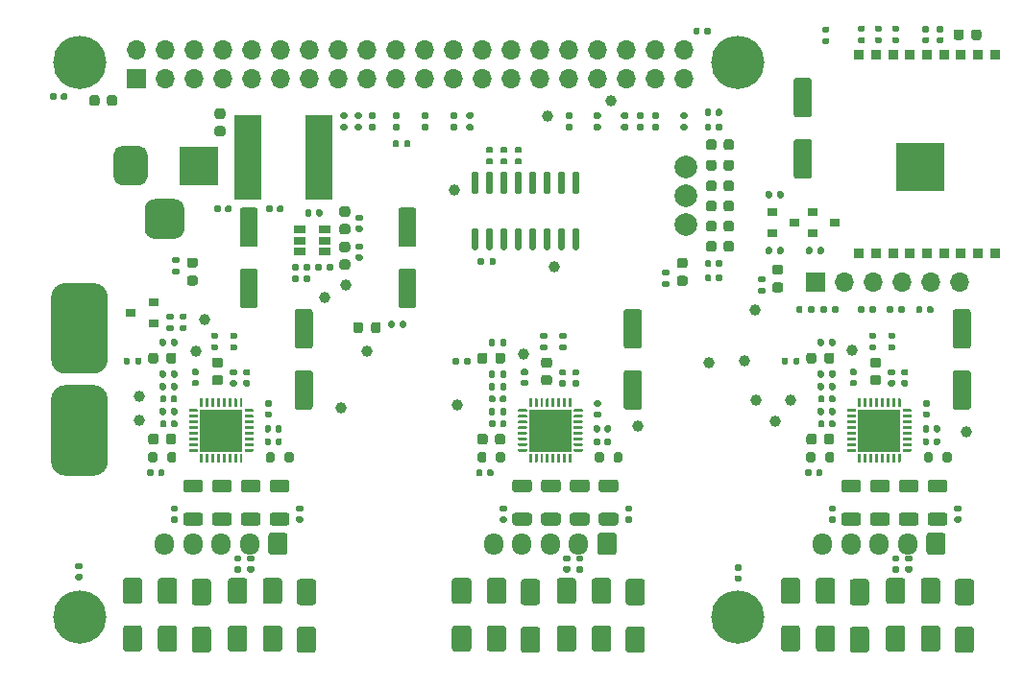
<source format=gts>
G04 #@! TF.GenerationSoftware,KiCad,Pcbnew,5.1.12-84ad8e8a86~92~ubuntu20.04.1*
G04 #@! TF.CreationDate,2022-01-15T16:11:00+01:00*
G04 #@! TF.ProjectId,SaMcam_shield,53614d63-616d-45f7-9368-69656c642e6b,rev?*
G04 #@! TF.SameCoordinates,Original*
G04 #@! TF.FileFunction,Soldermask,Top*
G04 #@! TF.FilePolarity,Negative*
%FSLAX46Y46*%
G04 Gerber Fmt 4.6, Leading zero omitted, Abs format (unit mm)*
G04 Created by KiCad (PCBNEW 5.1.12-84ad8e8a86~92~ubuntu20.04.1) date 2022-01-15 16:11:00*
%MOMM*%
%LPD*%
G01*
G04 APERTURE LIST*
%ADD10R,3.700000X3.700000*%
%ADD11R,4.300000X4.300000*%
%ADD12R,0.912500X0.850000*%
%ADD13C,2.000000*%
%ADD14C,4.700000*%
%ADD15O,1.700000X1.700000*%
%ADD16R,1.700000X1.700000*%
%ADD17O,1.700000X1.950000*%
%ADD18R,2.400000X7.500000*%
%ADD19R,0.900000X0.800000*%
%ADD20C,1.000000*%
%ADD21R,1.060000X0.650000*%
%ADD22R,3.500000X3.500000*%
G04 APERTURE END LIST*
G36*
G01*
X158519000Y-75146000D02*
X158219000Y-75146000D01*
G75*
G02*
X158069000Y-74996000I0J150000D01*
G01*
X158069000Y-73346000D01*
G75*
G02*
X158219000Y-73196000I150000J0D01*
G01*
X158519000Y-73196000D01*
G75*
G02*
X158669000Y-73346000I0J-150000D01*
G01*
X158669000Y-74996000D01*
G75*
G02*
X158519000Y-75146000I-150000J0D01*
G01*
G37*
G36*
G01*
X159789000Y-75146000D02*
X159489000Y-75146000D01*
G75*
G02*
X159339000Y-74996000I0J150000D01*
G01*
X159339000Y-73346000D01*
G75*
G02*
X159489000Y-73196000I150000J0D01*
G01*
X159789000Y-73196000D01*
G75*
G02*
X159939000Y-73346000I0J-150000D01*
G01*
X159939000Y-74996000D01*
G75*
G02*
X159789000Y-75146000I-150000J0D01*
G01*
G37*
G36*
G01*
X161059000Y-75146000D02*
X160759000Y-75146000D01*
G75*
G02*
X160609000Y-74996000I0J150000D01*
G01*
X160609000Y-73346000D01*
G75*
G02*
X160759000Y-73196000I150000J0D01*
G01*
X161059000Y-73196000D01*
G75*
G02*
X161209000Y-73346000I0J-150000D01*
G01*
X161209000Y-74996000D01*
G75*
G02*
X161059000Y-75146000I-150000J0D01*
G01*
G37*
G36*
G01*
X162329000Y-75146000D02*
X162029000Y-75146000D01*
G75*
G02*
X161879000Y-74996000I0J150000D01*
G01*
X161879000Y-73346000D01*
G75*
G02*
X162029000Y-73196000I150000J0D01*
G01*
X162329000Y-73196000D01*
G75*
G02*
X162479000Y-73346000I0J-150000D01*
G01*
X162479000Y-74996000D01*
G75*
G02*
X162329000Y-75146000I-150000J0D01*
G01*
G37*
G36*
G01*
X163599000Y-75146000D02*
X163299000Y-75146000D01*
G75*
G02*
X163149000Y-74996000I0J150000D01*
G01*
X163149000Y-73346000D01*
G75*
G02*
X163299000Y-73196000I150000J0D01*
G01*
X163599000Y-73196000D01*
G75*
G02*
X163749000Y-73346000I0J-150000D01*
G01*
X163749000Y-74996000D01*
G75*
G02*
X163599000Y-75146000I-150000J0D01*
G01*
G37*
G36*
G01*
X164869000Y-75146000D02*
X164569000Y-75146000D01*
G75*
G02*
X164419000Y-74996000I0J150000D01*
G01*
X164419000Y-73346000D01*
G75*
G02*
X164569000Y-73196000I150000J0D01*
G01*
X164869000Y-73196000D01*
G75*
G02*
X165019000Y-73346000I0J-150000D01*
G01*
X165019000Y-74996000D01*
G75*
G02*
X164869000Y-75146000I-150000J0D01*
G01*
G37*
G36*
G01*
X166139000Y-75146000D02*
X165839000Y-75146000D01*
G75*
G02*
X165689000Y-74996000I0J150000D01*
G01*
X165689000Y-73346000D01*
G75*
G02*
X165839000Y-73196000I150000J0D01*
G01*
X166139000Y-73196000D01*
G75*
G02*
X166289000Y-73346000I0J-150000D01*
G01*
X166289000Y-74996000D01*
G75*
G02*
X166139000Y-75146000I-150000J0D01*
G01*
G37*
G36*
G01*
X167409000Y-75146000D02*
X167109000Y-75146000D01*
G75*
G02*
X166959000Y-74996000I0J150000D01*
G01*
X166959000Y-73346000D01*
G75*
G02*
X167109000Y-73196000I150000J0D01*
G01*
X167409000Y-73196000D01*
G75*
G02*
X167559000Y-73346000I0J-150000D01*
G01*
X167559000Y-74996000D01*
G75*
G02*
X167409000Y-75146000I-150000J0D01*
G01*
G37*
G36*
G01*
X167409000Y-80096000D02*
X167109000Y-80096000D01*
G75*
G02*
X166959000Y-79946000I0J150000D01*
G01*
X166959000Y-78296000D01*
G75*
G02*
X167109000Y-78146000I150000J0D01*
G01*
X167409000Y-78146000D01*
G75*
G02*
X167559000Y-78296000I0J-150000D01*
G01*
X167559000Y-79946000D01*
G75*
G02*
X167409000Y-80096000I-150000J0D01*
G01*
G37*
G36*
G01*
X166139000Y-80096000D02*
X165839000Y-80096000D01*
G75*
G02*
X165689000Y-79946000I0J150000D01*
G01*
X165689000Y-78296000D01*
G75*
G02*
X165839000Y-78146000I150000J0D01*
G01*
X166139000Y-78146000D01*
G75*
G02*
X166289000Y-78296000I0J-150000D01*
G01*
X166289000Y-79946000D01*
G75*
G02*
X166139000Y-80096000I-150000J0D01*
G01*
G37*
G36*
G01*
X164869000Y-80096000D02*
X164569000Y-80096000D01*
G75*
G02*
X164419000Y-79946000I0J150000D01*
G01*
X164419000Y-78296000D01*
G75*
G02*
X164569000Y-78146000I150000J0D01*
G01*
X164869000Y-78146000D01*
G75*
G02*
X165019000Y-78296000I0J-150000D01*
G01*
X165019000Y-79946000D01*
G75*
G02*
X164869000Y-80096000I-150000J0D01*
G01*
G37*
G36*
G01*
X163599000Y-80096000D02*
X163299000Y-80096000D01*
G75*
G02*
X163149000Y-79946000I0J150000D01*
G01*
X163149000Y-78296000D01*
G75*
G02*
X163299000Y-78146000I150000J0D01*
G01*
X163599000Y-78146000D01*
G75*
G02*
X163749000Y-78296000I0J-150000D01*
G01*
X163749000Y-79946000D01*
G75*
G02*
X163599000Y-80096000I-150000J0D01*
G01*
G37*
G36*
G01*
X162329000Y-80096000D02*
X162029000Y-80096000D01*
G75*
G02*
X161879000Y-79946000I0J150000D01*
G01*
X161879000Y-78296000D01*
G75*
G02*
X162029000Y-78146000I150000J0D01*
G01*
X162329000Y-78146000D01*
G75*
G02*
X162479000Y-78296000I0J-150000D01*
G01*
X162479000Y-79946000D01*
G75*
G02*
X162329000Y-80096000I-150000J0D01*
G01*
G37*
G36*
G01*
X161059000Y-80096000D02*
X160759000Y-80096000D01*
G75*
G02*
X160609000Y-79946000I0J150000D01*
G01*
X160609000Y-78296000D01*
G75*
G02*
X160759000Y-78146000I150000J0D01*
G01*
X161059000Y-78146000D01*
G75*
G02*
X161209000Y-78296000I0J-150000D01*
G01*
X161209000Y-79946000D01*
G75*
G02*
X161059000Y-80096000I-150000J0D01*
G01*
G37*
G36*
G01*
X159789000Y-80096000D02*
X159489000Y-80096000D01*
G75*
G02*
X159339000Y-79946000I0J150000D01*
G01*
X159339000Y-78296000D01*
G75*
G02*
X159489000Y-78146000I150000J0D01*
G01*
X159789000Y-78146000D01*
G75*
G02*
X159939000Y-78296000I0J-150000D01*
G01*
X159939000Y-79946000D01*
G75*
G02*
X159789000Y-80096000I-150000J0D01*
G01*
G37*
G36*
G01*
X158519000Y-80096000D02*
X158219000Y-80096000D01*
G75*
G02*
X158069000Y-79946000I0J150000D01*
G01*
X158069000Y-78296000D01*
G75*
G02*
X158219000Y-78146000I150000J0D01*
G01*
X158519000Y-78146000D01*
G75*
G02*
X158669000Y-78296000I0J-150000D01*
G01*
X158669000Y-79946000D01*
G75*
G02*
X158519000Y-80096000I-150000J0D01*
G01*
G37*
G36*
G01*
X151649001Y-70515000D02*
X151649001Y-70885000D01*
G75*
G02*
X151514001Y-71020000I-135000J0D01*
G01*
X151244001Y-71020000D01*
G75*
G02*
X151109001Y-70885000I0J135000D01*
G01*
X151109001Y-70515000D01*
G75*
G02*
X151244001Y-70380000I135000J0D01*
G01*
X151514001Y-70380000D01*
G75*
G02*
X151649001Y-70515000I0J-135000D01*
G01*
G37*
G36*
G01*
X152669001Y-70515000D02*
X152669001Y-70885000D01*
G75*
G02*
X152534001Y-71020000I-135000J0D01*
G01*
X152264001Y-71020000D01*
G75*
G02*
X152129001Y-70885000I0J135000D01*
G01*
X152129001Y-70515000D01*
G75*
G02*
X152264001Y-70380000I135000J0D01*
G01*
X152534001Y-70380000D01*
G75*
G02*
X152669001Y-70515000I0J-135000D01*
G01*
G37*
D10*
X194000000Y-96000000D03*
G36*
G01*
X195875000Y-98112500D02*
X195875000Y-98787500D01*
G75*
G02*
X195812500Y-98850000I-62500J0D01*
G01*
X195687500Y-98850000D01*
G75*
G02*
X195625000Y-98787500I0J62500D01*
G01*
X195625000Y-98112500D01*
G75*
G02*
X195687500Y-98050000I62500J0D01*
G01*
X195812500Y-98050000D01*
G75*
G02*
X195875000Y-98112500I0J-62500D01*
G01*
G37*
G36*
G01*
X195375000Y-98112500D02*
X195375000Y-98787500D01*
G75*
G02*
X195312500Y-98850000I-62500J0D01*
G01*
X195187500Y-98850000D01*
G75*
G02*
X195125000Y-98787500I0J62500D01*
G01*
X195125000Y-98112500D01*
G75*
G02*
X195187500Y-98050000I62500J0D01*
G01*
X195312500Y-98050000D01*
G75*
G02*
X195375000Y-98112500I0J-62500D01*
G01*
G37*
G36*
G01*
X194875000Y-98112500D02*
X194875000Y-98787500D01*
G75*
G02*
X194812500Y-98850000I-62500J0D01*
G01*
X194687500Y-98850000D01*
G75*
G02*
X194625000Y-98787500I0J62500D01*
G01*
X194625000Y-98112500D01*
G75*
G02*
X194687500Y-98050000I62500J0D01*
G01*
X194812500Y-98050000D01*
G75*
G02*
X194875000Y-98112500I0J-62500D01*
G01*
G37*
G36*
G01*
X194375000Y-98112500D02*
X194375000Y-98787500D01*
G75*
G02*
X194312500Y-98850000I-62500J0D01*
G01*
X194187500Y-98850000D01*
G75*
G02*
X194125000Y-98787500I0J62500D01*
G01*
X194125000Y-98112500D01*
G75*
G02*
X194187500Y-98050000I62500J0D01*
G01*
X194312500Y-98050000D01*
G75*
G02*
X194375000Y-98112500I0J-62500D01*
G01*
G37*
G36*
G01*
X193875000Y-98112500D02*
X193875000Y-98787500D01*
G75*
G02*
X193812500Y-98850000I-62500J0D01*
G01*
X193687500Y-98850000D01*
G75*
G02*
X193625000Y-98787500I0J62500D01*
G01*
X193625000Y-98112500D01*
G75*
G02*
X193687500Y-98050000I62500J0D01*
G01*
X193812500Y-98050000D01*
G75*
G02*
X193875000Y-98112500I0J-62500D01*
G01*
G37*
G36*
G01*
X193375000Y-98112500D02*
X193375000Y-98787500D01*
G75*
G02*
X193312500Y-98850000I-62500J0D01*
G01*
X193187500Y-98850000D01*
G75*
G02*
X193125000Y-98787500I0J62500D01*
G01*
X193125000Y-98112500D01*
G75*
G02*
X193187500Y-98050000I62500J0D01*
G01*
X193312500Y-98050000D01*
G75*
G02*
X193375000Y-98112500I0J-62500D01*
G01*
G37*
G36*
G01*
X192875000Y-98112500D02*
X192875000Y-98787500D01*
G75*
G02*
X192812500Y-98850000I-62500J0D01*
G01*
X192687500Y-98850000D01*
G75*
G02*
X192625000Y-98787500I0J62500D01*
G01*
X192625000Y-98112500D01*
G75*
G02*
X192687500Y-98050000I62500J0D01*
G01*
X192812500Y-98050000D01*
G75*
G02*
X192875000Y-98112500I0J-62500D01*
G01*
G37*
G36*
G01*
X192375000Y-98112500D02*
X192375000Y-98787500D01*
G75*
G02*
X192312500Y-98850000I-62500J0D01*
G01*
X192187500Y-98850000D01*
G75*
G02*
X192125000Y-98787500I0J62500D01*
G01*
X192125000Y-98112500D01*
G75*
G02*
X192187500Y-98050000I62500J0D01*
G01*
X192312500Y-98050000D01*
G75*
G02*
X192375000Y-98112500I0J-62500D01*
G01*
G37*
G36*
G01*
X191950000Y-97687500D02*
X191950000Y-97812500D01*
G75*
G02*
X191887500Y-97875000I-62500J0D01*
G01*
X191212500Y-97875000D01*
G75*
G02*
X191150000Y-97812500I0J62500D01*
G01*
X191150000Y-97687500D01*
G75*
G02*
X191212500Y-97625000I62500J0D01*
G01*
X191887500Y-97625000D01*
G75*
G02*
X191950000Y-97687500I0J-62500D01*
G01*
G37*
G36*
G01*
X191950000Y-97187500D02*
X191950000Y-97312500D01*
G75*
G02*
X191887500Y-97375000I-62500J0D01*
G01*
X191212500Y-97375000D01*
G75*
G02*
X191150000Y-97312500I0J62500D01*
G01*
X191150000Y-97187500D01*
G75*
G02*
X191212500Y-97125000I62500J0D01*
G01*
X191887500Y-97125000D01*
G75*
G02*
X191950000Y-97187500I0J-62500D01*
G01*
G37*
G36*
G01*
X191950000Y-96687500D02*
X191950000Y-96812500D01*
G75*
G02*
X191887500Y-96875000I-62500J0D01*
G01*
X191212500Y-96875000D01*
G75*
G02*
X191150000Y-96812500I0J62500D01*
G01*
X191150000Y-96687500D01*
G75*
G02*
X191212500Y-96625000I62500J0D01*
G01*
X191887500Y-96625000D01*
G75*
G02*
X191950000Y-96687500I0J-62500D01*
G01*
G37*
G36*
G01*
X191950000Y-96187500D02*
X191950000Y-96312500D01*
G75*
G02*
X191887500Y-96375000I-62500J0D01*
G01*
X191212500Y-96375000D01*
G75*
G02*
X191150000Y-96312500I0J62500D01*
G01*
X191150000Y-96187500D01*
G75*
G02*
X191212500Y-96125000I62500J0D01*
G01*
X191887500Y-96125000D01*
G75*
G02*
X191950000Y-96187500I0J-62500D01*
G01*
G37*
G36*
G01*
X191950000Y-95687500D02*
X191950000Y-95812500D01*
G75*
G02*
X191887500Y-95875000I-62500J0D01*
G01*
X191212500Y-95875000D01*
G75*
G02*
X191150000Y-95812500I0J62500D01*
G01*
X191150000Y-95687500D01*
G75*
G02*
X191212500Y-95625000I62500J0D01*
G01*
X191887500Y-95625000D01*
G75*
G02*
X191950000Y-95687500I0J-62500D01*
G01*
G37*
G36*
G01*
X191950000Y-95187500D02*
X191950000Y-95312500D01*
G75*
G02*
X191887500Y-95375000I-62500J0D01*
G01*
X191212500Y-95375000D01*
G75*
G02*
X191150000Y-95312500I0J62500D01*
G01*
X191150000Y-95187500D01*
G75*
G02*
X191212500Y-95125000I62500J0D01*
G01*
X191887500Y-95125000D01*
G75*
G02*
X191950000Y-95187500I0J-62500D01*
G01*
G37*
G36*
G01*
X191950000Y-94687500D02*
X191950000Y-94812500D01*
G75*
G02*
X191887500Y-94875000I-62500J0D01*
G01*
X191212500Y-94875000D01*
G75*
G02*
X191150000Y-94812500I0J62500D01*
G01*
X191150000Y-94687500D01*
G75*
G02*
X191212500Y-94625000I62500J0D01*
G01*
X191887500Y-94625000D01*
G75*
G02*
X191950000Y-94687500I0J-62500D01*
G01*
G37*
G36*
G01*
X191950000Y-94187500D02*
X191950000Y-94312500D01*
G75*
G02*
X191887500Y-94375000I-62500J0D01*
G01*
X191212500Y-94375000D01*
G75*
G02*
X191150000Y-94312500I0J62500D01*
G01*
X191150000Y-94187500D01*
G75*
G02*
X191212500Y-94125000I62500J0D01*
G01*
X191887500Y-94125000D01*
G75*
G02*
X191950000Y-94187500I0J-62500D01*
G01*
G37*
G36*
G01*
X192375000Y-93212500D02*
X192375000Y-93887500D01*
G75*
G02*
X192312500Y-93950000I-62500J0D01*
G01*
X192187500Y-93950000D01*
G75*
G02*
X192125000Y-93887500I0J62500D01*
G01*
X192125000Y-93212500D01*
G75*
G02*
X192187500Y-93150000I62500J0D01*
G01*
X192312500Y-93150000D01*
G75*
G02*
X192375000Y-93212500I0J-62500D01*
G01*
G37*
G36*
G01*
X192875000Y-93212500D02*
X192875000Y-93887500D01*
G75*
G02*
X192812500Y-93950000I-62500J0D01*
G01*
X192687500Y-93950000D01*
G75*
G02*
X192625000Y-93887500I0J62500D01*
G01*
X192625000Y-93212500D01*
G75*
G02*
X192687500Y-93150000I62500J0D01*
G01*
X192812500Y-93150000D01*
G75*
G02*
X192875000Y-93212500I0J-62500D01*
G01*
G37*
G36*
G01*
X193375000Y-93212500D02*
X193375000Y-93887500D01*
G75*
G02*
X193312500Y-93950000I-62500J0D01*
G01*
X193187500Y-93950000D01*
G75*
G02*
X193125000Y-93887500I0J62500D01*
G01*
X193125000Y-93212500D01*
G75*
G02*
X193187500Y-93150000I62500J0D01*
G01*
X193312500Y-93150000D01*
G75*
G02*
X193375000Y-93212500I0J-62500D01*
G01*
G37*
G36*
G01*
X193875000Y-93212500D02*
X193875000Y-93887500D01*
G75*
G02*
X193812500Y-93950000I-62500J0D01*
G01*
X193687500Y-93950000D01*
G75*
G02*
X193625000Y-93887500I0J62500D01*
G01*
X193625000Y-93212500D01*
G75*
G02*
X193687500Y-93150000I62500J0D01*
G01*
X193812500Y-93150000D01*
G75*
G02*
X193875000Y-93212500I0J-62500D01*
G01*
G37*
G36*
G01*
X194375000Y-93212500D02*
X194375000Y-93887500D01*
G75*
G02*
X194312500Y-93950000I-62500J0D01*
G01*
X194187500Y-93950000D01*
G75*
G02*
X194125000Y-93887500I0J62500D01*
G01*
X194125000Y-93212500D01*
G75*
G02*
X194187500Y-93150000I62500J0D01*
G01*
X194312500Y-93150000D01*
G75*
G02*
X194375000Y-93212500I0J-62500D01*
G01*
G37*
G36*
G01*
X194875000Y-93212500D02*
X194875000Y-93887500D01*
G75*
G02*
X194812500Y-93950000I-62500J0D01*
G01*
X194687500Y-93950000D01*
G75*
G02*
X194625000Y-93887500I0J62500D01*
G01*
X194625000Y-93212500D01*
G75*
G02*
X194687500Y-93150000I62500J0D01*
G01*
X194812500Y-93150000D01*
G75*
G02*
X194875000Y-93212500I0J-62500D01*
G01*
G37*
G36*
G01*
X195375000Y-93212500D02*
X195375000Y-93887500D01*
G75*
G02*
X195312500Y-93950000I-62500J0D01*
G01*
X195187500Y-93950000D01*
G75*
G02*
X195125000Y-93887500I0J62500D01*
G01*
X195125000Y-93212500D01*
G75*
G02*
X195187500Y-93150000I62500J0D01*
G01*
X195312500Y-93150000D01*
G75*
G02*
X195375000Y-93212500I0J-62500D01*
G01*
G37*
G36*
G01*
X195875000Y-93212500D02*
X195875000Y-93887500D01*
G75*
G02*
X195812500Y-93950000I-62500J0D01*
G01*
X195687500Y-93950000D01*
G75*
G02*
X195625000Y-93887500I0J62500D01*
G01*
X195625000Y-93212500D01*
G75*
G02*
X195687500Y-93150000I62500J0D01*
G01*
X195812500Y-93150000D01*
G75*
G02*
X195875000Y-93212500I0J-62500D01*
G01*
G37*
G36*
G01*
X196850000Y-94187500D02*
X196850000Y-94312500D01*
G75*
G02*
X196787500Y-94375000I-62500J0D01*
G01*
X196112500Y-94375000D01*
G75*
G02*
X196050000Y-94312500I0J62500D01*
G01*
X196050000Y-94187500D01*
G75*
G02*
X196112500Y-94125000I62500J0D01*
G01*
X196787500Y-94125000D01*
G75*
G02*
X196850000Y-94187500I0J-62500D01*
G01*
G37*
G36*
G01*
X196850000Y-94687500D02*
X196850000Y-94812500D01*
G75*
G02*
X196787500Y-94875000I-62500J0D01*
G01*
X196112500Y-94875000D01*
G75*
G02*
X196050000Y-94812500I0J62500D01*
G01*
X196050000Y-94687500D01*
G75*
G02*
X196112500Y-94625000I62500J0D01*
G01*
X196787500Y-94625000D01*
G75*
G02*
X196850000Y-94687500I0J-62500D01*
G01*
G37*
G36*
G01*
X196850000Y-95187500D02*
X196850000Y-95312500D01*
G75*
G02*
X196787500Y-95375000I-62500J0D01*
G01*
X196112500Y-95375000D01*
G75*
G02*
X196050000Y-95312500I0J62500D01*
G01*
X196050000Y-95187500D01*
G75*
G02*
X196112500Y-95125000I62500J0D01*
G01*
X196787500Y-95125000D01*
G75*
G02*
X196850000Y-95187500I0J-62500D01*
G01*
G37*
G36*
G01*
X196850000Y-95687500D02*
X196850000Y-95812500D01*
G75*
G02*
X196787500Y-95875000I-62500J0D01*
G01*
X196112500Y-95875000D01*
G75*
G02*
X196050000Y-95812500I0J62500D01*
G01*
X196050000Y-95687500D01*
G75*
G02*
X196112500Y-95625000I62500J0D01*
G01*
X196787500Y-95625000D01*
G75*
G02*
X196850000Y-95687500I0J-62500D01*
G01*
G37*
G36*
G01*
X196850000Y-96187500D02*
X196850000Y-96312500D01*
G75*
G02*
X196787500Y-96375000I-62500J0D01*
G01*
X196112500Y-96375000D01*
G75*
G02*
X196050000Y-96312500I0J62500D01*
G01*
X196050000Y-96187500D01*
G75*
G02*
X196112500Y-96125000I62500J0D01*
G01*
X196787500Y-96125000D01*
G75*
G02*
X196850000Y-96187500I0J-62500D01*
G01*
G37*
G36*
G01*
X196850000Y-96687500D02*
X196850000Y-96812500D01*
G75*
G02*
X196787500Y-96875000I-62500J0D01*
G01*
X196112500Y-96875000D01*
G75*
G02*
X196050000Y-96812500I0J62500D01*
G01*
X196050000Y-96687500D01*
G75*
G02*
X196112500Y-96625000I62500J0D01*
G01*
X196787500Y-96625000D01*
G75*
G02*
X196850000Y-96687500I0J-62500D01*
G01*
G37*
G36*
G01*
X196850000Y-97187500D02*
X196850000Y-97312500D01*
G75*
G02*
X196787500Y-97375000I-62500J0D01*
G01*
X196112500Y-97375000D01*
G75*
G02*
X196050000Y-97312500I0J62500D01*
G01*
X196050000Y-97187500D01*
G75*
G02*
X196112500Y-97125000I62500J0D01*
G01*
X196787500Y-97125000D01*
G75*
G02*
X196850000Y-97187500I0J-62500D01*
G01*
G37*
G36*
G01*
X196850000Y-97687500D02*
X196850000Y-97812500D01*
G75*
G02*
X196787500Y-97875000I-62500J0D01*
G01*
X196112500Y-97875000D01*
G75*
G02*
X196050000Y-97812500I0J62500D01*
G01*
X196050000Y-97687500D01*
G75*
G02*
X196112500Y-97625000I62500J0D01*
G01*
X196787500Y-97625000D01*
G75*
G02*
X196850000Y-97687500I0J-62500D01*
G01*
G37*
D11*
X197620000Y-72720000D03*
D12*
X204200000Y-62862500D03*
X202700000Y-62862500D03*
X201200000Y-62862500D03*
X199700000Y-62862500D03*
X198200000Y-62862500D03*
X196700000Y-62862500D03*
X195200000Y-62862500D03*
X193700000Y-62862500D03*
X192200000Y-62862500D03*
X192200000Y-80337500D03*
X193700000Y-80337500D03*
X195200000Y-80337500D03*
X196700000Y-80337500D03*
X198200000Y-80337500D03*
X199700000Y-80337500D03*
X201200000Y-80337500D03*
X202700000Y-80337500D03*
X204200000Y-80337500D03*
D13*
X176911000Y-72771000D03*
X176911000Y-75311000D03*
X176911000Y-77851000D03*
G36*
G01*
X186699600Y-70292000D02*
X187799600Y-70292000D01*
G75*
G02*
X188049600Y-70542000I0J-250000D01*
G01*
X188049600Y-73542000D01*
G75*
G02*
X187799600Y-73792000I-250000J0D01*
G01*
X186699600Y-73792000D01*
G75*
G02*
X186449600Y-73542000I0J250000D01*
G01*
X186449600Y-70542000D01*
G75*
G02*
X186699600Y-70292000I250000J0D01*
G01*
G37*
G36*
G01*
X186699600Y-64892000D02*
X187799600Y-64892000D01*
G75*
G02*
X188049600Y-65142000I0J-250000D01*
G01*
X188049600Y-68142000D01*
G75*
G02*
X187799600Y-68392000I-250000J0D01*
G01*
X186699600Y-68392000D01*
G75*
G02*
X186449600Y-68142000I0J250000D01*
G01*
X186449600Y-65142000D01*
G75*
G02*
X186699600Y-64892000I250000J0D01*
G01*
G37*
G36*
G01*
X143819600Y-88788200D02*
X142719600Y-88788200D01*
G75*
G02*
X142469600Y-88538200I0J250000D01*
G01*
X142469600Y-85538200D01*
G75*
G02*
X142719600Y-85288200I250000J0D01*
G01*
X143819600Y-85288200D01*
G75*
G02*
X144069600Y-85538200I0J-250000D01*
G01*
X144069600Y-88538200D01*
G75*
G02*
X143819600Y-88788200I-250000J0D01*
G01*
G37*
G36*
G01*
X143819600Y-94188200D02*
X142719600Y-94188200D01*
G75*
G02*
X142469600Y-93938200I0J250000D01*
G01*
X142469600Y-90938200D01*
G75*
G02*
X142719600Y-90688200I250000J0D01*
G01*
X143819600Y-90688200D01*
G75*
G02*
X144069600Y-90938200I0J-250000D01*
G01*
X144069600Y-93938200D01*
G75*
G02*
X143819600Y-94188200I-250000J0D01*
G01*
G37*
G36*
G01*
X172819600Y-88788200D02*
X171719600Y-88788200D01*
G75*
G02*
X171469600Y-88538200I0J250000D01*
G01*
X171469600Y-85538200D01*
G75*
G02*
X171719600Y-85288200I250000J0D01*
G01*
X172819600Y-85288200D01*
G75*
G02*
X173069600Y-85538200I0J-250000D01*
G01*
X173069600Y-88538200D01*
G75*
G02*
X172819600Y-88788200I-250000J0D01*
G01*
G37*
G36*
G01*
X172819600Y-94188200D02*
X171719600Y-94188200D01*
G75*
G02*
X171469600Y-93938200I0J250000D01*
G01*
X171469600Y-90938200D01*
G75*
G02*
X171719600Y-90688200I250000J0D01*
G01*
X172819600Y-90688200D01*
G75*
G02*
X173069600Y-90938200I0J-250000D01*
G01*
X173069600Y-93938200D01*
G75*
G02*
X172819600Y-94188200I-250000J0D01*
G01*
G37*
G36*
G01*
X201819600Y-88788200D02*
X200719600Y-88788200D01*
G75*
G02*
X200469600Y-88538200I0J250000D01*
G01*
X200469600Y-85538200D01*
G75*
G02*
X200719600Y-85288200I250000J0D01*
G01*
X201819600Y-85288200D01*
G75*
G02*
X202069600Y-85538200I0J-250000D01*
G01*
X202069600Y-88538200D01*
G75*
G02*
X201819600Y-88788200I-250000J0D01*
G01*
G37*
G36*
G01*
X201819600Y-94188200D02*
X200719600Y-94188200D01*
G75*
G02*
X200469600Y-93938200I0J250000D01*
G01*
X200469600Y-90938200D01*
G75*
G02*
X200719600Y-90688200I250000J0D01*
G01*
X201819600Y-90688200D01*
G75*
G02*
X202069600Y-90938200I0J-250000D01*
G01*
X202069600Y-93938200D01*
G75*
G02*
X201819600Y-94188200I-250000J0D01*
G01*
G37*
G36*
G01*
X137880000Y-81722000D02*
X138980000Y-81722000D01*
G75*
G02*
X139230000Y-81972000I0J-250000D01*
G01*
X139230000Y-84972000D01*
G75*
G02*
X138980000Y-85222000I-250000J0D01*
G01*
X137880000Y-85222000D01*
G75*
G02*
X137630000Y-84972000I0J250000D01*
G01*
X137630000Y-81972000D01*
G75*
G02*
X137880000Y-81722000I250000J0D01*
G01*
G37*
G36*
G01*
X137880000Y-76322000D02*
X138980000Y-76322000D01*
G75*
G02*
X139230000Y-76572000I0J-250000D01*
G01*
X139230000Y-79572000D01*
G75*
G02*
X138980000Y-79822000I-250000J0D01*
G01*
X137880000Y-79822000D01*
G75*
G02*
X137630000Y-79572000I0J250000D01*
G01*
X137630000Y-76572000D01*
G75*
G02*
X137880000Y-76322000I250000J0D01*
G01*
G37*
G36*
G01*
X151850000Y-81722000D02*
X152950000Y-81722000D01*
G75*
G02*
X153200000Y-81972000I0J-250000D01*
G01*
X153200000Y-84972000D01*
G75*
G02*
X152950000Y-85222000I-250000J0D01*
G01*
X151850000Y-85222000D01*
G75*
G02*
X151600000Y-84972000I0J250000D01*
G01*
X151600000Y-81972000D01*
G75*
G02*
X151850000Y-81722000I250000J0D01*
G01*
G37*
G36*
G01*
X151850000Y-76322000D02*
X152950000Y-76322000D01*
G75*
G02*
X153200000Y-76572000I0J-250000D01*
G01*
X153200000Y-79572000D01*
G75*
G02*
X152950000Y-79822000I-250000J0D01*
G01*
X151850000Y-79822000D01*
G75*
G02*
X151600000Y-79572000I0J250000D01*
G01*
X151600000Y-76572000D01*
G75*
G02*
X151850000Y-76322000I250000J0D01*
G01*
G37*
G36*
G01*
X128422000Y-90075600D02*
X128422000Y-89705600D01*
G75*
G02*
X128557000Y-89570600I135000J0D01*
G01*
X128827000Y-89570600D01*
G75*
G02*
X128962000Y-89705600I0J-135000D01*
G01*
X128962000Y-90075600D01*
G75*
G02*
X128827000Y-90210600I-135000J0D01*
G01*
X128557000Y-90210600D01*
G75*
G02*
X128422000Y-90075600I0J135000D01*
G01*
G37*
G36*
G01*
X127402000Y-90075600D02*
X127402000Y-89705600D01*
G75*
G02*
X127537000Y-89570600I135000J0D01*
G01*
X127807000Y-89570600D01*
G75*
G02*
X127942000Y-89705600I0J-135000D01*
G01*
X127942000Y-90075600D01*
G75*
G02*
X127807000Y-90210600I-135000J0D01*
G01*
X127537000Y-90210600D01*
G75*
G02*
X127402000Y-90075600I0J135000D01*
G01*
G37*
G36*
G01*
X157422000Y-90075600D02*
X157422000Y-89705600D01*
G75*
G02*
X157557000Y-89570600I135000J0D01*
G01*
X157827000Y-89570600D01*
G75*
G02*
X157962000Y-89705600I0J-135000D01*
G01*
X157962000Y-90075600D01*
G75*
G02*
X157827000Y-90210600I-135000J0D01*
G01*
X157557000Y-90210600D01*
G75*
G02*
X157422000Y-90075600I0J135000D01*
G01*
G37*
G36*
G01*
X156402000Y-90075600D02*
X156402000Y-89705600D01*
G75*
G02*
X156537000Y-89570600I135000J0D01*
G01*
X156807000Y-89570600D01*
G75*
G02*
X156942000Y-89705600I0J-135000D01*
G01*
X156942000Y-90075600D01*
G75*
G02*
X156807000Y-90210600I-135000J0D01*
G01*
X156537000Y-90210600D01*
G75*
G02*
X156402000Y-90075600I0J135000D01*
G01*
G37*
G36*
G01*
X186422000Y-90075600D02*
X186422000Y-89705600D01*
G75*
G02*
X186557000Y-89570600I135000J0D01*
G01*
X186827000Y-89570600D01*
G75*
G02*
X186962000Y-89705600I0J-135000D01*
G01*
X186962000Y-90075600D01*
G75*
G02*
X186827000Y-90210600I-135000J0D01*
G01*
X186557000Y-90210600D01*
G75*
G02*
X186422000Y-90075600I0J135000D01*
G01*
G37*
G36*
G01*
X185402000Y-90075600D02*
X185402000Y-89705600D01*
G75*
G02*
X185537000Y-89570600I135000J0D01*
G01*
X185807000Y-89570600D01*
G75*
G02*
X185942000Y-89705600I0J-135000D01*
G01*
X185942000Y-90075600D01*
G75*
G02*
X185807000Y-90210600I-135000J0D01*
G01*
X185537000Y-90210600D01*
G75*
G02*
X185402000Y-90075600I0J135000D01*
G01*
G37*
G36*
G01*
X135596866Y-87923400D02*
X135226866Y-87923400D01*
G75*
G02*
X135091866Y-87788400I0J135000D01*
G01*
X135091866Y-87518400D01*
G75*
G02*
X135226866Y-87383400I135000J0D01*
G01*
X135596866Y-87383400D01*
G75*
G02*
X135731866Y-87518400I0J-135000D01*
G01*
X135731866Y-87788400D01*
G75*
G02*
X135596866Y-87923400I-135000J0D01*
G01*
G37*
G36*
G01*
X135596866Y-88943400D02*
X135226866Y-88943400D01*
G75*
G02*
X135091866Y-88808400I0J135000D01*
G01*
X135091866Y-88538400D01*
G75*
G02*
X135226866Y-88403400I135000J0D01*
G01*
X135596866Y-88403400D01*
G75*
G02*
X135731866Y-88538400I0J-135000D01*
G01*
X135731866Y-88808400D01*
G75*
G02*
X135596866Y-88943400I-135000J0D01*
G01*
G37*
G36*
G01*
X137282400Y-87923400D02*
X136912400Y-87923400D01*
G75*
G02*
X136777400Y-87788400I0J135000D01*
G01*
X136777400Y-87518400D01*
G75*
G02*
X136912400Y-87383400I135000J0D01*
G01*
X137282400Y-87383400D01*
G75*
G02*
X137417400Y-87518400I0J-135000D01*
G01*
X137417400Y-87788400D01*
G75*
G02*
X137282400Y-87923400I-135000J0D01*
G01*
G37*
G36*
G01*
X137282400Y-88943400D02*
X136912400Y-88943400D01*
G75*
G02*
X136777400Y-88808400I0J135000D01*
G01*
X136777400Y-88538400D01*
G75*
G02*
X136912400Y-88403400I135000J0D01*
G01*
X137282400Y-88403400D01*
G75*
G02*
X137417400Y-88538400I0J-135000D01*
G01*
X137417400Y-88808400D01*
G75*
G02*
X137282400Y-88943400I-135000J0D01*
G01*
G37*
G36*
G01*
X164596866Y-87923400D02*
X164226866Y-87923400D01*
G75*
G02*
X164091866Y-87788400I0J135000D01*
G01*
X164091866Y-87518400D01*
G75*
G02*
X164226866Y-87383400I135000J0D01*
G01*
X164596866Y-87383400D01*
G75*
G02*
X164731866Y-87518400I0J-135000D01*
G01*
X164731866Y-87788400D01*
G75*
G02*
X164596866Y-87923400I-135000J0D01*
G01*
G37*
G36*
G01*
X164596866Y-88943400D02*
X164226866Y-88943400D01*
G75*
G02*
X164091866Y-88808400I0J135000D01*
G01*
X164091866Y-88538400D01*
G75*
G02*
X164226866Y-88403400I135000J0D01*
G01*
X164596866Y-88403400D01*
G75*
G02*
X164731866Y-88538400I0J-135000D01*
G01*
X164731866Y-88808400D01*
G75*
G02*
X164596866Y-88943400I-135000J0D01*
G01*
G37*
G36*
G01*
X166282400Y-87923400D02*
X165912400Y-87923400D01*
G75*
G02*
X165777400Y-87788400I0J135000D01*
G01*
X165777400Y-87518400D01*
G75*
G02*
X165912400Y-87383400I135000J0D01*
G01*
X166282400Y-87383400D01*
G75*
G02*
X166417400Y-87518400I0J-135000D01*
G01*
X166417400Y-87788400D01*
G75*
G02*
X166282400Y-87923400I-135000J0D01*
G01*
G37*
G36*
G01*
X166282400Y-88943400D02*
X165912400Y-88943400D01*
G75*
G02*
X165777400Y-88808400I0J135000D01*
G01*
X165777400Y-88538400D01*
G75*
G02*
X165912400Y-88403400I135000J0D01*
G01*
X166282400Y-88403400D01*
G75*
G02*
X166417400Y-88538400I0J-135000D01*
G01*
X166417400Y-88808400D01*
G75*
G02*
X166282400Y-88943400I-135000J0D01*
G01*
G37*
G36*
G01*
X193596866Y-87923400D02*
X193226866Y-87923400D01*
G75*
G02*
X193091866Y-87788400I0J135000D01*
G01*
X193091866Y-87518400D01*
G75*
G02*
X193226866Y-87383400I135000J0D01*
G01*
X193596866Y-87383400D01*
G75*
G02*
X193731866Y-87518400I0J-135000D01*
G01*
X193731866Y-87788400D01*
G75*
G02*
X193596866Y-87923400I-135000J0D01*
G01*
G37*
G36*
G01*
X193596866Y-88943400D02*
X193226866Y-88943400D01*
G75*
G02*
X193091866Y-88808400I0J135000D01*
G01*
X193091866Y-88538400D01*
G75*
G02*
X193226866Y-88403400I135000J0D01*
G01*
X193596866Y-88403400D01*
G75*
G02*
X193731866Y-88538400I0J-135000D01*
G01*
X193731866Y-88808400D01*
G75*
G02*
X193596866Y-88943400I-135000J0D01*
G01*
G37*
G36*
G01*
X195282400Y-87923400D02*
X194912400Y-87923400D01*
G75*
G02*
X194777400Y-87788400I0J135000D01*
G01*
X194777400Y-87518400D01*
G75*
G02*
X194912400Y-87383400I135000J0D01*
G01*
X195282400Y-87383400D01*
G75*
G02*
X195417400Y-87518400I0J-135000D01*
G01*
X195417400Y-87788400D01*
G75*
G02*
X195282400Y-87923400I-135000J0D01*
G01*
G37*
G36*
G01*
X195282400Y-88943400D02*
X194912400Y-88943400D01*
G75*
G02*
X194777400Y-88808400I0J135000D01*
G01*
X194777400Y-88538400D01*
G75*
G02*
X194912400Y-88403400I135000J0D01*
G01*
X195282400Y-88403400D01*
G75*
G02*
X195417400Y-88538400I0J-135000D01*
G01*
X195417400Y-88808400D01*
G75*
G02*
X195282400Y-88943400I-135000J0D01*
G01*
G37*
G36*
G01*
X151271000Y-86451499D02*
X151271000Y-86821499D01*
G75*
G02*
X151136000Y-86956499I-135000J0D01*
G01*
X150866000Y-86956499D01*
G75*
G02*
X150731000Y-86821499I0J135000D01*
G01*
X150731000Y-86451499D01*
G75*
G02*
X150866000Y-86316499I135000J0D01*
G01*
X151136000Y-86316499D01*
G75*
G02*
X151271000Y-86451499I0J-135000D01*
G01*
G37*
G36*
G01*
X152291000Y-86451499D02*
X152291000Y-86821499D01*
G75*
G02*
X152156000Y-86956499I-135000J0D01*
G01*
X151886000Y-86956499D01*
G75*
G02*
X151751000Y-86821499I0J135000D01*
G01*
X151751000Y-86451499D01*
G75*
G02*
X151886000Y-86316499I135000J0D01*
G01*
X152156000Y-86316499D01*
G75*
G02*
X152291000Y-86451499I0J-135000D01*
G01*
G37*
G36*
G01*
X189851000Y-85529000D02*
X189851000Y-85159000D01*
G75*
G02*
X189986000Y-85024000I135000J0D01*
G01*
X190256000Y-85024000D01*
G75*
G02*
X190391000Y-85159000I0J-135000D01*
G01*
X190391000Y-85529000D01*
G75*
G02*
X190256000Y-85664000I-135000J0D01*
G01*
X189986000Y-85664000D01*
G75*
G02*
X189851000Y-85529000I0J135000D01*
G01*
G37*
G36*
G01*
X188831000Y-85529000D02*
X188831000Y-85159000D01*
G75*
G02*
X188966000Y-85024000I135000J0D01*
G01*
X189236000Y-85024000D01*
G75*
G02*
X189371000Y-85159000I0J-135000D01*
G01*
X189371000Y-85529000D01*
G75*
G02*
X189236000Y-85664000I-135000J0D01*
G01*
X188966000Y-85664000D01*
G75*
G02*
X188831000Y-85529000I0J135000D01*
G01*
G37*
G36*
G01*
X191652500Y-113318000D02*
X192845900Y-113318000D01*
G75*
G02*
X193099200Y-113571300I0J-253300D01*
G01*
X193099200Y-115364700D01*
G75*
G02*
X192845900Y-115618000I-253300J0D01*
G01*
X191652500Y-115618000D01*
G75*
G02*
X191399200Y-115364700I0J253300D01*
G01*
X191399200Y-113571300D01*
G75*
G02*
X191652500Y-113318000I253300J0D01*
G01*
G37*
G36*
G01*
X191652500Y-109118000D02*
X192845900Y-109118000D01*
G75*
G02*
X193099200Y-109371300I0J-253300D01*
G01*
X193099200Y-111164700D01*
G75*
G02*
X192845900Y-111418000I-253300J0D01*
G01*
X191652500Y-111418000D01*
G75*
G02*
X191399200Y-111164700I0J253300D01*
G01*
X191399200Y-109371300D01*
G75*
G02*
X191652500Y-109118000I253300J0D01*
G01*
G37*
G36*
G01*
X189862300Y-111318000D02*
X188668900Y-111318000D01*
G75*
G02*
X188415600Y-111064700I0J253300D01*
G01*
X188415600Y-109271300D01*
G75*
G02*
X188668900Y-109018000I253300J0D01*
G01*
X189862300Y-109018000D01*
G75*
G02*
X190115600Y-109271300I0J-253300D01*
G01*
X190115600Y-111064700D01*
G75*
G02*
X189862300Y-111318000I-253300J0D01*
G01*
G37*
G36*
G01*
X189862300Y-115518000D02*
X188668900Y-115518000D01*
G75*
G02*
X188415600Y-115264700I0J253300D01*
G01*
X188415600Y-113471300D01*
G75*
G02*
X188668900Y-113218000I253300J0D01*
G01*
X189862300Y-113218000D01*
G75*
G02*
X190115600Y-113471300I0J-253300D01*
G01*
X190115600Y-115264700D01*
G75*
G02*
X189862300Y-115518000I-253300J0D01*
G01*
G37*
G36*
G01*
X186778700Y-111318000D02*
X185585300Y-111318000D01*
G75*
G02*
X185332000Y-111064700I0J253300D01*
G01*
X185332000Y-109271300D01*
G75*
G02*
X185585300Y-109018000I253300J0D01*
G01*
X186778700Y-109018000D01*
G75*
G02*
X187032000Y-109271300I0J-253300D01*
G01*
X187032000Y-111064700D01*
G75*
G02*
X186778700Y-111318000I-253300J0D01*
G01*
G37*
G36*
G01*
X186778700Y-115518000D02*
X185585300Y-115518000D01*
G75*
G02*
X185332000Y-115264700I0J253300D01*
G01*
X185332000Y-113471300D01*
G75*
G02*
X185585300Y-113218000I253300J0D01*
G01*
X186778700Y-113218000D01*
G75*
G02*
X187032000Y-113471300I0J-253300D01*
G01*
X187032000Y-115264700D01*
G75*
G02*
X186778700Y-115518000I-253300J0D01*
G01*
G37*
G36*
G01*
X121866000Y-66718000D02*
X121866000Y-66378000D01*
G75*
G02*
X122006000Y-66238000I140000J0D01*
G01*
X122286000Y-66238000D01*
G75*
G02*
X122426000Y-66378000I0J-140000D01*
G01*
X122426000Y-66718000D01*
G75*
G02*
X122286000Y-66858000I-140000J0D01*
G01*
X122006000Y-66858000D01*
G75*
G02*
X121866000Y-66718000I0J140000D01*
G01*
G37*
G36*
G01*
X120906000Y-66718000D02*
X120906000Y-66378000D01*
G75*
G02*
X121046000Y-66238000I140000J0D01*
G01*
X121326000Y-66238000D01*
G75*
G02*
X121466000Y-66378000I0J-140000D01*
G01*
X121466000Y-66718000D01*
G75*
G02*
X121326000Y-66858000I-140000J0D01*
G01*
X121046000Y-66858000D01*
G75*
G02*
X120906000Y-66718000I0J140000D01*
G01*
G37*
G36*
G01*
X123274000Y-108658000D02*
X123614000Y-108658000D01*
G75*
G02*
X123754000Y-108798000I0J-140000D01*
G01*
X123754000Y-109078000D01*
G75*
G02*
X123614000Y-109218000I-140000J0D01*
G01*
X123274000Y-109218000D01*
G75*
G02*
X123134000Y-109078000I0J140000D01*
G01*
X123134000Y-108798000D01*
G75*
G02*
X123274000Y-108658000I140000J0D01*
G01*
G37*
G36*
G01*
X123274000Y-107698000D02*
X123614000Y-107698000D01*
G75*
G02*
X123754000Y-107838000I0J-140000D01*
G01*
X123754000Y-108118000D01*
G75*
G02*
X123614000Y-108258000I-140000J0D01*
G01*
X123274000Y-108258000D01*
G75*
G02*
X123134000Y-108118000I0J140000D01*
G01*
X123134000Y-107838000D01*
G75*
G02*
X123274000Y-107698000I140000J0D01*
G01*
G37*
G36*
G01*
X178571500Y-60939500D02*
X178571500Y-60599500D01*
G75*
G02*
X178711500Y-60459500I140000J0D01*
G01*
X178991500Y-60459500D01*
G75*
G02*
X179131500Y-60599500I0J-140000D01*
G01*
X179131500Y-60939500D01*
G75*
G02*
X178991500Y-61079500I-140000J0D01*
G01*
X178711500Y-61079500D01*
G75*
G02*
X178571500Y-60939500I0J140000D01*
G01*
G37*
G36*
G01*
X177611500Y-60939500D02*
X177611500Y-60599500D01*
G75*
G02*
X177751500Y-60459500I140000J0D01*
G01*
X178031500Y-60459500D01*
G75*
G02*
X178171500Y-60599500I0J-140000D01*
G01*
X178171500Y-60939500D01*
G75*
G02*
X178031500Y-61079500I-140000J0D01*
G01*
X177751500Y-61079500D01*
G75*
G02*
X177611500Y-60939500I0J140000D01*
G01*
G37*
G36*
G01*
X181389200Y-108785000D02*
X181729200Y-108785000D01*
G75*
G02*
X181869200Y-108925000I0J-140000D01*
G01*
X181869200Y-109205000D01*
G75*
G02*
X181729200Y-109345000I-140000J0D01*
G01*
X181389200Y-109345000D01*
G75*
G02*
X181249200Y-109205000I0J140000D01*
G01*
X181249200Y-108925000D01*
G75*
G02*
X181389200Y-108785000I140000J0D01*
G01*
G37*
G36*
G01*
X181389200Y-107825000D02*
X181729200Y-107825000D01*
G75*
G02*
X181869200Y-107965000I0J-140000D01*
G01*
X181869200Y-108245000D01*
G75*
G02*
X181729200Y-108385000I-140000J0D01*
G01*
X181389200Y-108385000D01*
G75*
G02*
X181249200Y-108245000I0J140000D01*
G01*
X181249200Y-107965000D01*
G75*
G02*
X181389200Y-107825000I140000J0D01*
G01*
G37*
D14*
X123500000Y-63500000D03*
X123500000Y-112500000D03*
X181500000Y-63500000D03*
X181500000Y-112500000D03*
G36*
G01*
X133193750Y-82344600D02*
X133706250Y-82344600D01*
G75*
G02*
X133925000Y-82563350I0J-218750D01*
G01*
X133925000Y-83000850D01*
G75*
G02*
X133706250Y-83219600I-218750J0D01*
G01*
X133193750Y-83219600D01*
G75*
G02*
X132975000Y-83000850I0J218750D01*
G01*
X132975000Y-82563350D01*
G75*
G02*
X133193750Y-82344600I218750J0D01*
G01*
G37*
G36*
G01*
X133193750Y-80769600D02*
X133706250Y-80769600D01*
G75*
G02*
X133925000Y-80988350I0J-218750D01*
G01*
X133925000Y-81425850D01*
G75*
G02*
X133706250Y-81644600I-218750J0D01*
G01*
X133193750Y-81644600D01*
G75*
G02*
X132975000Y-81425850I0J218750D01*
G01*
X132975000Y-80988350D01*
G75*
G02*
X133193750Y-80769600I218750J0D01*
G01*
G37*
G36*
G01*
X176887850Y-81666600D02*
X176375350Y-81666600D01*
G75*
G02*
X176156600Y-81447850I0J218750D01*
G01*
X176156600Y-81010350D01*
G75*
G02*
X176375350Y-80791600I218750J0D01*
G01*
X176887850Y-80791600D01*
G75*
G02*
X177106600Y-81010350I0J-218750D01*
G01*
X177106600Y-81447850D01*
G75*
G02*
X176887850Y-81666600I-218750J0D01*
G01*
G37*
G36*
G01*
X176887850Y-83241600D02*
X176375350Y-83241600D01*
G75*
G02*
X176156600Y-83022850I0J218750D01*
G01*
X176156600Y-82585350D01*
G75*
G02*
X176375350Y-82366600I218750J0D01*
G01*
X176887850Y-82366600D01*
G75*
G02*
X177106600Y-82585350I0J-218750D01*
G01*
X177106600Y-83022850D01*
G75*
G02*
X176887850Y-83241600I-218750J0D01*
G01*
G37*
G36*
G01*
X148494000Y-86675250D02*
X148494000Y-87187750D01*
G75*
G02*
X148275250Y-87406500I-218750J0D01*
G01*
X147837750Y-87406500D01*
G75*
G02*
X147619000Y-87187750I0J218750D01*
G01*
X147619000Y-86675250D01*
G75*
G02*
X147837750Y-86456500I218750J0D01*
G01*
X148275250Y-86456500D01*
G75*
G02*
X148494000Y-86675250I0J-218750D01*
G01*
G37*
G36*
G01*
X150069000Y-86675250D02*
X150069000Y-87187750D01*
G75*
G02*
X149850250Y-87406500I-218750J0D01*
G01*
X149412750Y-87406500D01*
G75*
G02*
X149194000Y-87187750I0J218750D01*
G01*
X149194000Y-86675250D01*
G75*
G02*
X149412750Y-86456500I218750J0D01*
G01*
X149850250Y-86456500D01*
G75*
G02*
X150069000Y-86675250I0J-218750D01*
G01*
G37*
G36*
G01*
X189150000Y-89891724D02*
X189150000Y-89379224D01*
G75*
G02*
X189368750Y-89160474I218750J0D01*
G01*
X189806250Y-89160474D01*
G75*
G02*
X190025000Y-89379224I0J-218750D01*
G01*
X190025000Y-89891724D01*
G75*
G02*
X189806250Y-90110474I-218750J0D01*
G01*
X189368750Y-90110474D01*
G75*
G02*
X189150000Y-89891724I0J218750D01*
G01*
G37*
G36*
G01*
X187575000Y-89891724D02*
X187575000Y-89379224D01*
G75*
G02*
X187793750Y-89160474I218750J0D01*
G01*
X188231250Y-89160474D01*
G75*
G02*
X188450000Y-89379224I0J-218750D01*
G01*
X188450000Y-89891724D01*
G75*
G02*
X188231250Y-90110474I-218750J0D01*
G01*
X187793750Y-90110474D01*
G75*
G02*
X187575000Y-89891724I0J218750D01*
G01*
G37*
G36*
G01*
X160150000Y-89891724D02*
X160150000Y-89379224D01*
G75*
G02*
X160368750Y-89160474I218750J0D01*
G01*
X160806250Y-89160474D01*
G75*
G02*
X161025000Y-89379224I0J-218750D01*
G01*
X161025000Y-89891724D01*
G75*
G02*
X160806250Y-90110474I-218750J0D01*
G01*
X160368750Y-90110474D01*
G75*
G02*
X160150000Y-89891724I0J218750D01*
G01*
G37*
G36*
G01*
X158575000Y-89891724D02*
X158575000Y-89379224D01*
G75*
G02*
X158793750Y-89160474I218750J0D01*
G01*
X159231250Y-89160474D01*
G75*
G02*
X159450000Y-89379224I0J-218750D01*
G01*
X159450000Y-89891724D01*
G75*
G02*
X159231250Y-90110474I-218750J0D01*
G01*
X158793750Y-90110474D01*
G75*
G02*
X158575000Y-89891724I0J218750D01*
G01*
G37*
G36*
G01*
X131150000Y-89891724D02*
X131150000Y-89379224D01*
G75*
G02*
X131368750Y-89160474I218750J0D01*
G01*
X131806250Y-89160474D01*
G75*
G02*
X132025000Y-89379224I0J-218750D01*
G01*
X132025000Y-89891724D01*
G75*
G02*
X131806250Y-90110474I-218750J0D01*
G01*
X131368750Y-90110474D01*
G75*
G02*
X131150000Y-89891724I0J218750D01*
G01*
G37*
G36*
G01*
X129575000Y-89891724D02*
X129575000Y-89379224D01*
G75*
G02*
X129793750Y-89160474I218750J0D01*
G01*
X130231250Y-89160474D01*
G75*
G02*
X130450000Y-89379224I0J-218750D01*
G01*
X130450000Y-89891724D01*
G75*
G02*
X130231250Y-90110474I-218750J0D01*
G01*
X129793750Y-90110474D01*
G75*
G02*
X129575000Y-89891724I0J218750D01*
G01*
G37*
G36*
G01*
X185295250Y-82247000D02*
X184782750Y-82247000D01*
G75*
G02*
X184564000Y-82028250I0J218750D01*
G01*
X184564000Y-81590750D01*
G75*
G02*
X184782750Y-81372000I218750J0D01*
G01*
X185295250Y-81372000D01*
G75*
G02*
X185514000Y-81590750I0J-218750D01*
G01*
X185514000Y-82028250D01*
G75*
G02*
X185295250Y-82247000I-218750J0D01*
G01*
G37*
G36*
G01*
X185295250Y-83822000D02*
X184782750Y-83822000D01*
G75*
G02*
X184564000Y-83603250I0J218750D01*
G01*
X184564000Y-83165750D01*
G75*
G02*
X184782750Y-82947000I218750J0D01*
G01*
X185295250Y-82947000D01*
G75*
G02*
X185514000Y-83165750I0J-218750D01*
G01*
X185514000Y-83603250D01*
G75*
G02*
X185295250Y-83822000I-218750J0D01*
G01*
G37*
G36*
G01*
X122250000Y-92000000D02*
X124750000Y-92000000D01*
G75*
G02*
X126000000Y-93250000I0J-1250000D01*
G01*
X126000000Y-98750000D01*
G75*
G02*
X124750000Y-100000000I-1250000J0D01*
G01*
X122250000Y-100000000D01*
G75*
G02*
X121000000Y-98750000I0J1250000D01*
G01*
X121000000Y-93250000D01*
G75*
G02*
X122250000Y-92000000I1250000J0D01*
G01*
G37*
G36*
G01*
X122250000Y-83000000D02*
X124750000Y-83000000D01*
G75*
G02*
X126000000Y-84250000I0J-1250000D01*
G01*
X126000000Y-89750000D01*
G75*
G02*
X124750000Y-91000000I-1250000J0D01*
G01*
X122250000Y-91000000D01*
G75*
G02*
X121000000Y-89750000I0J1250000D01*
G01*
X121000000Y-84250000D01*
G75*
G02*
X122250000Y-83000000I1250000J0D01*
G01*
G37*
D15*
X176760000Y-62460000D03*
X176760000Y-65000000D03*
X174220000Y-62460000D03*
X174220000Y-65000000D03*
X171680000Y-62460000D03*
X171680000Y-65000000D03*
X169140000Y-62460000D03*
X169140000Y-65000000D03*
X166600000Y-62460000D03*
X166600000Y-65000000D03*
X164060000Y-62460000D03*
X164060000Y-65000000D03*
X161520000Y-62460000D03*
X161520000Y-65000000D03*
X158980000Y-62460000D03*
X158980000Y-65000000D03*
X156440000Y-62460000D03*
X156440000Y-65000000D03*
X153900000Y-62460000D03*
X153900000Y-65000000D03*
X151360000Y-62460000D03*
X151360000Y-65000000D03*
X148820000Y-62460000D03*
X148820000Y-65000000D03*
X146280000Y-62460000D03*
X146280000Y-65000000D03*
X143740000Y-62460000D03*
X143740000Y-65000000D03*
X141200000Y-62460000D03*
X141200000Y-65000000D03*
X138660000Y-62460000D03*
X138660000Y-65000000D03*
X136120000Y-62460000D03*
X136120000Y-65000000D03*
X133580000Y-62460000D03*
X133580000Y-65000000D03*
X131040000Y-62460000D03*
X131040000Y-65000000D03*
X128500000Y-62460000D03*
D16*
X128500000Y-65000000D03*
D17*
X189000000Y-106000000D03*
X191500000Y-106000000D03*
X194000000Y-106000000D03*
X196500000Y-106000000D03*
G36*
G01*
X199850000Y-105275000D02*
X199850000Y-106725000D01*
G75*
G02*
X199600000Y-106975000I-250000J0D01*
G01*
X198400000Y-106975000D01*
G75*
G02*
X198150000Y-106725000I0J250000D01*
G01*
X198150000Y-105275000D01*
G75*
G02*
X198400000Y-105025000I250000J0D01*
G01*
X199600000Y-105025000D01*
G75*
G02*
X199850000Y-105275000I0J-250000D01*
G01*
G37*
X160000000Y-106000000D03*
X162500000Y-106000000D03*
X165000000Y-106000000D03*
X167500000Y-106000000D03*
G36*
G01*
X170850000Y-105275000D02*
X170850000Y-106725000D01*
G75*
G02*
X170600000Y-106975000I-250000J0D01*
G01*
X169400000Y-106975000D01*
G75*
G02*
X169150000Y-106725000I0J250000D01*
G01*
X169150000Y-105275000D01*
G75*
G02*
X169400000Y-105025000I250000J0D01*
G01*
X170600000Y-105025000D01*
G75*
G02*
X170850000Y-105275000I0J-250000D01*
G01*
G37*
X131000000Y-106000000D03*
X133500000Y-106000000D03*
X136000000Y-106000000D03*
X138500000Y-106000000D03*
G36*
G01*
X141850000Y-105275000D02*
X141850000Y-106725000D01*
G75*
G02*
X141600000Y-106975000I-250000J0D01*
G01*
X140400000Y-106975000D01*
G75*
G02*
X140150000Y-106725000I0J250000D01*
G01*
X140150000Y-105275000D01*
G75*
G02*
X140400000Y-105025000I250000J0D01*
G01*
X141600000Y-105025000D01*
G75*
G02*
X141850000Y-105275000I0J-250000D01*
G01*
G37*
D15*
X201041000Y-82931000D03*
X198501000Y-82931000D03*
X195961000Y-82931000D03*
X193421000Y-82931000D03*
X190881000Y-82931000D03*
D16*
X188341000Y-82931000D03*
D18*
X138378000Y-71882000D03*
X144578000Y-71882000D03*
G36*
G01*
X190890999Y-103262000D02*
X192141001Y-103262000D01*
G75*
G02*
X192391000Y-103511999I0J-249999D01*
G01*
X192391000Y-104137001D01*
G75*
G02*
X192141001Y-104387000I-249999J0D01*
G01*
X190890999Y-104387000D01*
G75*
G02*
X190641000Y-104137001I0J249999D01*
G01*
X190641000Y-103511999D01*
G75*
G02*
X190890999Y-103262000I249999J0D01*
G01*
G37*
G36*
G01*
X190890999Y-100337000D02*
X192141001Y-100337000D01*
G75*
G02*
X192391000Y-100586999I0J-249999D01*
G01*
X192391000Y-101212001D01*
G75*
G02*
X192141001Y-101462000I-249999J0D01*
G01*
X190890999Y-101462000D01*
G75*
G02*
X190641000Y-101212001I0J249999D01*
G01*
X190641000Y-100586999D01*
G75*
G02*
X190890999Y-100337000I249999J0D01*
G01*
G37*
G36*
G01*
X195970999Y-103262000D02*
X197221001Y-103262000D01*
G75*
G02*
X197471000Y-103511999I0J-249999D01*
G01*
X197471000Y-104137001D01*
G75*
G02*
X197221001Y-104387000I-249999J0D01*
G01*
X195970999Y-104387000D01*
G75*
G02*
X195721000Y-104137001I0J249999D01*
G01*
X195721000Y-103511999D01*
G75*
G02*
X195970999Y-103262000I249999J0D01*
G01*
G37*
G36*
G01*
X195970999Y-100337000D02*
X197221001Y-100337000D01*
G75*
G02*
X197471000Y-100586999I0J-249999D01*
G01*
X197471000Y-101212001D01*
G75*
G02*
X197221001Y-101462000I-249999J0D01*
G01*
X195970999Y-101462000D01*
G75*
G02*
X195721000Y-101212001I0J249999D01*
G01*
X195721000Y-100586999D01*
G75*
G02*
X195970999Y-100337000I249999J0D01*
G01*
G37*
G36*
G01*
X193430999Y-103262000D02*
X194681001Y-103262000D01*
G75*
G02*
X194931000Y-103511999I0J-249999D01*
G01*
X194931000Y-104137001D01*
G75*
G02*
X194681001Y-104387000I-249999J0D01*
G01*
X193430999Y-104387000D01*
G75*
G02*
X193181000Y-104137001I0J249999D01*
G01*
X193181000Y-103511999D01*
G75*
G02*
X193430999Y-103262000I249999J0D01*
G01*
G37*
G36*
G01*
X193430999Y-100337000D02*
X194681001Y-100337000D01*
G75*
G02*
X194931000Y-100586999I0J-249999D01*
G01*
X194931000Y-101212001D01*
G75*
G02*
X194681001Y-101462000I-249999J0D01*
G01*
X193430999Y-101462000D01*
G75*
G02*
X193181000Y-101212001I0J249999D01*
G01*
X193181000Y-100586999D01*
G75*
G02*
X193430999Y-100337000I249999J0D01*
G01*
G37*
G36*
G01*
X198510999Y-103262000D02*
X199761001Y-103262000D01*
G75*
G02*
X200011000Y-103511999I0J-249999D01*
G01*
X200011000Y-104137001D01*
G75*
G02*
X199761001Y-104387000I-249999J0D01*
G01*
X198510999Y-104387000D01*
G75*
G02*
X198261000Y-104137001I0J249999D01*
G01*
X198261000Y-103511999D01*
G75*
G02*
X198510999Y-103262000I249999J0D01*
G01*
G37*
G36*
G01*
X198510999Y-100337000D02*
X199761001Y-100337000D01*
G75*
G02*
X200011000Y-100586999I0J-249999D01*
G01*
X200011000Y-101212001D01*
G75*
G02*
X199761001Y-101462000I-249999J0D01*
G01*
X198510999Y-101462000D01*
G75*
G02*
X198261000Y-101212001I0J249999D01*
G01*
X198261000Y-100586999D01*
G75*
G02*
X198510999Y-100337000I249999J0D01*
G01*
G37*
G36*
G01*
X161890999Y-103262000D02*
X163141001Y-103262000D01*
G75*
G02*
X163391000Y-103511999I0J-249999D01*
G01*
X163391000Y-104137001D01*
G75*
G02*
X163141001Y-104387000I-249999J0D01*
G01*
X161890999Y-104387000D01*
G75*
G02*
X161641000Y-104137001I0J249999D01*
G01*
X161641000Y-103511999D01*
G75*
G02*
X161890999Y-103262000I249999J0D01*
G01*
G37*
G36*
G01*
X161890999Y-100337000D02*
X163141001Y-100337000D01*
G75*
G02*
X163391000Y-100586999I0J-249999D01*
G01*
X163391000Y-101212001D01*
G75*
G02*
X163141001Y-101462000I-249999J0D01*
G01*
X161890999Y-101462000D01*
G75*
G02*
X161641000Y-101212001I0J249999D01*
G01*
X161641000Y-100586999D01*
G75*
G02*
X161890999Y-100337000I249999J0D01*
G01*
G37*
G36*
G01*
X166970999Y-103262000D02*
X168221001Y-103262000D01*
G75*
G02*
X168471000Y-103511999I0J-249999D01*
G01*
X168471000Y-104137001D01*
G75*
G02*
X168221001Y-104387000I-249999J0D01*
G01*
X166970999Y-104387000D01*
G75*
G02*
X166721000Y-104137001I0J249999D01*
G01*
X166721000Y-103511999D01*
G75*
G02*
X166970999Y-103262000I249999J0D01*
G01*
G37*
G36*
G01*
X166970999Y-100337000D02*
X168221001Y-100337000D01*
G75*
G02*
X168471000Y-100586999I0J-249999D01*
G01*
X168471000Y-101212001D01*
G75*
G02*
X168221001Y-101462000I-249999J0D01*
G01*
X166970999Y-101462000D01*
G75*
G02*
X166721000Y-101212001I0J249999D01*
G01*
X166721000Y-100586999D01*
G75*
G02*
X166970999Y-100337000I249999J0D01*
G01*
G37*
G36*
G01*
X164430999Y-103262000D02*
X165681001Y-103262000D01*
G75*
G02*
X165931000Y-103511999I0J-249999D01*
G01*
X165931000Y-104137001D01*
G75*
G02*
X165681001Y-104387000I-249999J0D01*
G01*
X164430999Y-104387000D01*
G75*
G02*
X164181000Y-104137001I0J249999D01*
G01*
X164181000Y-103511999D01*
G75*
G02*
X164430999Y-103262000I249999J0D01*
G01*
G37*
G36*
G01*
X164430999Y-100337000D02*
X165681001Y-100337000D01*
G75*
G02*
X165931000Y-100586999I0J-249999D01*
G01*
X165931000Y-101212001D01*
G75*
G02*
X165681001Y-101462000I-249999J0D01*
G01*
X164430999Y-101462000D01*
G75*
G02*
X164181000Y-101212001I0J249999D01*
G01*
X164181000Y-100586999D01*
G75*
G02*
X164430999Y-100337000I249999J0D01*
G01*
G37*
G36*
G01*
X169510999Y-103262000D02*
X170761001Y-103262000D01*
G75*
G02*
X171011000Y-103511999I0J-249999D01*
G01*
X171011000Y-104137001D01*
G75*
G02*
X170761001Y-104387000I-249999J0D01*
G01*
X169510999Y-104387000D01*
G75*
G02*
X169261000Y-104137001I0J249999D01*
G01*
X169261000Y-103511999D01*
G75*
G02*
X169510999Y-103262000I249999J0D01*
G01*
G37*
G36*
G01*
X169510999Y-100337000D02*
X170761001Y-100337000D01*
G75*
G02*
X171011000Y-100586999I0J-249999D01*
G01*
X171011000Y-101212001D01*
G75*
G02*
X170761001Y-101462000I-249999J0D01*
G01*
X169510999Y-101462000D01*
G75*
G02*
X169261000Y-101212001I0J249999D01*
G01*
X169261000Y-100586999D01*
G75*
G02*
X169510999Y-100337000I249999J0D01*
G01*
G37*
G36*
G01*
X132890999Y-103262000D02*
X134141001Y-103262000D01*
G75*
G02*
X134391000Y-103511999I0J-249999D01*
G01*
X134391000Y-104137001D01*
G75*
G02*
X134141001Y-104387000I-249999J0D01*
G01*
X132890999Y-104387000D01*
G75*
G02*
X132641000Y-104137001I0J249999D01*
G01*
X132641000Y-103511999D01*
G75*
G02*
X132890999Y-103262000I249999J0D01*
G01*
G37*
G36*
G01*
X132890999Y-100337000D02*
X134141001Y-100337000D01*
G75*
G02*
X134391000Y-100586999I0J-249999D01*
G01*
X134391000Y-101212001D01*
G75*
G02*
X134141001Y-101462000I-249999J0D01*
G01*
X132890999Y-101462000D01*
G75*
G02*
X132641000Y-101212001I0J249999D01*
G01*
X132641000Y-100586999D01*
G75*
G02*
X132890999Y-100337000I249999J0D01*
G01*
G37*
G36*
G01*
X137970999Y-103262000D02*
X139221001Y-103262000D01*
G75*
G02*
X139471000Y-103511999I0J-249999D01*
G01*
X139471000Y-104137001D01*
G75*
G02*
X139221001Y-104387000I-249999J0D01*
G01*
X137970999Y-104387000D01*
G75*
G02*
X137721000Y-104137001I0J249999D01*
G01*
X137721000Y-103511999D01*
G75*
G02*
X137970999Y-103262000I249999J0D01*
G01*
G37*
G36*
G01*
X137970999Y-100337000D02*
X139221001Y-100337000D01*
G75*
G02*
X139471000Y-100586999I0J-249999D01*
G01*
X139471000Y-101212001D01*
G75*
G02*
X139221001Y-101462000I-249999J0D01*
G01*
X137970999Y-101462000D01*
G75*
G02*
X137721000Y-101212001I0J249999D01*
G01*
X137721000Y-100586999D01*
G75*
G02*
X137970999Y-100337000I249999J0D01*
G01*
G37*
G36*
G01*
X135430999Y-103262000D02*
X136681001Y-103262000D01*
G75*
G02*
X136931000Y-103511999I0J-249999D01*
G01*
X136931000Y-104137001D01*
G75*
G02*
X136681001Y-104387000I-249999J0D01*
G01*
X135430999Y-104387000D01*
G75*
G02*
X135181000Y-104137001I0J249999D01*
G01*
X135181000Y-103511999D01*
G75*
G02*
X135430999Y-103262000I249999J0D01*
G01*
G37*
G36*
G01*
X135430999Y-100337000D02*
X136681001Y-100337000D01*
G75*
G02*
X136931000Y-100586999I0J-249999D01*
G01*
X136931000Y-101212001D01*
G75*
G02*
X136681001Y-101462000I-249999J0D01*
G01*
X135430999Y-101462000D01*
G75*
G02*
X135181000Y-101212001I0J249999D01*
G01*
X135181000Y-100586999D01*
G75*
G02*
X135430999Y-100337000I249999J0D01*
G01*
G37*
G36*
G01*
X140510999Y-103262000D02*
X141761001Y-103262000D01*
G75*
G02*
X142011000Y-103511999I0J-249999D01*
G01*
X142011000Y-104137001D01*
G75*
G02*
X141761001Y-104387000I-249999J0D01*
G01*
X140510999Y-104387000D01*
G75*
G02*
X140261000Y-104137001I0J249999D01*
G01*
X140261000Y-103511999D01*
G75*
G02*
X140510999Y-103262000I249999J0D01*
G01*
G37*
G36*
G01*
X140510999Y-100337000D02*
X141761001Y-100337000D01*
G75*
G02*
X142011000Y-100586999I0J-249999D01*
G01*
X142011000Y-101212001D01*
G75*
G02*
X141761001Y-101462000I-249999J0D01*
G01*
X140510999Y-101462000D01*
G75*
G02*
X140261000Y-101212001I0J249999D01*
G01*
X140261000Y-100586999D01*
G75*
G02*
X140510999Y-100337000I249999J0D01*
G01*
G37*
D19*
X128050000Y-85650000D03*
X130050000Y-84700000D03*
X130050000Y-86600000D03*
X186543600Y-77673200D03*
X184543600Y-78623200D03*
X184543600Y-76723200D03*
X190099600Y-77673200D03*
X188099600Y-78623200D03*
X188099600Y-76723200D03*
G36*
G01*
X131285400Y-86710000D02*
X131655400Y-86710000D01*
G75*
G02*
X131790400Y-86845000I0J-135000D01*
G01*
X131790400Y-87115000D01*
G75*
G02*
X131655400Y-87250000I-135000J0D01*
G01*
X131285400Y-87250000D01*
G75*
G02*
X131150400Y-87115000I0J135000D01*
G01*
X131150400Y-86845000D01*
G75*
G02*
X131285400Y-86710000I135000J0D01*
G01*
G37*
G36*
G01*
X131285400Y-85690000D02*
X131655400Y-85690000D01*
G75*
G02*
X131790400Y-85825000I0J-135000D01*
G01*
X131790400Y-86095000D01*
G75*
G02*
X131655400Y-86230000I-135000J0D01*
G01*
X131285400Y-86230000D01*
G75*
G02*
X131150400Y-86095000I0J135000D01*
G01*
X131150400Y-85825000D01*
G75*
G02*
X131285400Y-85690000I135000J0D01*
G01*
G37*
G36*
G01*
X132823800Y-86230000D02*
X132453800Y-86230000D01*
G75*
G02*
X132318800Y-86095000I0J135000D01*
G01*
X132318800Y-85825000D01*
G75*
G02*
X132453800Y-85690000I135000J0D01*
G01*
X132823800Y-85690000D01*
G75*
G02*
X132958800Y-85825000I0J-135000D01*
G01*
X132958800Y-86095000D01*
G75*
G02*
X132823800Y-86230000I-135000J0D01*
G01*
G37*
G36*
G01*
X132823800Y-87250000D02*
X132453800Y-87250000D01*
G75*
G02*
X132318800Y-87115000I0J135000D01*
G01*
X132318800Y-86845000D01*
G75*
G02*
X132453800Y-86710000I135000J0D01*
G01*
X132823800Y-86710000D01*
G75*
G02*
X132958800Y-86845000I0J-135000D01*
G01*
X132958800Y-87115000D01*
G75*
G02*
X132823800Y-87250000I-135000J0D01*
G01*
G37*
G36*
G01*
X132185000Y-81214999D02*
X131815000Y-81214999D01*
G75*
G02*
X131680000Y-81079999I0J135000D01*
G01*
X131680000Y-80809999D01*
G75*
G02*
X131815000Y-80674999I135000J0D01*
G01*
X132185000Y-80674999D01*
G75*
G02*
X132320000Y-80809999I0J-135000D01*
G01*
X132320000Y-81079999D01*
G75*
G02*
X132185000Y-81214999I-135000J0D01*
G01*
G37*
G36*
G01*
X132185000Y-82234999D02*
X131815000Y-82234999D01*
G75*
G02*
X131680000Y-82099999I0J135000D01*
G01*
X131680000Y-81829999D01*
G75*
G02*
X131815000Y-81694999I135000J0D01*
G01*
X132185000Y-81694999D01*
G75*
G02*
X132320000Y-81829999I0J-135000D01*
G01*
X132320000Y-82099999D01*
G75*
G02*
X132185000Y-82234999I-135000J0D01*
G01*
G37*
G36*
G01*
X187717400Y-85529000D02*
X187717400Y-85159000D01*
G75*
G02*
X187852400Y-85024000I135000J0D01*
G01*
X188122400Y-85024000D01*
G75*
G02*
X188257400Y-85159000I0J-135000D01*
G01*
X188257400Y-85529000D01*
G75*
G02*
X188122400Y-85664000I-135000J0D01*
G01*
X187852400Y-85664000D01*
G75*
G02*
X187717400Y-85529000I0J135000D01*
G01*
G37*
G36*
G01*
X186697400Y-85529000D02*
X186697400Y-85159000D01*
G75*
G02*
X186832400Y-85024000I135000J0D01*
G01*
X187102400Y-85024000D01*
G75*
G02*
X187237400Y-85159000I0J-135000D01*
G01*
X187237400Y-85529000D01*
G75*
G02*
X187102400Y-85664000I-135000J0D01*
G01*
X186832400Y-85664000D01*
G75*
G02*
X186697400Y-85529000I0J135000D01*
G01*
G37*
G36*
G01*
X142812800Y-81425200D02*
X142812800Y-81795200D01*
G75*
G02*
X142677800Y-81930200I-135000J0D01*
G01*
X142407800Y-81930200D01*
G75*
G02*
X142272800Y-81795200I0J135000D01*
G01*
X142272800Y-81425200D01*
G75*
G02*
X142407800Y-81290200I135000J0D01*
G01*
X142677800Y-81290200D01*
G75*
G02*
X142812800Y-81425200I0J-135000D01*
G01*
G37*
G36*
G01*
X143832800Y-81425200D02*
X143832800Y-81795200D01*
G75*
G02*
X143697800Y-81930200I-135000J0D01*
G01*
X143427800Y-81930200D01*
G75*
G02*
X143292800Y-81795200I0J135000D01*
G01*
X143292800Y-81425200D01*
G75*
G02*
X143427800Y-81290200I135000J0D01*
G01*
X143697800Y-81290200D01*
G75*
G02*
X143832800Y-81425200I0J-135000D01*
G01*
G37*
G36*
G01*
X144844800Y-81425200D02*
X144844800Y-81795200D01*
G75*
G02*
X144709800Y-81930200I-135000J0D01*
G01*
X144439800Y-81930200D01*
G75*
G02*
X144304800Y-81795200I0J135000D01*
G01*
X144304800Y-81425200D01*
G75*
G02*
X144439800Y-81290200I135000J0D01*
G01*
X144709800Y-81290200D01*
G75*
G02*
X144844800Y-81425200I0J-135000D01*
G01*
G37*
G36*
G01*
X145864800Y-81425200D02*
X145864800Y-81795200D01*
G75*
G02*
X145729800Y-81930200I-135000J0D01*
G01*
X145459800Y-81930200D01*
G75*
G02*
X145324800Y-81795200I0J135000D01*
G01*
X145324800Y-81425200D01*
G75*
G02*
X145459800Y-81290200I135000J0D01*
G01*
X145729800Y-81290200D01*
G75*
G02*
X145864800Y-81425200I0J-135000D01*
G01*
G37*
G36*
G01*
X142812800Y-82428500D02*
X142812800Y-82798500D01*
G75*
G02*
X142677800Y-82933500I-135000J0D01*
G01*
X142407800Y-82933500D01*
G75*
G02*
X142272800Y-82798500I0J135000D01*
G01*
X142272800Y-82428500D01*
G75*
G02*
X142407800Y-82293500I135000J0D01*
G01*
X142677800Y-82293500D01*
G75*
G02*
X142812800Y-82428500I0J-135000D01*
G01*
G37*
G36*
G01*
X143832800Y-82428500D02*
X143832800Y-82798500D01*
G75*
G02*
X143697800Y-82933500I-135000J0D01*
G01*
X143427800Y-82933500D01*
G75*
G02*
X143292800Y-82798500I0J135000D01*
G01*
X143292800Y-82428500D01*
G75*
G02*
X143427800Y-82293500I135000J0D01*
G01*
X143697800Y-82293500D01*
G75*
G02*
X143832800Y-82428500I0J-135000D01*
G01*
G37*
G36*
G01*
X189590000Y-94518970D02*
X189590000Y-94148970D01*
G75*
G02*
X189725000Y-94013970I135000J0D01*
G01*
X189995000Y-94013970D01*
G75*
G02*
X190130000Y-94148970I0J-135000D01*
G01*
X190130000Y-94518970D01*
G75*
G02*
X189995000Y-94653970I-135000J0D01*
G01*
X189725000Y-94653970D01*
G75*
G02*
X189590000Y-94518970I0J135000D01*
G01*
G37*
G36*
G01*
X188570000Y-94518970D02*
X188570000Y-94148970D01*
G75*
G02*
X188705000Y-94013970I135000J0D01*
G01*
X188975000Y-94013970D01*
G75*
G02*
X189110000Y-94148970I0J-135000D01*
G01*
X189110000Y-94518970D01*
G75*
G02*
X188975000Y-94653970I-135000J0D01*
G01*
X188705000Y-94653970D01*
G75*
G02*
X188570000Y-94518970I0J135000D01*
G01*
G37*
G36*
G01*
X189590000Y-91216348D02*
X189590000Y-90846348D01*
G75*
G02*
X189725000Y-90711348I135000J0D01*
G01*
X189995000Y-90711348D01*
G75*
G02*
X190130000Y-90846348I0J-135000D01*
G01*
X190130000Y-91216348D01*
G75*
G02*
X189995000Y-91351348I-135000J0D01*
G01*
X189725000Y-91351348D01*
G75*
G02*
X189590000Y-91216348I0J135000D01*
G01*
G37*
G36*
G01*
X188570000Y-91216348D02*
X188570000Y-90846348D01*
G75*
G02*
X188705000Y-90711348I135000J0D01*
G01*
X188975000Y-90711348D01*
G75*
G02*
X189110000Y-90846348I0J-135000D01*
G01*
X189110000Y-91216348D01*
G75*
G02*
X188975000Y-91351348I-135000J0D01*
G01*
X188705000Y-91351348D01*
G75*
G02*
X188570000Y-91216348I0J135000D01*
G01*
G37*
G36*
G01*
X189110000Y-91947221D02*
X189110000Y-92317221D01*
G75*
G02*
X188975000Y-92452221I-135000J0D01*
G01*
X188705000Y-92452221D01*
G75*
G02*
X188570000Y-92317221I0J135000D01*
G01*
X188570000Y-91947221D01*
G75*
G02*
X188705000Y-91812221I135000J0D01*
G01*
X188975000Y-91812221D01*
G75*
G02*
X189110000Y-91947221I0J-135000D01*
G01*
G37*
G36*
G01*
X190130000Y-91947221D02*
X190130000Y-92317221D01*
G75*
G02*
X189995000Y-92452221I-135000J0D01*
G01*
X189725000Y-92452221D01*
G75*
G02*
X189590000Y-92317221I0J135000D01*
G01*
X189590000Y-91947221D01*
G75*
G02*
X189725000Y-91812221I135000J0D01*
G01*
X189995000Y-91812221D01*
G75*
G02*
X190130000Y-91947221I0J-135000D01*
G01*
G37*
G36*
G01*
X189225000Y-98645000D02*
X189225000Y-98095000D01*
G75*
G02*
X189425000Y-97895000I200000J0D01*
G01*
X189825000Y-97895000D01*
G75*
G02*
X190025000Y-98095000I0J-200000D01*
G01*
X190025000Y-98645000D01*
G75*
G02*
X189825000Y-98845000I-200000J0D01*
G01*
X189425000Y-98845000D01*
G75*
G02*
X189225000Y-98645000I0J200000D01*
G01*
G37*
G36*
G01*
X187575000Y-98645000D02*
X187575000Y-98095000D01*
G75*
G02*
X187775000Y-97895000I200000J0D01*
G01*
X188175000Y-97895000D01*
G75*
G02*
X188375000Y-98095000I0J-200000D01*
G01*
X188375000Y-98645000D01*
G75*
G02*
X188175000Y-98845000I-200000J0D01*
G01*
X187775000Y-98845000D01*
G75*
G02*
X187575000Y-98645000I0J200000D01*
G01*
G37*
G36*
G01*
X198730600Y-98095000D02*
X198730600Y-98645000D01*
G75*
G02*
X198530600Y-98845000I-200000J0D01*
G01*
X198130600Y-98845000D01*
G75*
G02*
X197930600Y-98645000I0J200000D01*
G01*
X197930600Y-98095000D01*
G75*
G02*
X198130600Y-97895000I200000J0D01*
G01*
X198530600Y-97895000D01*
G75*
G02*
X198730600Y-98095000I0J-200000D01*
G01*
G37*
G36*
G01*
X200380600Y-98095000D02*
X200380600Y-98645000D01*
G75*
G02*
X200180600Y-98845000I-200000J0D01*
G01*
X199780600Y-98845000D01*
G75*
G02*
X199580600Y-98645000I0J200000D01*
G01*
X199580600Y-98095000D01*
G75*
G02*
X199780600Y-97895000I200000J0D01*
G01*
X200180600Y-97895000D01*
G75*
G02*
X200380600Y-98095000I0J-200000D01*
G01*
G37*
G36*
G01*
X172762800Y-68975800D02*
X173132800Y-68975800D01*
G75*
G02*
X173267800Y-69110800I0J-135000D01*
G01*
X173267800Y-69380800D01*
G75*
G02*
X173132800Y-69515800I-135000J0D01*
G01*
X172762800Y-69515800D01*
G75*
G02*
X172627800Y-69380800I0J135000D01*
G01*
X172627800Y-69110800D01*
G75*
G02*
X172762800Y-68975800I135000J0D01*
G01*
G37*
G36*
G01*
X172762800Y-67955800D02*
X173132800Y-67955800D01*
G75*
G02*
X173267800Y-68090800I0J-135000D01*
G01*
X173267800Y-68360800D01*
G75*
G02*
X173132800Y-68495800I-135000J0D01*
G01*
X172762800Y-68495800D01*
G75*
G02*
X172627800Y-68360800I0J135000D01*
G01*
X172627800Y-68090800D01*
G75*
G02*
X172762800Y-67955800I135000J0D01*
G01*
G37*
G36*
G01*
X168953600Y-68975800D02*
X169323600Y-68975800D01*
G75*
G02*
X169458600Y-69110800I0J-135000D01*
G01*
X169458600Y-69380800D01*
G75*
G02*
X169323600Y-69515800I-135000J0D01*
G01*
X168953600Y-69515800D01*
G75*
G02*
X168818600Y-69380800I0J135000D01*
G01*
X168818600Y-69110800D01*
G75*
G02*
X168953600Y-68975800I135000J0D01*
G01*
G37*
G36*
G01*
X168953600Y-67955800D02*
X169323600Y-67955800D01*
G75*
G02*
X169458600Y-68090800I0J-135000D01*
G01*
X169458600Y-68360800D01*
G75*
G02*
X169323600Y-68495800I-135000J0D01*
G01*
X168953600Y-68495800D01*
G75*
G02*
X168818600Y-68360800I0J135000D01*
G01*
X168818600Y-68090800D01*
G75*
G02*
X168953600Y-67955800I135000J0D01*
G01*
G37*
G36*
G01*
X176598200Y-68975800D02*
X176968200Y-68975800D01*
G75*
G02*
X177103200Y-69110800I0J-135000D01*
G01*
X177103200Y-69380800D01*
G75*
G02*
X176968200Y-69515800I-135000J0D01*
G01*
X176598200Y-69515800D01*
G75*
G02*
X176463200Y-69380800I0J135000D01*
G01*
X176463200Y-69110800D01*
G75*
G02*
X176598200Y-68975800I135000J0D01*
G01*
G37*
G36*
G01*
X176598200Y-67955800D02*
X176968200Y-67955800D01*
G75*
G02*
X177103200Y-68090800I0J-135000D01*
G01*
X177103200Y-68360800D01*
G75*
G02*
X176968200Y-68495800I-135000J0D01*
G01*
X176598200Y-68495800D01*
G75*
G02*
X176463200Y-68360800I0J135000D01*
G01*
X176463200Y-68090800D01*
G75*
G02*
X176598200Y-67955800I135000J0D01*
G01*
G37*
G36*
G01*
X162364000Y-71518400D02*
X161994000Y-71518400D01*
G75*
G02*
X161859000Y-71383400I0J135000D01*
G01*
X161859000Y-71113400D01*
G75*
G02*
X161994000Y-70978400I135000J0D01*
G01*
X162364000Y-70978400D01*
G75*
G02*
X162499000Y-71113400I0J-135000D01*
G01*
X162499000Y-71383400D01*
G75*
G02*
X162364000Y-71518400I-135000J0D01*
G01*
G37*
G36*
G01*
X162364000Y-72538400D02*
X161994000Y-72538400D01*
G75*
G02*
X161859000Y-72403400I0J135000D01*
G01*
X161859000Y-72133400D01*
G75*
G02*
X161994000Y-71998400I135000J0D01*
G01*
X162364000Y-71998400D01*
G75*
G02*
X162499000Y-72133400I0J-135000D01*
G01*
X162499000Y-72403400D01*
G75*
G02*
X162364000Y-72538400I-135000J0D01*
G01*
G37*
G36*
G01*
X160590000Y-94518970D02*
X160590000Y-94148970D01*
G75*
G02*
X160725000Y-94013970I135000J0D01*
G01*
X160995000Y-94013970D01*
G75*
G02*
X161130000Y-94148970I0J-135000D01*
G01*
X161130000Y-94518970D01*
G75*
G02*
X160995000Y-94653970I-135000J0D01*
G01*
X160725000Y-94653970D01*
G75*
G02*
X160590000Y-94518970I0J135000D01*
G01*
G37*
G36*
G01*
X159570000Y-94518970D02*
X159570000Y-94148970D01*
G75*
G02*
X159705000Y-94013970I135000J0D01*
G01*
X159975000Y-94013970D01*
G75*
G02*
X160110000Y-94148970I0J-135000D01*
G01*
X160110000Y-94518970D01*
G75*
G02*
X159975000Y-94653970I-135000J0D01*
G01*
X159705000Y-94653970D01*
G75*
G02*
X159570000Y-94518970I0J135000D01*
G01*
G37*
G36*
G01*
X160590000Y-91216348D02*
X160590000Y-90846348D01*
G75*
G02*
X160725000Y-90711348I135000J0D01*
G01*
X160995000Y-90711348D01*
G75*
G02*
X161130000Y-90846348I0J-135000D01*
G01*
X161130000Y-91216348D01*
G75*
G02*
X160995000Y-91351348I-135000J0D01*
G01*
X160725000Y-91351348D01*
G75*
G02*
X160590000Y-91216348I0J135000D01*
G01*
G37*
G36*
G01*
X159570000Y-91216348D02*
X159570000Y-90846348D01*
G75*
G02*
X159705000Y-90711348I135000J0D01*
G01*
X159975000Y-90711348D01*
G75*
G02*
X160110000Y-90846348I0J-135000D01*
G01*
X160110000Y-91216348D01*
G75*
G02*
X159975000Y-91351348I-135000J0D01*
G01*
X159705000Y-91351348D01*
G75*
G02*
X159570000Y-91216348I0J135000D01*
G01*
G37*
G36*
G01*
X160110000Y-91947221D02*
X160110000Y-92317221D01*
G75*
G02*
X159975000Y-92452221I-135000J0D01*
G01*
X159705000Y-92452221D01*
G75*
G02*
X159570000Y-92317221I0J135000D01*
G01*
X159570000Y-91947221D01*
G75*
G02*
X159705000Y-91812221I135000J0D01*
G01*
X159975000Y-91812221D01*
G75*
G02*
X160110000Y-91947221I0J-135000D01*
G01*
G37*
G36*
G01*
X161130000Y-91947221D02*
X161130000Y-92317221D01*
G75*
G02*
X160995000Y-92452221I-135000J0D01*
G01*
X160725000Y-92452221D01*
G75*
G02*
X160590000Y-92317221I0J135000D01*
G01*
X160590000Y-91947221D01*
G75*
G02*
X160725000Y-91812221I135000J0D01*
G01*
X160995000Y-91812221D01*
G75*
G02*
X161130000Y-91947221I0J-135000D01*
G01*
G37*
G36*
G01*
X160225000Y-98645000D02*
X160225000Y-98095000D01*
G75*
G02*
X160425000Y-97895000I200000J0D01*
G01*
X160825000Y-97895000D01*
G75*
G02*
X161025000Y-98095000I0J-200000D01*
G01*
X161025000Y-98645000D01*
G75*
G02*
X160825000Y-98845000I-200000J0D01*
G01*
X160425000Y-98845000D01*
G75*
G02*
X160225000Y-98645000I0J200000D01*
G01*
G37*
G36*
G01*
X158575000Y-98645000D02*
X158575000Y-98095000D01*
G75*
G02*
X158775000Y-97895000I200000J0D01*
G01*
X159175000Y-97895000D01*
G75*
G02*
X159375000Y-98095000I0J-200000D01*
G01*
X159375000Y-98645000D01*
G75*
G02*
X159175000Y-98845000I-200000J0D01*
G01*
X158775000Y-98845000D01*
G75*
G02*
X158575000Y-98645000I0J200000D01*
G01*
G37*
G36*
G01*
X169730600Y-98095000D02*
X169730600Y-98645000D01*
G75*
G02*
X169530600Y-98845000I-200000J0D01*
G01*
X169130600Y-98845000D01*
G75*
G02*
X168930600Y-98645000I0J200000D01*
G01*
X168930600Y-98095000D01*
G75*
G02*
X169130600Y-97895000I200000J0D01*
G01*
X169530600Y-97895000D01*
G75*
G02*
X169730600Y-98095000I0J-200000D01*
G01*
G37*
G36*
G01*
X171380600Y-98095000D02*
X171380600Y-98645000D01*
G75*
G02*
X171180600Y-98845000I-200000J0D01*
G01*
X170780600Y-98845000D01*
G75*
G02*
X170580600Y-98645000I0J200000D01*
G01*
X170580600Y-98095000D01*
G75*
G02*
X170780600Y-97895000I200000J0D01*
G01*
X171180600Y-97895000D01*
G75*
G02*
X171380600Y-98095000I0J-200000D01*
G01*
G37*
G36*
G01*
X171365800Y-68975800D02*
X171735800Y-68975800D01*
G75*
G02*
X171870800Y-69110800I0J-135000D01*
G01*
X171870800Y-69380800D01*
G75*
G02*
X171735800Y-69515800I-135000J0D01*
G01*
X171365800Y-69515800D01*
G75*
G02*
X171230800Y-69380800I0J135000D01*
G01*
X171230800Y-69110800D01*
G75*
G02*
X171365800Y-68975800I135000J0D01*
G01*
G37*
G36*
G01*
X171365800Y-67955800D02*
X171735800Y-67955800D01*
G75*
G02*
X171870800Y-68090800I0J-135000D01*
G01*
X171870800Y-68360800D01*
G75*
G02*
X171735800Y-68495800I-135000J0D01*
G01*
X171365800Y-68495800D01*
G75*
G02*
X171230800Y-68360800I0J135000D01*
G01*
X171230800Y-68090800D01*
G75*
G02*
X171365800Y-67955800I135000J0D01*
G01*
G37*
G36*
G01*
X166464400Y-68975800D02*
X166834400Y-68975800D01*
G75*
G02*
X166969400Y-69110800I0J-135000D01*
G01*
X166969400Y-69380800D01*
G75*
G02*
X166834400Y-69515800I-135000J0D01*
G01*
X166464400Y-69515800D01*
G75*
G02*
X166329400Y-69380800I0J135000D01*
G01*
X166329400Y-69110800D01*
G75*
G02*
X166464400Y-68975800I135000J0D01*
G01*
G37*
G36*
G01*
X166464400Y-67955800D02*
X166834400Y-67955800D01*
G75*
G02*
X166969400Y-68090800I0J-135000D01*
G01*
X166969400Y-68360800D01*
G75*
G02*
X166834400Y-68495800I-135000J0D01*
G01*
X166464400Y-68495800D01*
G75*
G02*
X166329400Y-68360800I0J135000D01*
G01*
X166329400Y-68090800D01*
G75*
G02*
X166464400Y-67955800I135000J0D01*
G01*
G37*
G36*
G01*
X174109000Y-68975800D02*
X174479000Y-68975800D01*
G75*
G02*
X174614000Y-69110800I0J-135000D01*
G01*
X174614000Y-69380800D01*
G75*
G02*
X174479000Y-69515800I-135000J0D01*
G01*
X174109000Y-69515800D01*
G75*
G02*
X173974000Y-69380800I0J135000D01*
G01*
X173974000Y-69110800D01*
G75*
G02*
X174109000Y-68975800I135000J0D01*
G01*
G37*
G36*
G01*
X174109000Y-67955800D02*
X174479000Y-67955800D01*
G75*
G02*
X174614000Y-68090800I0J-135000D01*
G01*
X174614000Y-68360800D01*
G75*
G02*
X174479000Y-68495800I-135000J0D01*
G01*
X174109000Y-68495800D01*
G75*
G02*
X173974000Y-68360800I0J135000D01*
G01*
X173974000Y-68090800D01*
G75*
G02*
X174109000Y-67955800I135000J0D01*
G01*
G37*
G36*
G01*
X161094000Y-71518400D02*
X160724000Y-71518400D01*
G75*
G02*
X160589000Y-71383400I0J135000D01*
G01*
X160589000Y-71113400D01*
G75*
G02*
X160724000Y-70978400I135000J0D01*
G01*
X161094000Y-70978400D01*
G75*
G02*
X161229000Y-71113400I0J-135000D01*
G01*
X161229000Y-71383400D01*
G75*
G02*
X161094000Y-71518400I-135000J0D01*
G01*
G37*
G36*
G01*
X161094000Y-72538400D02*
X160724000Y-72538400D01*
G75*
G02*
X160589000Y-72403400I0J135000D01*
G01*
X160589000Y-72133400D01*
G75*
G02*
X160724000Y-71998400I135000J0D01*
G01*
X161094000Y-71998400D01*
G75*
G02*
X161229000Y-72133400I0J-135000D01*
G01*
X161229000Y-72403400D01*
G75*
G02*
X161094000Y-72538400I-135000J0D01*
G01*
G37*
G36*
G01*
X131590000Y-94518970D02*
X131590000Y-94148970D01*
G75*
G02*
X131725000Y-94013970I135000J0D01*
G01*
X131995000Y-94013970D01*
G75*
G02*
X132130000Y-94148970I0J-135000D01*
G01*
X132130000Y-94518970D01*
G75*
G02*
X131995000Y-94653970I-135000J0D01*
G01*
X131725000Y-94653970D01*
G75*
G02*
X131590000Y-94518970I0J135000D01*
G01*
G37*
G36*
G01*
X130570000Y-94518970D02*
X130570000Y-94148970D01*
G75*
G02*
X130705000Y-94013970I135000J0D01*
G01*
X130975000Y-94013970D01*
G75*
G02*
X131110000Y-94148970I0J-135000D01*
G01*
X131110000Y-94518970D01*
G75*
G02*
X130975000Y-94653970I-135000J0D01*
G01*
X130705000Y-94653970D01*
G75*
G02*
X130570000Y-94518970I0J135000D01*
G01*
G37*
G36*
G01*
X131590000Y-91216348D02*
X131590000Y-90846348D01*
G75*
G02*
X131725000Y-90711348I135000J0D01*
G01*
X131995000Y-90711348D01*
G75*
G02*
X132130000Y-90846348I0J-135000D01*
G01*
X132130000Y-91216348D01*
G75*
G02*
X131995000Y-91351348I-135000J0D01*
G01*
X131725000Y-91351348D01*
G75*
G02*
X131590000Y-91216348I0J135000D01*
G01*
G37*
G36*
G01*
X130570000Y-91216348D02*
X130570000Y-90846348D01*
G75*
G02*
X130705000Y-90711348I135000J0D01*
G01*
X130975000Y-90711348D01*
G75*
G02*
X131110000Y-90846348I0J-135000D01*
G01*
X131110000Y-91216348D01*
G75*
G02*
X130975000Y-91351348I-135000J0D01*
G01*
X130705000Y-91351348D01*
G75*
G02*
X130570000Y-91216348I0J135000D01*
G01*
G37*
G36*
G01*
X131110000Y-91947221D02*
X131110000Y-92317221D01*
G75*
G02*
X130975000Y-92452221I-135000J0D01*
G01*
X130705000Y-92452221D01*
G75*
G02*
X130570000Y-92317221I0J135000D01*
G01*
X130570000Y-91947221D01*
G75*
G02*
X130705000Y-91812221I135000J0D01*
G01*
X130975000Y-91812221D01*
G75*
G02*
X131110000Y-91947221I0J-135000D01*
G01*
G37*
G36*
G01*
X132130000Y-91947221D02*
X132130000Y-92317221D01*
G75*
G02*
X131995000Y-92452221I-135000J0D01*
G01*
X131725000Y-92452221D01*
G75*
G02*
X131590000Y-92317221I0J135000D01*
G01*
X131590000Y-91947221D01*
G75*
G02*
X131725000Y-91812221I135000J0D01*
G01*
X131995000Y-91812221D01*
G75*
G02*
X132130000Y-91947221I0J-135000D01*
G01*
G37*
G36*
G01*
X131225000Y-98645000D02*
X131225000Y-98095000D01*
G75*
G02*
X131425000Y-97895000I200000J0D01*
G01*
X131825000Y-97895000D01*
G75*
G02*
X132025000Y-98095000I0J-200000D01*
G01*
X132025000Y-98645000D01*
G75*
G02*
X131825000Y-98845000I-200000J0D01*
G01*
X131425000Y-98845000D01*
G75*
G02*
X131225000Y-98645000I0J200000D01*
G01*
G37*
G36*
G01*
X129575000Y-98645000D02*
X129575000Y-98095000D01*
G75*
G02*
X129775000Y-97895000I200000J0D01*
G01*
X130175000Y-97895000D01*
G75*
G02*
X130375000Y-98095000I0J-200000D01*
G01*
X130375000Y-98645000D01*
G75*
G02*
X130175000Y-98845000I-200000J0D01*
G01*
X129775000Y-98845000D01*
G75*
G02*
X129575000Y-98645000I0J200000D01*
G01*
G37*
G36*
G01*
X140730600Y-98095000D02*
X140730600Y-98645000D01*
G75*
G02*
X140530600Y-98845000I-200000J0D01*
G01*
X140130600Y-98845000D01*
G75*
G02*
X139930600Y-98645000I0J200000D01*
G01*
X139930600Y-98095000D01*
G75*
G02*
X140130600Y-97895000I200000J0D01*
G01*
X140530600Y-97895000D01*
G75*
G02*
X140730600Y-98095000I0J-200000D01*
G01*
G37*
G36*
G01*
X142380600Y-98095000D02*
X142380600Y-98645000D01*
G75*
G02*
X142180600Y-98845000I-200000J0D01*
G01*
X141780600Y-98845000D01*
G75*
G02*
X141580600Y-98645000I0J200000D01*
G01*
X141580600Y-98095000D01*
G75*
G02*
X141780600Y-97895000I200000J0D01*
G01*
X142180600Y-97895000D01*
G75*
G02*
X142380600Y-98095000I0J-200000D01*
G01*
G37*
G36*
G01*
X147896200Y-68975800D02*
X148266200Y-68975800D01*
G75*
G02*
X148401200Y-69110800I0J-135000D01*
G01*
X148401200Y-69380800D01*
G75*
G02*
X148266200Y-69515800I-135000J0D01*
G01*
X147896200Y-69515800D01*
G75*
G02*
X147761200Y-69380800I0J135000D01*
G01*
X147761200Y-69110800D01*
G75*
G02*
X147896200Y-68975800I135000J0D01*
G01*
G37*
G36*
G01*
X147896200Y-67955800D02*
X148266200Y-67955800D01*
G75*
G02*
X148401200Y-68090800I0J-135000D01*
G01*
X148401200Y-68360800D01*
G75*
G02*
X148266200Y-68495800I-135000J0D01*
G01*
X147896200Y-68495800D01*
G75*
G02*
X147761200Y-68360800I0J135000D01*
G01*
X147761200Y-68090800D01*
G75*
G02*
X147896200Y-67955800I135000J0D01*
G01*
G37*
G36*
G01*
X146626200Y-68975800D02*
X146996200Y-68975800D01*
G75*
G02*
X147131200Y-69110800I0J-135000D01*
G01*
X147131200Y-69380800D01*
G75*
G02*
X146996200Y-69515800I-135000J0D01*
G01*
X146626200Y-69515800D01*
G75*
G02*
X146491200Y-69380800I0J135000D01*
G01*
X146491200Y-69110800D01*
G75*
G02*
X146626200Y-68975800I135000J0D01*
G01*
G37*
G36*
G01*
X146626200Y-67955800D02*
X146996200Y-67955800D01*
G75*
G02*
X147131200Y-68090800I0J-135000D01*
G01*
X147131200Y-68360800D01*
G75*
G02*
X146996200Y-68495800I-135000J0D01*
G01*
X146626200Y-68495800D01*
G75*
G02*
X146491200Y-68360800I0J135000D01*
G01*
X146491200Y-68090800D01*
G75*
G02*
X146626200Y-67955800I135000J0D01*
G01*
G37*
G36*
G01*
X149140800Y-68975800D02*
X149510800Y-68975800D01*
G75*
G02*
X149645800Y-69110800I0J-135000D01*
G01*
X149645800Y-69380800D01*
G75*
G02*
X149510800Y-69515800I-135000J0D01*
G01*
X149140800Y-69515800D01*
G75*
G02*
X149005800Y-69380800I0J135000D01*
G01*
X149005800Y-69110800D01*
G75*
G02*
X149140800Y-68975800I135000J0D01*
G01*
G37*
G36*
G01*
X149140800Y-67955800D02*
X149510800Y-67955800D01*
G75*
G02*
X149645800Y-68090800I0J-135000D01*
G01*
X149645800Y-68360800D01*
G75*
G02*
X149510800Y-68495800I-135000J0D01*
G01*
X149140800Y-68495800D01*
G75*
G02*
X149005800Y-68360800I0J135000D01*
G01*
X149005800Y-68090800D01*
G75*
G02*
X149140800Y-67955800I135000J0D01*
G01*
G37*
G36*
G01*
X159824000Y-71518400D02*
X159454000Y-71518400D01*
G75*
G02*
X159319000Y-71383400I0J135000D01*
G01*
X159319000Y-71113400D01*
G75*
G02*
X159454000Y-70978400I135000J0D01*
G01*
X159824000Y-70978400D01*
G75*
G02*
X159959000Y-71113400I0J-135000D01*
G01*
X159959000Y-71383400D01*
G75*
G02*
X159824000Y-71518400I-135000J0D01*
G01*
G37*
G36*
G01*
X159824000Y-72538400D02*
X159454000Y-72538400D01*
G75*
G02*
X159319000Y-72403400I0J135000D01*
G01*
X159319000Y-72133400D01*
G75*
G02*
X159454000Y-71998400I135000J0D01*
G01*
X159824000Y-71998400D01*
G75*
G02*
X159959000Y-72133400I0J-135000D01*
G01*
X159959000Y-72403400D01*
G75*
G02*
X159824000Y-72538400I-135000J0D01*
G01*
G37*
G36*
G01*
X183457000Y-83427000D02*
X183827000Y-83427000D01*
G75*
G02*
X183962000Y-83562000I0J-135000D01*
G01*
X183962000Y-83832000D01*
G75*
G02*
X183827000Y-83967000I-135000J0D01*
G01*
X183457000Y-83967000D01*
G75*
G02*
X183322000Y-83832000I0J135000D01*
G01*
X183322000Y-83562000D01*
G75*
G02*
X183457000Y-83427000I135000J0D01*
G01*
G37*
G36*
G01*
X183457000Y-82407000D02*
X183827000Y-82407000D01*
G75*
G02*
X183962000Y-82542000I0J-135000D01*
G01*
X183962000Y-82812000D01*
G75*
G02*
X183827000Y-82947000I-135000J0D01*
G01*
X183457000Y-82947000D01*
G75*
G02*
X183322000Y-82812000I0J135000D01*
G01*
X183322000Y-82542000D01*
G75*
G02*
X183457000Y-82407000I135000J0D01*
G01*
G37*
G36*
G01*
X192605800Y-60827000D02*
X192235800Y-60827000D01*
G75*
G02*
X192100800Y-60692000I0J135000D01*
G01*
X192100800Y-60422000D01*
G75*
G02*
X192235800Y-60287000I135000J0D01*
G01*
X192605800Y-60287000D01*
G75*
G02*
X192740800Y-60422000I0J-135000D01*
G01*
X192740800Y-60692000D01*
G75*
G02*
X192605800Y-60827000I-135000J0D01*
G01*
G37*
G36*
G01*
X192605800Y-61847000D02*
X192235800Y-61847000D01*
G75*
G02*
X192100800Y-61712000I0J135000D01*
G01*
X192100800Y-61442000D01*
G75*
G02*
X192235800Y-61307000I135000J0D01*
G01*
X192605800Y-61307000D01*
G75*
G02*
X192740800Y-61442000I0J-135000D01*
G01*
X192740800Y-61712000D01*
G75*
G02*
X192605800Y-61847000I-135000J0D01*
G01*
G37*
G36*
G01*
X194104400Y-60827000D02*
X193734400Y-60827000D01*
G75*
G02*
X193599400Y-60692000I0J135000D01*
G01*
X193599400Y-60422000D01*
G75*
G02*
X193734400Y-60287000I135000J0D01*
G01*
X194104400Y-60287000D01*
G75*
G02*
X194239400Y-60422000I0J-135000D01*
G01*
X194239400Y-60692000D01*
G75*
G02*
X194104400Y-60827000I-135000J0D01*
G01*
G37*
G36*
G01*
X194104400Y-61847000D02*
X193734400Y-61847000D01*
G75*
G02*
X193599400Y-61712000I0J135000D01*
G01*
X193599400Y-61442000D01*
G75*
G02*
X193734400Y-61307000I135000J0D01*
G01*
X194104400Y-61307000D01*
G75*
G02*
X194239400Y-61442000I0J-135000D01*
G01*
X194239400Y-61712000D01*
G75*
G02*
X194104400Y-61847000I-135000J0D01*
G01*
G37*
G36*
G01*
X189473600Y-60897800D02*
X189103600Y-60897800D01*
G75*
G02*
X188968600Y-60762800I0J135000D01*
G01*
X188968600Y-60492800D01*
G75*
G02*
X189103600Y-60357800I135000J0D01*
G01*
X189473600Y-60357800D01*
G75*
G02*
X189608600Y-60492800I0J-135000D01*
G01*
X189608600Y-60762800D01*
G75*
G02*
X189473600Y-60897800I-135000J0D01*
G01*
G37*
G36*
G01*
X189473600Y-61917800D02*
X189103600Y-61917800D01*
G75*
G02*
X188968600Y-61782800I0J135000D01*
G01*
X188968600Y-61512800D01*
G75*
G02*
X189103600Y-61377800I135000J0D01*
G01*
X189473600Y-61377800D01*
G75*
G02*
X189608600Y-61512800I0J-135000D01*
G01*
X189608600Y-61782800D01*
G75*
G02*
X189473600Y-61917800I-135000J0D01*
G01*
G37*
G36*
G01*
X184533600Y-79952000D02*
X184533600Y-80322000D01*
G75*
G02*
X184398600Y-80457000I-135000J0D01*
G01*
X184128600Y-80457000D01*
G75*
G02*
X183993600Y-80322000I0J135000D01*
G01*
X183993600Y-79952000D01*
G75*
G02*
X184128600Y-79817000I135000J0D01*
G01*
X184398600Y-79817000D01*
G75*
G02*
X184533600Y-79952000I0J-135000D01*
G01*
G37*
G36*
G01*
X185553600Y-79952000D02*
X185553600Y-80322000D01*
G75*
G02*
X185418600Y-80457000I-135000J0D01*
G01*
X185148600Y-80457000D01*
G75*
G02*
X185013600Y-80322000I0J135000D01*
G01*
X185013600Y-79952000D01*
G75*
G02*
X185148600Y-79817000I135000J0D01*
G01*
X185418600Y-79817000D01*
G75*
G02*
X185553600Y-79952000I0J-135000D01*
G01*
G37*
G36*
G01*
X195628400Y-60827000D02*
X195258400Y-60827000D01*
G75*
G02*
X195123400Y-60692000I0J135000D01*
G01*
X195123400Y-60422000D01*
G75*
G02*
X195258400Y-60287000I135000J0D01*
G01*
X195628400Y-60287000D01*
G75*
G02*
X195763400Y-60422000I0J-135000D01*
G01*
X195763400Y-60692000D01*
G75*
G02*
X195628400Y-60827000I-135000J0D01*
G01*
G37*
G36*
G01*
X195628400Y-61847000D02*
X195258400Y-61847000D01*
G75*
G02*
X195123400Y-61712000I0J135000D01*
G01*
X195123400Y-61442000D01*
G75*
G02*
X195258400Y-61307000I135000J0D01*
G01*
X195628400Y-61307000D01*
G75*
G02*
X195763400Y-61442000I0J-135000D01*
G01*
X195763400Y-61712000D01*
G75*
G02*
X195628400Y-61847000I-135000J0D01*
G01*
G37*
G36*
G01*
X185013600Y-75394400D02*
X185013600Y-75024400D01*
G75*
G02*
X185148600Y-74889400I135000J0D01*
G01*
X185418600Y-74889400D01*
G75*
G02*
X185553600Y-75024400I0J-135000D01*
G01*
X185553600Y-75394400D01*
G75*
G02*
X185418600Y-75529400I-135000J0D01*
G01*
X185148600Y-75529400D01*
G75*
G02*
X185013600Y-75394400I0J135000D01*
G01*
G37*
G36*
G01*
X183993600Y-75394400D02*
X183993600Y-75024400D01*
G75*
G02*
X184128600Y-74889400I135000J0D01*
G01*
X184398600Y-74889400D01*
G75*
G02*
X184533600Y-75024400I0J-135000D01*
G01*
X184533600Y-75394400D01*
G75*
G02*
X184398600Y-75529400I-135000J0D01*
G01*
X184128600Y-75529400D01*
G75*
G02*
X183993600Y-75394400I0J135000D01*
G01*
G37*
G36*
G01*
X188089600Y-79952000D02*
X188089600Y-80322000D01*
G75*
G02*
X187954600Y-80457000I-135000J0D01*
G01*
X187684600Y-80457000D01*
G75*
G02*
X187549600Y-80322000I0J135000D01*
G01*
X187549600Y-79952000D01*
G75*
G02*
X187684600Y-79817000I135000J0D01*
G01*
X187954600Y-79817000D01*
G75*
G02*
X188089600Y-79952000I0J-135000D01*
G01*
G37*
G36*
G01*
X189109600Y-79952000D02*
X189109600Y-80322000D01*
G75*
G02*
X188974600Y-80457000I-135000J0D01*
G01*
X188704600Y-80457000D01*
G75*
G02*
X188569600Y-80322000I0J135000D01*
G01*
X188569600Y-79952000D01*
G75*
G02*
X188704600Y-79817000I135000J0D01*
G01*
X188974600Y-79817000D01*
G75*
G02*
X189109600Y-79952000I0J-135000D01*
G01*
G37*
G36*
G01*
X153789000Y-68975800D02*
X154159000Y-68975800D01*
G75*
G02*
X154294000Y-69110800I0J-135000D01*
G01*
X154294000Y-69380800D01*
G75*
G02*
X154159000Y-69515800I-135000J0D01*
G01*
X153789000Y-69515800D01*
G75*
G02*
X153654000Y-69380800I0J135000D01*
G01*
X153654000Y-69110800D01*
G75*
G02*
X153789000Y-68975800I135000J0D01*
G01*
G37*
G36*
G01*
X153789000Y-67955800D02*
X154159000Y-67955800D01*
G75*
G02*
X154294000Y-68090800I0J-135000D01*
G01*
X154294000Y-68360800D01*
G75*
G02*
X154159000Y-68495800I-135000J0D01*
G01*
X153789000Y-68495800D01*
G75*
G02*
X153654000Y-68360800I0J135000D01*
G01*
X153654000Y-68090800D01*
G75*
G02*
X153789000Y-67955800I135000J0D01*
G01*
G37*
G36*
G01*
X151249000Y-68975800D02*
X151619000Y-68975800D01*
G75*
G02*
X151754000Y-69110800I0J-135000D01*
G01*
X151754000Y-69380800D01*
G75*
G02*
X151619000Y-69515800I-135000J0D01*
G01*
X151249000Y-69515800D01*
G75*
G02*
X151114000Y-69380800I0J135000D01*
G01*
X151114000Y-69110800D01*
G75*
G02*
X151249000Y-68975800I135000J0D01*
G01*
G37*
G36*
G01*
X151249000Y-67955800D02*
X151619000Y-67955800D01*
G75*
G02*
X151754000Y-68090800I0J-135000D01*
G01*
X151754000Y-68360800D01*
G75*
G02*
X151619000Y-68495800I-135000J0D01*
G01*
X151249000Y-68495800D01*
G75*
G02*
X151114000Y-68360800I0J135000D01*
G01*
X151114000Y-68090800D01*
G75*
G02*
X151249000Y-67955800I135000J0D01*
G01*
G37*
G36*
G01*
X156329000Y-68975800D02*
X156699000Y-68975800D01*
G75*
G02*
X156834000Y-69110800I0J-135000D01*
G01*
X156834000Y-69380800D01*
G75*
G02*
X156699000Y-69515800I-135000J0D01*
G01*
X156329000Y-69515800D01*
G75*
G02*
X156194000Y-69380800I0J135000D01*
G01*
X156194000Y-69110800D01*
G75*
G02*
X156329000Y-68975800I135000J0D01*
G01*
G37*
G36*
G01*
X156329000Y-67955800D02*
X156699000Y-67955800D01*
G75*
G02*
X156834000Y-68090800I0J-135000D01*
G01*
X156834000Y-68360800D01*
G75*
G02*
X156699000Y-68495800I-135000J0D01*
G01*
X156329000Y-68495800D01*
G75*
G02*
X156194000Y-68360800I0J135000D01*
G01*
X156194000Y-68090800D01*
G75*
G02*
X156329000Y-67955800I135000J0D01*
G01*
G37*
G36*
G01*
X157726000Y-68975800D02*
X158096000Y-68975800D01*
G75*
G02*
X158231000Y-69110800I0J-135000D01*
G01*
X158231000Y-69380800D01*
G75*
G02*
X158096000Y-69515800I-135000J0D01*
G01*
X157726000Y-69515800D01*
G75*
G02*
X157591000Y-69380800I0J135000D01*
G01*
X157591000Y-69110800D01*
G75*
G02*
X157726000Y-68975800I135000J0D01*
G01*
G37*
G36*
G01*
X157726000Y-67955800D02*
X158096000Y-67955800D01*
G75*
G02*
X158231000Y-68090800I0J-135000D01*
G01*
X158231000Y-68360800D01*
G75*
G02*
X158096000Y-68495800I-135000J0D01*
G01*
X157726000Y-68495800D01*
G75*
G02*
X157591000Y-68360800I0J135000D01*
G01*
X157591000Y-68090800D01*
G75*
G02*
X157726000Y-67955800I135000J0D01*
G01*
G37*
G36*
G01*
X195213000Y-85159000D02*
X195213000Y-85529000D01*
G75*
G02*
X195078000Y-85664000I-135000J0D01*
G01*
X194808000Y-85664000D01*
G75*
G02*
X194673000Y-85529000I0J135000D01*
G01*
X194673000Y-85159000D01*
G75*
G02*
X194808000Y-85024000I135000J0D01*
G01*
X195078000Y-85024000D01*
G75*
G02*
X195213000Y-85159000I0J-135000D01*
G01*
G37*
G36*
G01*
X196233000Y-85159000D02*
X196233000Y-85529000D01*
G75*
G02*
X196098000Y-85664000I-135000J0D01*
G01*
X195828000Y-85664000D01*
G75*
G02*
X195693000Y-85529000I0J135000D01*
G01*
X195693000Y-85159000D01*
G75*
G02*
X195828000Y-85024000I135000J0D01*
G01*
X196098000Y-85024000D01*
G75*
G02*
X196233000Y-85159000I0J-135000D01*
G01*
G37*
G36*
G01*
X192673000Y-85159000D02*
X192673000Y-85529000D01*
G75*
G02*
X192538000Y-85664000I-135000J0D01*
G01*
X192268000Y-85664000D01*
G75*
G02*
X192133000Y-85529000I0J135000D01*
G01*
X192133000Y-85159000D01*
G75*
G02*
X192268000Y-85024000I135000J0D01*
G01*
X192538000Y-85024000D01*
G75*
G02*
X192673000Y-85159000I0J-135000D01*
G01*
G37*
G36*
G01*
X193693000Y-85159000D02*
X193693000Y-85529000D01*
G75*
G02*
X193558000Y-85664000I-135000J0D01*
G01*
X193288000Y-85664000D01*
G75*
G02*
X193153000Y-85529000I0J135000D01*
G01*
X193153000Y-85159000D01*
G75*
G02*
X193288000Y-85024000I135000J0D01*
G01*
X193558000Y-85024000D01*
G75*
G02*
X193693000Y-85159000I0J-135000D01*
G01*
G37*
D20*
X172750600Y-95583600D03*
X148800000Y-89000000D03*
X145115400Y-84255200D03*
X183057800Y-85344000D03*
X146944200Y-83163000D03*
X191602600Y-88923600D03*
X186212600Y-93345000D03*
X182097800Y-89894000D03*
X201706600Y-96091600D03*
X183164600Y-93345000D03*
X184815600Y-95177200D03*
X162643000Y-89281000D03*
X156804600Y-93749600D03*
X165333800Y-81537400D03*
X178999000Y-90046400D03*
X164800400Y-68304000D03*
X170337600Y-66881600D03*
X133766800Y-89025200D03*
X128800000Y-93018200D03*
X156520000Y-74806400D03*
X146563200Y-94034200D03*
X134498200Y-86211000D03*
X128800000Y-95100000D03*
D21*
X145118000Y-79248000D03*
X145118000Y-78298000D03*
X145118000Y-80198000D03*
X142918000Y-80198000D03*
X142918000Y-79248000D03*
X142918000Y-78298000D03*
G36*
G01*
X179189000Y-82380000D02*
X179189000Y-82720000D01*
G75*
G02*
X179049000Y-82860000I-140000J0D01*
G01*
X178769000Y-82860000D01*
G75*
G02*
X178629000Y-82720000I0J140000D01*
G01*
X178629000Y-82380000D01*
G75*
G02*
X178769000Y-82240000I140000J0D01*
G01*
X179049000Y-82240000D01*
G75*
G02*
X179189000Y-82380000I0J-140000D01*
G01*
G37*
G36*
G01*
X180149000Y-82380000D02*
X180149000Y-82720000D01*
G75*
G02*
X180009000Y-82860000I-140000J0D01*
G01*
X179729000Y-82860000D01*
G75*
G02*
X179589000Y-82720000I0J140000D01*
G01*
X179589000Y-82380000D01*
G75*
G02*
X179729000Y-82240000I140000J0D01*
G01*
X180009000Y-82240000D01*
G75*
G02*
X180149000Y-82380000I0J-140000D01*
G01*
G37*
G36*
G01*
X179189000Y-81111249D02*
X179189000Y-81451249D01*
G75*
G02*
X179049000Y-81591249I-140000J0D01*
G01*
X178769000Y-81591249D01*
G75*
G02*
X178629000Y-81451249I0J140000D01*
G01*
X178629000Y-81111249D01*
G75*
G02*
X178769000Y-80971249I140000J0D01*
G01*
X179049000Y-80971249D01*
G75*
G02*
X179189000Y-81111249I0J-140000D01*
G01*
G37*
G36*
G01*
X180149000Y-81111249D02*
X180149000Y-81451249D01*
G75*
G02*
X180009000Y-81591249I-140000J0D01*
G01*
X179729000Y-81591249D01*
G75*
G02*
X179589000Y-81451249I0J140000D01*
G01*
X179589000Y-81111249D01*
G75*
G02*
X179729000Y-80971249I140000J0D01*
G01*
X180009000Y-80971249D01*
G75*
G02*
X180149000Y-81111249I0J-140000D01*
G01*
G37*
G36*
G01*
X179634000Y-79507500D02*
X179634000Y-80007500D01*
G75*
G02*
X179409000Y-80232500I-225000J0D01*
G01*
X178959000Y-80232500D01*
G75*
G02*
X178734000Y-80007500I0J225000D01*
G01*
X178734000Y-79507500D01*
G75*
G02*
X178959000Y-79282500I225000J0D01*
G01*
X179409000Y-79282500D01*
G75*
G02*
X179634000Y-79507500I0J-225000D01*
G01*
G37*
G36*
G01*
X181184000Y-79507500D02*
X181184000Y-80007500D01*
G75*
G02*
X180959000Y-80232500I-225000J0D01*
G01*
X180509000Y-80232500D01*
G75*
G02*
X180284000Y-80007500I0J225000D01*
G01*
X180284000Y-79507500D01*
G75*
G02*
X180509000Y-79282500I225000J0D01*
G01*
X180959000Y-79282500D01*
G75*
G02*
X181184000Y-79507500I0J-225000D01*
G01*
G37*
G36*
G01*
X179634000Y-77728750D02*
X179634000Y-78228750D01*
G75*
G02*
X179409000Y-78453750I-225000J0D01*
G01*
X178959000Y-78453750D01*
G75*
G02*
X178734000Y-78228750I0J225000D01*
G01*
X178734000Y-77728750D01*
G75*
G02*
X178959000Y-77503750I225000J0D01*
G01*
X179409000Y-77503750D01*
G75*
G02*
X179634000Y-77728750I0J-225000D01*
G01*
G37*
G36*
G01*
X181184000Y-77728750D02*
X181184000Y-78228750D01*
G75*
G02*
X180959000Y-78453750I-225000J0D01*
G01*
X180509000Y-78453750D01*
G75*
G02*
X180284000Y-78228750I0J225000D01*
G01*
X180284000Y-77728750D01*
G75*
G02*
X180509000Y-77503750I225000J0D01*
G01*
X180959000Y-77503750D01*
G75*
G02*
X181184000Y-77728750I0J-225000D01*
G01*
G37*
G36*
G01*
X179634000Y-75950000D02*
X179634000Y-76450000D01*
G75*
G02*
X179409000Y-76675000I-225000J0D01*
G01*
X178959000Y-76675000D01*
G75*
G02*
X178734000Y-76450000I0J225000D01*
G01*
X178734000Y-75950000D01*
G75*
G02*
X178959000Y-75725000I225000J0D01*
G01*
X179409000Y-75725000D01*
G75*
G02*
X179634000Y-75950000I0J-225000D01*
G01*
G37*
G36*
G01*
X181184000Y-75950000D02*
X181184000Y-76450000D01*
G75*
G02*
X180959000Y-76675000I-225000J0D01*
G01*
X180509000Y-76675000D01*
G75*
G02*
X180284000Y-76450000I0J225000D01*
G01*
X180284000Y-75950000D01*
G75*
G02*
X180509000Y-75725000I225000J0D01*
G01*
X180959000Y-75725000D01*
G75*
G02*
X181184000Y-75950000I0J-225000D01*
G01*
G37*
G36*
G01*
X147988200Y-77924000D02*
X148328200Y-77924000D01*
G75*
G02*
X148468200Y-78064000I0J-140000D01*
G01*
X148468200Y-78344000D01*
G75*
G02*
X148328200Y-78484000I-140000J0D01*
G01*
X147988200Y-78484000D01*
G75*
G02*
X147848200Y-78344000I0J140000D01*
G01*
X147848200Y-78064000D01*
G75*
G02*
X147988200Y-77924000I140000J0D01*
G01*
G37*
G36*
G01*
X147988200Y-76964000D02*
X148328200Y-76964000D01*
G75*
G02*
X148468200Y-77104000I0J-140000D01*
G01*
X148468200Y-77384000D01*
G75*
G02*
X148328200Y-77524000I-140000J0D01*
G01*
X147988200Y-77524000D01*
G75*
G02*
X147848200Y-77384000I0J140000D01*
G01*
X147848200Y-77104000D01*
G75*
G02*
X147988200Y-76964000I140000J0D01*
G01*
G37*
G36*
G01*
X148328200Y-80064000D02*
X147988200Y-80064000D01*
G75*
G02*
X147848200Y-79924000I0J140000D01*
G01*
X147848200Y-79644000D01*
G75*
G02*
X147988200Y-79504000I140000J0D01*
G01*
X148328200Y-79504000D01*
G75*
G02*
X148468200Y-79644000I0J-140000D01*
G01*
X148468200Y-79924000D01*
G75*
G02*
X148328200Y-80064000I-140000J0D01*
G01*
G37*
G36*
G01*
X148328200Y-81024000D02*
X147988200Y-81024000D01*
G75*
G02*
X147848200Y-80884000I0J140000D01*
G01*
X147848200Y-80604000D01*
G75*
G02*
X147988200Y-80464000I140000J0D01*
G01*
X148328200Y-80464000D01*
G75*
G02*
X148468200Y-80604000I0J-140000D01*
G01*
X148468200Y-80884000D01*
G75*
G02*
X148328200Y-81024000I-140000J0D01*
G01*
G37*
G36*
G01*
X147138200Y-80269200D02*
X146638200Y-80269200D01*
G75*
G02*
X146413200Y-80044200I0J225000D01*
G01*
X146413200Y-79594200D01*
G75*
G02*
X146638200Y-79369200I225000J0D01*
G01*
X147138200Y-79369200D01*
G75*
G02*
X147363200Y-79594200I0J-225000D01*
G01*
X147363200Y-80044200D01*
G75*
G02*
X147138200Y-80269200I-225000J0D01*
G01*
G37*
G36*
G01*
X147138200Y-81819200D02*
X146638200Y-81819200D01*
G75*
G02*
X146413200Y-81594200I0J225000D01*
G01*
X146413200Y-81144200D01*
G75*
G02*
X146638200Y-80919200I225000J0D01*
G01*
X147138200Y-80919200D01*
G75*
G02*
X147363200Y-81144200I0J-225000D01*
G01*
X147363200Y-81594200D01*
G75*
G02*
X147138200Y-81819200I-225000J0D01*
G01*
G37*
G36*
G01*
X143945000Y-76639600D02*
X143945000Y-76979600D01*
G75*
G02*
X143805000Y-77119600I-140000J0D01*
G01*
X143525000Y-77119600D01*
G75*
G02*
X143385000Y-76979600I0J140000D01*
G01*
X143385000Y-76639600D01*
G75*
G02*
X143525000Y-76499600I140000J0D01*
G01*
X143805000Y-76499600D01*
G75*
G02*
X143945000Y-76639600I0J-140000D01*
G01*
G37*
G36*
G01*
X144905000Y-76639600D02*
X144905000Y-76979600D01*
G75*
G02*
X144765000Y-77119600I-140000J0D01*
G01*
X144485000Y-77119600D01*
G75*
G02*
X144345000Y-76979600I0J140000D01*
G01*
X144345000Y-76639600D01*
G75*
G02*
X144485000Y-76499600I140000J0D01*
G01*
X144765000Y-76499600D01*
G75*
G02*
X144905000Y-76639600I0J-140000D01*
G01*
G37*
G36*
G01*
X146638200Y-77795000D02*
X147138200Y-77795000D01*
G75*
G02*
X147363200Y-78020000I0J-225000D01*
G01*
X147363200Y-78470000D01*
G75*
G02*
X147138200Y-78695000I-225000J0D01*
G01*
X146638200Y-78695000D01*
G75*
G02*
X146413200Y-78470000I0J225000D01*
G01*
X146413200Y-78020000D01*
G75*
G02*
X146638200Y-77795000I225000J0D01*
G01*
G37*
G36*
G01*
X146638200Y-76245000D02*
X147138200Y-76245000D01*
G75*
G02*
X147363200Y-76470000I0J-225000D01*
G01*
X147363200Y-76920000D01*
G75*
G02*
X147138200Y-77145000I-225000J0D01*
G01*
X146638200Y-77145000D01*
G75*
G02*
X146413200Y-76920000I0J225000D01*
G01*
X146413200Y-76470000D01*
G75*
G02*
X146638200Y-76245000I225000J0D01*
G01*
G37*
G36*
G01*
X179634000Y-74172000D02*
X179634000Y-74672000D01*
G75*
G02*
X179409000Y-74897000I-225000J0D01*
G01*
X178959000Y-74897000D01*
G75*
G02*
X178734000Y-74672000I0J225000D01*
G01*
X178734000Y-74172000D01*
G75*
G02*
X178959000Y-73947000I225000J0D01*
G01*
X179409000Y-73947000D01*
G75*
G02*
X179634000Y-74172000I0J-225000D01*
G01*
G37*
G36*
G01*
X181184000Y-74172000D02*
X181184000Y-74672000D01*
G75*
G02*
X180959000Y-74897000I-225000J0D01*
G01*
X180509000Y-74897000D01*
G75*
G02*
X180284000Y-74672000I0J225000D01*
G01*
X180284000Y-74172000D01*
G75*
G02*
X180509000Y-73947000I225000J0D01*
G01*
X180959000Y-73947000D01*
G75*
G02*
X181184000Y-74172000I0J-225000D01*
G01*
G37*
G36*
G01*
X125925000Y-67150000D02*
X125925000Y-66650000D01*
G75*
G02*
X126150000Y-66425000I225000J0D01*
G01*
X126600000Y-66425000D01*
G75*
G02*
X126825000Y-66650000I0J-225000D01*
G01*
X126825000Y-67150000D01*
G75*
G02*
X126600000Y-67375000I-225000J0D01*
G01*
X126150000Y-67375000D01*
G75*
G02*
X125925000Y-67150000I0J225000D01*
G01*
G37*
G36*
G01*
X124375000Y-67150000D02*
X124375000Y-66650000D01*
G75*
G02*
X124600000Y-66425000I225000J0D01*
G01*
X125050000Y-66425000D01*
G75*
G02*
X125275000Y-66650000I0J-225000D01*
G01*
X125275000Y-67150000D01*
G75*
G02*
X125050000Y-67375000I-225000J0D01*
G01*
X124600000Y-67375000D01*
G75*
G02*
X124375000Y-67150000I0J225000D01*
G01*
G37*
G36*
G01*
X179634000Y-72361497D02*
X179634000Y-72861497D01*
G75*
G02*
X179409000Y-73086497I-225000J0D01*
G01*
X178959000Y-73086497D01*
G75*
G02*
X178734000Y-72861497I0J225000D01*
G01*
X178734000Y-72361497D01*
G75*
G02*
X178959000Y-72136497I225000J0D01*
G01*
X179409000Y-72136497D01*
G75*
G02*
X179634000Y-72361497I0J-225000D01*
G01*
G37*
G36*
G01*
X181184000Y-72361497D02*
X181184000Y-72861497D01*
G75*
G02*
X180959000Y-73086497I-225000J0D01*
G01*
X180509000Y-73086497D01*
G75*
G02*
X180284000Y-72861497I0J225000D01*
G01*
X180284000Y-72361497D01*
G75*
G02*
X180509000Y-72136497I225000J0D01*
G01*
X180959000Y-72136497D01*
G75*
G02*
X181184000Y-72361497I0J-225000D01*
G01*
G37*
G36*
G01*
X135640000Y-69159000D02*
X136140000Y-69159000D01*
G75*
G02*
X136365000Y-69384000I0J-225000D01*
G01*
X136365000Y-69834000D01*
G75*
G02*
X136140000Y-70059000I-225000J0D01*
G01*
X135640000Y-70059000D01*
G75*
G02*
X135415000Y-69834000I0J225000D01*
G01*
X135415000Y-69384000D01*
G75*
G02*
X135640000Y-69159000I225000J0D01*
G01*
G37*
G36*
G01*
X135640000Y-67609000D02*
X136140000Y-67609000D01*
G75*
G02*
X136365000Y-67834000I0J-225000D01*
G01*
X136365000Y-68284000D01*
G75*
G02*
X136140000Y-68509000I-225000J0D01*
G01*
X135640000Y-68509000D01*
G75*
G02*
X135415000Y-68284000I0J225000D01*
G01*
X135415000Y-67834000D01*
G75*
G02*
X135640000Y-67609000I225000J0D01*
G01*
G37*
G36*
G01*
X179634000Y-70550997D02*
X179634000Y-71050997D01*
G75*
G02*
X179409000Y-71275997I-225000J0D01*
G01*
X178959000Y-71275997D01*
G75*
G02*
X178734000Y-71050997I0J225000D01*
G01*
X178734000Y-70550997D01*
G75*
G02*
X178959000Y-70325997I225000J0D01*
G01*
X179409000Y-70325997D01*
G75*
G02*
X179634000Y-70550997I0J-225000D01*
G01*
G37*
G36*
G01*
X181184000Y-70550997D02*
X181184000Y-71050997D01*
G75*
G02*
X180959000Y-71275997I-225000J0D01*
G01*
X180509000Y-71275997D01*
G75*
G02*
X180284000Y-71050997I0J225000D01*
G01*
X180284000Y-70550997D01*
G75*
G02*
X180509000Y-70325997I225000J0D01*
G01*
X180959000Y-70325997D01*
G75*
G02*
X181184000Y-70550997I0J-225000D01*
G01*
G37*
G36*
G01*
X140516000Y-76284000D02*
X140516000Y-76624000D01*
G75*
G02*
X140376000Y-76764000I-140000J0D01*
G01*
X140096000Y-76764000D01*
G75*
G02*
X139956000Y-76624000I0J140000D01*
G01*
X139956000Y-76284000D01*
G75*
G02*
X140096000Y-76144000I140000J0D01*
G01*
X140376000Y-76144000D01*
G75*
G02*
X140516000Y-76284000I0J-140000D01*
G01*
G37*
G36*
G01*
X141476000Y-76284000D02*
X141476000Y-76624000D01*
G75*
G02*
X141336000Y-76764000I-140000J0D01*
G01*
X141056000Y-76764000D01*
G75*
G02*
X140916000Y-76624000I0J140000D01*
G01*
X140916000Y-76284000D01*
G75*
G02*
X141056000Y-76144000I140000J0D01*
G01*
X141336000Y-76144000D01*
G75*
G02*
X141476000Y-76284000I0J-140000D01*
G01*
G37*
G36*
G01*
X179189000Y-69075498D02*
X179189000Y-69415498D01*
G75*
G02*
X179049000Y-69555498I-140000J0D01*
G01*
X178769000Y-69555498D01*
G75*
G02*
X178629000Y-69415498I0J140000D01*
G01*
X178629000Y-69075498D01*
G75*
G02*
X178769000Y-68935498I140000J0D01*
G01*
X179049000Y-68935498D01*
G75*
G02*
X179189000Y-69075498I0J-140000D01*
G01*
G37*
G36*
G01*
X180149000Y-69075498D02*
X180149000Y-69415498D01*
G75*
G02*
X180009000Y-69555498I-140000J0D01*
G01*
X179729000Y-69555498D01*
G75*
G02*
X179589000Y-69415498I0J140000D01*
G01*
X179589000Y-69075498D01*
G75*
G02*
X179729000Y-68935498I140000J0D01*
G01*
X180009000Y-68935498D01*
G75*
G02*
X180149000Y-69075498I0J-140000D01*
G01*
G37*
G36*
G01*
X136344000Y-76624000D02*
X136344000Y-76284000D01*
G75*
G02*
X136484000Y-76144000I140000J0D01*
G01*
X136764000Y-76144000D01*
G75*
G02*
X136904000Y-76284000I0J-140000D01*
G01*
X136904000Y-76624000D01*
G75*
G02*
X136764000Y-76764000I-140000J0D01*
G01*
X136484000Y-76764000D01*
G75*
G02*
X136344000Y-76624000I0J140000D01*
G01*
G37*
G36*
G01*
X135384000Y-76624000D02*
X135384000Y-76284000D01*
G75*
G02*
X135524000Y-76144000I140000J0D01*
G01*
X135804000Y-76144000D01*
G75*
G02*
X135944000Y-76284000I0J-140000D01*
G01*
X135944000Y-76624000D01*
G75*
G02*
X135804000Y-76764000I-140000J0D01*
G01*
X135524000Y-76764000D01*
G75*
G02*
X135384000Y-76624000I0J140000D01*
G01*
G37*
G36*
G01*
X179189000Y-67775000D02*
X179189000Y-68115000D01*
G75*
G02*
X179049000Y-68255000I-140000J0D01*
G01*
X178769000Y-68255000D01*
G75*
G02*
X178629000Y-68115000I0J140000D01*
G01*
X178629000Y-67775000D01*
G75*
G02*
X178769000Y-67635000I140000J0D01*
G01*
X179049000Y-67635000D01*
G75*
G02*
X179189000Y-67775000I0J-140000D01*
G01*
G37*
G36*
G01*
X180149000Y-67775000D02*
X180149000Y-68115000D01*
G75*
G02*
X180009000Y-68255000I-140000J0D01*
G01*
X179729000Y-68255000D01*
G75*
G02*
X179589000Y-68115000I0J140000D01*
G01*
X179589000Y-67775000D01*
G75*
G02*
X179729000Y-67635000I140000J0D01*
G01*
X180009000Y-67635000D01*
G75*
G02*
X180149000Y-67775000I0J-140000D01*
G01*
G37*
G36*
G01*
X198385600Y-95689600D02*
X198385600Y-96029600D01*
G75*
G02*
X198245600Y-96169600I-140000J0D01*
G01*
X197965600Y-96169600D01*
G75*
G02*
X197825600Y-96029600I0J140000D01*
G01*
X197825600Y-95689600D01*
G75*
G02*
X197965600Y-95549600I140000J0D01*
G01*
X198245600Y-95549600D01*
G75*
G02*
X198385600Y-95689600I0J-140000D01*
G01*
G37*
G36*
G01*
X199345600Y-95689600D02*
X199345600Y-96029600D01*
G75*
G02*
X199205600Y-96169600I-140000J0D01*
G01*
X198925600Y-96169600D01*
G75*
G02*
X198785600Y-96029600I0J140000D01*
G01*
X198785600Y-95689600D01*
G75*
G02*
X198925600Y-95549600I140000J0D01*
G01*
X199205600Y-95549600D01*
G75*
G02*
X199345600Y-95689600I0J-140000D01*
G01*
G37*
G36*
G01*
X189570000Y-95594312D02*
X189570000Y-95254312D01*
G75*
G02*
X189710000Y-95114312I140000J0D01*
G01*
X189990000Y-95114312D01*
G75*
G02*
X190130000Y-95254312I0J-140000D01*
G01*
X190130000Y-95594312D01*
G75*
G02*
X189990000Y-95734312I-140000J0D01*
G01*
X189710000Y-95734312D01*
G75*
G02*
X189570000Y-95594312I0J140000D01*
G01*
G37*
G36*
G01*
X188610000Y-95594312D02*
X188610000Y-95254312D01*
G75*
G02*
X188750000Y-95114312I140000J0D01*
G01*
X189030000Y-95114312D01*
G75*
G02*
X189170000Y-95254312I0J-140000D01*
G01*
X189170000Y-95594312D01*
G75*
G02*
X189030000Y-95734312I-140000J0D01*
G01*
X188750000Y-95734312D01*
G75*
G02*
X188610000Y-95594312I0J140000D01*
G01*
G37*
G36*
G01*
X189125000Y-97019655D02*
X189125000Y-96519655D01*
G75*
G02*
X189350000Y-96294655I225000J0D01*
G01*
X189800000Y-96294655D01*
G75*
G02*
X190025000Y-96519655I0J-225000D01*
G01*
X190025000Y-97019655D01*
G75*
G02*
X189800000Y-97244655I-225000J0D01*
G01*
X189350000Y-97244655D01*
G75*
G02*
X189125000Y-97019655I0J225000D01*
G01*
G37*
G36*
G01*
X187575000Y-97019655D02*
X187575000Y-96519655D01*
G75*
G02*
X187800000Y-96294655I225000J0D01*
G01*
X188250000Y-96294655D01*
G75*
G02*
X188475000Y-96519655I0J-225000D01*
G01*
X188475000Y-97019655D01*
G75*
G02*
X188250000Y-97244655I-225000J0D01*
G01*
X187800000Y-97244655D01*
G75*
G02*
X187575000Y-97019655I0J225000D01*
G01*
G37*
G36*
G01*
X194911134Y-91563800D02*
X195251134Y-91563800D01*
G75*
G02*
X195391134Y-91703800I0J-140000D01*
G01*
X195391134Y-91983800D01*
G75*
G02*
X195251134Y-92123800I-140000J0D01*
G01*
X194911134Y-92123800D01*
G75*
G02*
X194771134Y-91983800I0J140000D01*
G01*
X194771134Y-91703800D01*
G75*
G02*
X194911134Y-91563800I140000J0D01*
G01*
G37*
G36*
G01*
X194911134Y-90603800D02*
X195251134Y-90603800D01*
G75*
G02*
X195391134Y-90743800I0J-140000D01*
G01*
X195391134Y-91023800D01*
G75*
G02*
X195251134Y-91163800I-140000J0D01*
G01*
X194911134Y-91163800D01*
G75*
G02*
X194771134Y-91023800I0J140000D01*
G01*
X194771134Y-90743800D01*
G75*
G02*
X194911134Y-90603800I140000J0D01*
G01*
G37*
G36*
G01*
X196410400Y-91163800D02*
X196070400Y-91163800D01*
G75*
G02*
X195930400Y-91023800I0J140000D01*
G01*
X195930400Y-90743800D01*
G75*
G02*
X196070400Y-90603800I140000J0D01*
G01*
X196410400Y-90603800D01*
G75*
G02*
X196550400Y-90743800I0J-140000D01*
G01*
X196550400Y-91023800D01*
G75*
G02*
X196410400Y-91163800I-140000J0D01*
G01*
G37*
G36*
G01*
X196410400Y-92123800D02*
X196070400Y-92123800D01*
G75*
G02*
X195930400Y-91983800I0J140000D01*
G01*
X195930400Y-91703800D01*
G75*
G02*
X196070400Y-91563800I140000J0D01*
G01*
X196410400Y-91563800D01*
G75*
G02*
X196550400Y-91703800I0J-140000D01*
G01*
X196550400Y-91983800D01*
G75*
G02*
X196410400Y-92123800I-140000J0D01*
G01*
G37*
G36*
G01*
X193416867Y-91118800D02*
X193916867Y-91118800D01*
G75*
G02*
X194141867Y-91343800I0J-225000D01*
G01*
X194141867Y-91793800D01*
G75*
G02*
X193916867Y-92018800I-225000J0D01*
G01*
X193416867Y-92018800D01*
G75*
G02*
X193191867Y-91793800I0J225000D01*
G01*
X193191867Y-91343800D01*
G75*
G02*
X193416867Y-91118800I225000J0D01*
G01*
G37*
G36*
G01*
X193416867Y-89568800D02*
X193916867Y-89568800D01*
G75*
G02*
X194141867Y-89793800I0J-225000D01*
G01*
X194141867Y-90243800D01*
G75*
G02*
X193916867Y-90468800I-225000J0D01*
G01*
X193416867Y-90468800D01*
G75*
G02*
X193191867Y-90243800I0J225000D01*
G01*
X193191867Y-89793800D01*
G75*
G02*
X193416867Y-89568800I225000J0D01*
G01*
G37*
G36*
G01*
X197980599Y-94307000D02*
X198320599Y-94307000D01*
G75*
G02*
X198460599Y-94447000I0J-140000D01*
G01*
X198460599Y-94727000D01*
G75*
G02*
X198320599Y-94867000I-140000J0D01*
G01*
X197980599Y-94867000D01*
G75*
G02*
X197840599Y-94727000I0J140000D01*
G01*
X197840599Y-94447000D01*
G75*
G02*
X197980599Y-94307000I140000J0D01*
G01*
G37*
G36*
G01*
X197980599Y-93347000D02*
X198320599Y-93347000D01*
G75*
G02*
X198460599Y-93487000I0J-140000D01*
G01*
X198460599Y-93767000D01*
G75*
G02*
X198320599Y-93907000I-140000J0D01*
G01*
X197980599Y-93907000D01*
G75*
G02*
X197840599Y-93767000I0J140000D01*
G01*
X197840599Y-93487000D01*
G75*
G02*
X197980599Y-93347000I140000J0D01*
G01*
G37*
G36*
G01*
X189557000Y-93403094D02*
X189557000Y-93063094D01*
G75*
G02*
X189697000Y-92923094I140000J0D01*
G01*
X189977000Y-92923094D01*
G75*
G02*
X190117000Y-93063094I0J-140000D01*
G01*
X190117000Y-93403094D01*
G75*
G02*
X189977000Y-93543094I-140000J0D01*
G01*
X189697000Y-93543094D01*
G75*
G02*
X189557000Y-93403094I0J140000D01*
G01*
G37*
G36*
G01*
X188597000Y-93403094D02*
X188597000Y-93063094D01*
G75*
G02*
X188737000Y-92923094I140000J0D01*
G01*
X189017000Y-92923094D01*
G75*
G02*
X189157000Y-93063094I0J-140000D01*
G01*
X189157000Y-93403094D01*
G75*
G02*
X189017000Y-93543094I-140000J0D01*
G01*
X188737000Y-93543094D01*
G75*
G02*
X188597000Y-93403094I0J140000D01*
G01*
G37*
G36*
G01*
X191549200Y-91538400D02*
X191889200Y-91538400D01*
G75*
G02*
X192029200Y-91678400I0J-140000D01*
G01*
X192029200Y-91958400D01*
G75*
G02*
X191889200Y-92098400I-140000J0D01*
G01*
X191549200Y-92098400D01*
G75*
G02*
X191409200Y-91958400I0J140000D01*
G01*
X191409200Y-91678400D01*
G75*
G02*
X191549200Y-91538400I140000J0D01*
G01*
G37*
G36*
G01*
X191549200Y-90578400D02*
X191889200Y-90578400D01*
G75*
G02*
X192029200Y-90718400I0J-140000D01*
G01*
X192029200Y-90998400D01*
G75*
G02*
X191889200Y-91138400I-140000J0D01*
G01*
X191549200Y-91138400D01*
G75*
G02*
X191409200Y-90998400I0J140000D01*
G01*
X191409200Y-90718400D01*
G75*
G02*
X191549200Y-90578400I140000J0D01*
G01*
G37*
G36*
G01*
X190035000Y-103178000D02*
X189695000Y-103178000D01*
G75*
G02*
X189555000Y-103038000I0J140000D01*
G01*
X189555000Y-102758000D01*
G75*
G02*
X189695000Y-102618000I140000J0D01*
G01*
X190035000Y-102618000D01*
G75*
G02*
X190175000Y-102758000I0J-140000D01*
G01*
X190175000Y-103038000D01*
G75*
G02*
X190035000Y-103178000I-140000J0D01*
G01*
G37*
G36*
G01*
X190035000Y-104138000D02*
X189695000Y-104138000D01*
G75*
G02*
X189555000Y-103998000I0J140000D01*
G01*
X189555000Y-103718000D01*
G75*
G02*
X189695000Y-103578000I140000J0D01*
G01*
X190035000Y-103578000D01*
G75*
G02*
X190175000Y-103718000I0J-140000D01*
G01*
X190175000Y-103998000D01*
G75*
G02*
X190035000Y-104138000I-140000J0D01*
G01*
G37*
G36*
G01*
X196766000Y-107572200D02*
X196426000Y-107572200D01*
G75*
G02*
X196286000Y-107432200I0J140000D01*
G01*
X196286000Y-107152200D01*
G75*
G02*
X196426000Y-107012200I140000J0D01*
G01*
X196766000Y-107012200D01*
G75*
G02*
X196906000Y-107152200I0J-140000D01*
G01*
X196906000Y-107432200D01*
G75*
G02*
X196766000Y-107572200I-140000J0D01*
G01*
G37*
G36*
G01*
X196766000Y-108532200D02*
X196426000Y-108532200D01*
G75*
G02*
X196286000Y-108392200I0J140000D01*
G01*
X196286000Y-108112200D01*
G75*
G02*
X196426000Y-107972200I140000J0D01*
G01*
X196766000Y-107972200D01*
G75*
G02*
X196906000Y-108112200I0J-140000D01*
G01*
X196906000Y-108392200D01*
G75*
G02*
X196766000Y-108532200I-140000J0D01*
G01*
G37*
G36*
G01*
X195283000Y-107972200D02*
X195623000Y-107972200D01*
G75*
G02*
X195763000Y-108112200I0J-140000D01*
G01*
X195763000Y-108392200D01*
G75*
G02*
X195623000Y-108532200I-140000J0D01*
G01*
X195283000Y-108532200D01*
G75*
G02*
X195143000Y-108392200I0J140000D01*
G01*
X195143000Y-108112200D01*
G75*
G02*
X195283000Y-107972200I140000J0D01*
G01*
G37*
G36*
G01*
X195283000Y-107012200D02*
X195623000Y-107012200D01*
G75*
G02*
X195763000Y-107152200I0J-140000D01*
G01*
X195763000Y-107432200D01*
G75*
G02*
X195623000Y-107572200I-140000J0D01*
G01*
X195283000Y-107572200D01*
G75*
G02*
X195143000Y-107432200I0J140000D01*
G01*
X195143000Y-107152200D01*
G75*
G02*
X195283000Y-107012200I140000J0D01*
G01*
G37*
G36*
G01*
X200744000Y-103578000D02*
X201084000Y-103578000D01*
G75*
G02*
X201224000Y-103718000I0J-140000D01*
G01*
X201224000Y-103998000D01*
G75*
G02*
X201084000Y-104138000I-140000J0D01*
G01*
X200744000Y-104138000D01*
G75*
G02*
X200604000Y-103998000I0J140000D01*
G01*
X200604000Y-103718000D01*
G75*
G02*
X200744000Y-103578000I140000J0D01*
G01*
G37*
G36*
G01*
X200744000Y-102618000D02*
X201084000Y-102618000D01*
G75*
G02*
X201224000Y-102758000I0J-140000D01*
G01*
X201224000Y-103038000D01*
G75*
G02*
X201084000Y-103178000I-140000J0D01*
G01*
X200744000Y-103178000D01*
G75*
G02*
X200604000Y-103038000I0J140000D01*
G01*
X200604000Y-102758000D01*
G75*
G02*
X200744000Y-102618000I140000J0D01*
G01*
G37*
G36*
G01*
X188430000Y-99915800D02*
X188430000Y-99575800D01*
G75*
G02*
X188570000Y-99435800I140000J0D01*
G01*
X188850000Y-99435800D01*
G75*
G02*
X188990000Y-99575800I0J-140000D01*
G01*
X188990000Y-99915800D01*
G75*
G02*
X188850000Y-100055800I-140000J0D01*
G01*
X188570000Y-100055800D01*
G75*
G02*
X188430000Y-99915800I0J140000D01*
G01*
G37*
G36*
G01*
X187470000Y-99915800D02*
X187470000Y-99575800D01*
G75*
G02*
X187610000Y-99435800I140000J0D01*
G01*
X187890000Y-99435800D01*
G75*
G02*
X188030000Y-99575800I0J-140000D01*
G01*
X188030000Y-99915800D01*
G75*
G02*
X187890000Y-100055800I-140000J0D01*
G01*
X187610000Y-100055800D01*
G75*
G02*
X187470000Y-99915800I0J140000D01*
G01*
G37*
G36*
G01*
X198385600Y-96832600D02*
X198385600Y-97172600D01*
G75*
G02*
X198245600Y-97312600I-140000J0D01*
G01*
X197965600Y-97312600D01*
G75*
G02*
X197825600Y-97172600I0J140000D01*
G01*
X197825600Y-96832600D01*
G75*
G02*
X197965600Y-96692600I140000J0D01*
G01*
X198245600Y-96692600D01*
G75*
G02*
X198385600Y-96832600I0J-140000D01*
G01*
G37*
G36*
G01*
X199345600Y-96832600D02*
X199345600Y-97172600D01*
G75*
G02*
X199205600Y-97312600I-140000J0D01*
G01*
X198925600Y-97312600D01*
G75*
G02*
X198785600Y-97172600I0J140000D01*
G01*
X198785600Y-96832600D01*
G75*
G02*
X198925600Y-96692600I140000J0D01*
G01*
X199205600Y-96692600D01*
G75*
G02*
X199345600Y-96832600I0J-140000D01*
G01*
G37*
G36*
G01*
X169385600Y-95689600D02*
X169385600Y-96029600D01*
G75*
G02*
X169245600Y-96169600I-140000J0D01*
G01*
X168965600Y-96169600D01*
G75*
G02*
X168825600Y-96029600I0J140000D01*
G01*
X168825600Y-95689600D01*
G75*
G02*
X168965600Y-95549600I140000J0D01*
G01*
X169245600Y-95549600D01*
G75*
G02*
X169385600Y-95689600I0J-140000D01*
G01*
G37*
G36*
G01*
X170345600Y-95689600D02*
X170345600Y-96029600D01*
G75*
G02*
X170205600Y-96169600I-140000J0D01*
G01*
X169925600Y-96169600D01*
G75*
G02*
X169785600Y-96029600I0J140000D01*
G01*
X169785600Y-95689600D01*
G75*
G02*
X169925600Y-95549600I140000J0D01*
G01*
X170205600Y-95549600D01*
G75*
G02*
X170345600Y-95689600I0J-140000D01*
G01*
G37*
G36*
G01*
X160570000Y-95594312D02*
X160570000Y-95254312D01*
G75*
G02*
X160710000Y-95114312I140000J0D01*
G01*
X160990000Y-95114312D01*
G75*
G02*
X161130000Y-95254312I0J-140000D01*
G01*
X161130000Y-95594312D01*
G75*
G02*
X160990000Y-95734312I-140000J0D01*
G01*
X160710000Y-95734312D01*
G75*
G02*
X160570000Y-95594312I0J140000D01*
G01*
G37*
G36*
G01*
X159610000Y-95594312D02*
X159610000Y-95254312D01*
G75*
G02*
X159750000Y-95114312I140000J0D01*
G01*
X160030000Y-95114312D01*
G75*
G02*
X160170000Y-95254312I0J-140000D01*
G01*
X160170000Y-95594312D01*
G75*
G02*
X160030000Y-95734312I-140000J0D01*
G01*
X159750000Y-95734312D01*
G75*
G02*
X159610000Y-95594312I0J140000D01*
G01*
G37*
G36*
G01*
X160125000Y-97019655D02*
X160125000Y-96519655D01*
G75*
G02*
X160350000Y-96294655I225000J0D01*
G01*
X160800000Y-96294655D01*
G75*
G02*
X161025000Y-96519655I0J-225000D01*
G01*
X161025000Y-97019655D01*
G75*
G02*
X160800000Y-97244655I-225000J0D01*
G01*
X160350000Y-97244655D01*
G75*
G02*
X160125000Y-97019655I0J225000D01*
G01*
G37*
G36*
G01*
X158575000Y-97019655D02*
X158575000Y-96519655D01*
G75*
G02*
X158800000Y-96294655I225000J0D01*
G01*
X159250000Y-96294655D01*
G75*
G02*
X159475000Y-96519655I0J-225000D01*
G01*
X159475000Y-97019655D01*
G75*
G02*
X159250000Y-97244655I-225000J0D01*
G01*
X158800000Y-97244655D01*
G75*
G02*
X158575000Y-97019655I0J225000D01*
G01*
G37*
G36*
G01*
X165911134Y-91563800D02*
X166251134Y-91563800D01*
G75*
G02*
X166391134Y-91703800I0J-140000D01*
G01*
X166391134Y-91983800D01*
G75*
G02*
X166251134Y-92123800I-140000J0D01*
G01*
X165911134Y-92123800D01*
G75*
G02*
X165771134Y-91983800I0J140000D01*
G01*
X165771134Y-91703800D01*
G75*
G02*
X165911134Y-91563800I140000J0D01*
G01*
G37*
G36*
G01*
X165911134Y-90603800D02*
X166251134Y-90603800D01*
G75*
G02*
X166391134Y-90743800I0J-140000D01*
G01*
X166391134Y-91023800D01*
G75*
G02*
X166251134Y-91163800I-140000J0D01*
G01*
X165911134Y-91163800D01*
G75*
G02*
X165771134Y-91023800I0J140000D01*
G01*
X165771134Y-90743800D01*
G75*
G02*
X165911134Y-90603800I140000J0D01*
G01*
G37*
G36*
G01*
X167410400Y-91163800D02*
X167070400Y-91163800D01*
G75*
G02*
X166930400Y-91023800I0J140000D01*
G01*
X166930400Y-90743800D01*
G75*
G02*
X167070400Y-90603800I140000J0D01*
G01*
X167410400Y-90603800D01*
G75*
G02*
X167550400Y-90743800I0J-140000D01*
G01*
X167550400Y-91023800D01*
G75*
G02*
X167410400Y-91163800I-140000J0D01*
G01*
G37*
G36*
G01*
X167410400Y-92123800D02*
X167070400Y-92123800D01*
G75*
G02*
X166930400Y-91983800I0J140000D01*
G01*
X166930400Y-91703800D01*
G75*
G02*
X167070400Y-91563800I140000J0D01*
G01*
X167410400Y-91563800D01*
G75*
G02*
X167550400Y-91703800I0J-140000D01*
G01*
X167550400Y-91983800D01*
G75*
G02*
X167410400Y-92123800I-140000J0D01*
G01*
G37*
G36*
G01*
X164416867Y-91118800D02*
X164916867Y-91118800D01*
G75*
G02*
X165141867Y-91343800I0J-225000D01*
G01*
X165141867Y-91793800D01*
G75*
G02*
X164916867Y-92018800I-225000J0D01*
G01*
X164416867Y-92018800D01*
G75*
G02*
X164191867Y-91793800I0J225000D01*
G01*
X164191867Y-91343800D01*
G75*
G02*
X164416867Y-91118800I225000J0D01*
G01*
G37*
G36*
G01*
X164416867Y-89568800D02*
X164916867Y-89568800D01*
G75*
G02*
X165141867Y-89793800I0J-225000D01*
G01*
X165141867Y-90243800D01*
G75*
G02*
X164916867Y-90468800I-225000J0D01*
G01*
X164416867Y-90468800D01*
G75*
G02*
X164191867Y-90243800I0J225000D01*
G01*
X164191867Y-89793800D01*
G75*
G02*
X164416867Y-89568800I225000J0D01*
G01*
G37*
G36*
G01*
X168980599Y-94307000D02*
X169320599Y-94307000D01*
G75*
G02*
X169460599Y-94447000I0J-140000D01*
G01*
X169460599Y-94727000D01*
G75*
G02*
X169320599Y-94867000I-140000J0D01*
G01*
X168980599Y-94867000D01*
G75*
G02*
X168840599Y-94727000I0J140000D01*
G01*
X168840599Y-94447000D01*
G75*
G02*
X168980599Y-94307000I140000J0D01*
G01*
G37*
G36*
G01*
X168980599Y-93347000D02*
X169320599Y-93347000D01*
G75*
G02*
X169460599Y-93487000I0J-140000D01*
G01*
X169460599Y-93767000D01*
G75*
G02*
X169320599Y-93907000I-140000J0D01*
G01*
X168980599Y-93907000D01*
G75*
G02*
X168840599Y-93767000I0J140000D01*
G01*
X168840599Y-93487000D01*
G75*
G02*
X168980599Y-93347000I140000J0D01*
G01*
G37*
G36*
G01*
X160557000Y-93403094D02*
X160557000Y-93063094D01*
G75*
G02*
X160697000Y-92923094I140000J0D01*
G01*
X160977000Y-92923094D01*
G75*
G02*
X161117000Y-93063094I0J-140000D01*
G01*
X161117000Y-93403094D01*
G75*
G02*
X160977000Y-93543094I-140000J0D01*
G01*
X160697000Y-93543094D01*
G75*
G02*
X160557000Y-93403094I0J140000D01*
G01*
G37*
G36*
G01*
X159597000Y-93403094D02*
X159597000Y-93063094D01*
G75*
G02*
X159737000Y-92923094I140000J0D01*
G01*
X160017000Y-92923094D01*
G75*
G02*
X160157000Y-93063094I0J-140000D01*
G01*
X160157000Y-93403094D01*
G75*
G02*
X160017000Y-93543094I-140000J0D01*
G01*
X159737000Y-93543094D01*
G75*
G02*
X159597000Y-93403094I0J140000D01*
G01*
G37*
G36*
G01*
X162549200Y-91538400D02*
X162889200Y-91538400D01*
G75*
G02*
X163029200Y-91678400I0J-140000D01*
G01*
X163029200Y-91958400D01*
G75*
G02*
X162889200Y-92098400I-140000J0D01*
G01*
X162549200Y-92098400D01*
G75*
G02*
X162409200Y-91958400I0J140000D01*
G01*
X162409200Y-91678400D01*
G75*
G02*
X162549200Y-91538400I140000J0D01*
G01*
G37*
G36*
G01*
X162549200Y-90578400D02*
X162889200Y-90578400D01*
G75*
G02*
X163029200Y-90718400I0J-140000D01*
G01*
X163029200Y-90998400D01*
G75*
G02*
X162889200Y-91138400I-140000J0D01*
G01*
X162549200Y-91138400D01*
G75*
G02*
X162409200Y-90998400I0J140000D01*
G01*
X162409200Y-90718400D01*
G75*
G02*
X162549200Y-90578400I140000J0D01*
G01*
G37*
G36*
G01*
X161035000Y-103178000D02*
X160695000Y-103178000D01*
G75*
G02*
X160555000Y-103038000I0J140000D01*
G01*
X160555000Y-102758000D01*
G75*
G02*
X160695000Y-102618000I140000J0D01*
G01*
X161035000Y-102618000D01*
G75*
G02*
X161175000Y-102758000I0J-140000D01*
G01*
X161175000Y-103038000D01*
G75*
G02*
X161035000Y-103178000I-140000J0D01*
G01*
G37*
G36*
G01*
X161035000Y-104138000D02*
X160695000Y-104138000D01*
G75*
G02*
X160555000Y-103998000I0J140000D01*
G01*
X160555000Y-103718000D01*
G75*
G02*
X160695000Y-103578000I140000J0D01*
G01*
X161035000Y-103578000D01*
G75*
G02*
X161175000Y-103718000I0J-140000D01*
G01*
X161175000Y-103998000D01*
G75*
G02*
X161035000Y-104138000I-140000J0D01*
G01*
G37*
G36*
G01*
X167766000Y-107572200D02*
X167426000Y-107572200D01*
G75*
G02*
X167286000Y-107432200I0J140000D01*
G01*
X167286000Y-107152200D01*
G75*
G02*
X167426000Y-107012200I140000J0D01*
G01*
X167766000Y-107012200D01*
G75*
G02*
X167906000Y-107152200I0J-140000D01*
G01*
X167906000Y-107432200D01*
G75*
G02*
X167766000Y-107572200I-140000J0D01*
G01*
G37*
G36*
G01*
X167766000Y-108532200D02*
X167426000Y-108532200D01*
G75*
G02*
X167286000Y-108392200I0J140000D01*
G01*
X167286000Y-108112200D01*
G75*
G02*
X167426000Y-107972200I140000J0D01*
G01*
X167766000Y-107972200D01*
G75*
G02*
X167906000Y-108112200I0J-140000D01*
G01*
X167906000Y-108392200D01*
G75*
G02*
X167766000Y-108532200I-140000J0D01*
G01*
G37*
G36*
G01*
X166283000Y-107972200D02*
X166623000Y-107972200D01*
G75*
G02*
X166763000Y-108112200I0J-140000D01*
G01*
X166763000Y-108392200D01*
G75*
G02*
X166623000Y-108532200I-140000J0D01*
G01*
X166283000Y-108532200D01*
G75*
G02*
X166143000Y-108392200I0J140000D01*
G01*
X166143000Y-108112200D01*
G75*
G02*
X166283000Y-107972200I140000J0D01*
G01*
G37*
G36*
G01*
X166283000Y-107012200D02*
X166623000Y-107012200D01*
G75*
G02*
X166763000Y-107152200I0J-140000D01*
G01*
X166763000Y-107432200D01*
G75*
G02*
X166623000Y-107572200I-140000J0D01*
G01*
X166283000Y-107572200D01*
G75*
G02*
X166143000Y-107432200I0J140000D01*
G01*
X166143000Y-107152200D01*
G75*
G02*
X166283000Y-107012200I140000J0D01*
G01*
G37*
G36*
G01*
X171744000Y-103578000D02*
X172084000Y-103578000D01*
G75*
G02*
X172224000Y-103718000I0J-140000D01*
G01*
X172224000Y-103998000D01*
G75*
G02*
X172084000Y-104138000I-140000J0D01*
G01*
X171744000Y-104138000D01*
G75*
G02*
X171604000Y-103998000I0J140000D01*
G01*
X171604000Y-103718000D01*
G75*
G02*
X171744000Y-103578000I140000J0D01*
G01*
G37*
G36*
G01*
X171744000Y-102618000D02*
X172084000Y-102618000D01*
G75*
G02*
X172224000Y-102758000I0J-140000D01*
G01*
X172224000Y-103038000D01*
G75*
G02*
X172084000Y-103178000I-140000J0D01*
G01*
X171744000Y-103178000D01*
G75*
G02*
X171604000Y-103038000I0J140000D01*
G01*
X171604000Y-102758000D01*
G75*
G02*
X171744000Y-102618000I140000J0D01*
G01*
G37*
G36*
G01*
X159430000Y-99915800D02*
X159430000Y-99575800D01*
G75*
G02*
X159570000Y-99435800I140000J0D01*
G01*
X159850000Y-99435800D01*
G75*
G02*
X159990000Y-99575800I0J-140000D01*
G01*
X159990000Y-99915800D01*
G75*
G02*
X159850000Y-100055800I-140000J0D01*
G01*
X159570000Y-100055800D01*
G75*
G02*
X159430000Y-99915800I0J140000D01*
G01*
G37*
G36*
G01*
X158470000Y-99915800D02*
X158470000Y-99575800D01*
G75*
G02*
X158610000Y-99435800I140000J0D01*
G01*
X158890000Y-99435800D01*
G75*
G02*
X159030000Y-99575800I0J-140000D01*
G01*
X159030000Y-99915800D01*
G75*
G02*
X158890000Y-100055800I-140000J0D01*
G01*
X158610000Y-100055800D01*
G75*
G02*
X158470000Y-99915800I0J140000D01*
G01*
G37*
G36*
G01*
X169385600Y-96832600D02*
X169385600Y-97172600D01*
G75*
G02*
X169245600Y-97312600I-140000J0D01*
G01*
X168965600Y-97312600D01*
G75*
G02*
X168825600Y-97172600I0J140000D01*
G01*
X168825600Y-96832600D01*
G75*
G02*
X168965600Y-96692600I140000J0D01*
G01*
X169245600Y-96692600D01*
G75*
G02*
X169385600Y-96832600I0J-140000D01*
G01*
G37*
G36*
G01*
X170345600Y-96832600D02*
X170345600Y-97172600D01*
G75*
G02*
X170205600Y-97312600I-140000J0D01*
G01*
X169925600Y-97312600D01*
G75*
G02*
X169785600Y-97172600I0J140000D01*
G01*
X169785600Y-96832600D01*
G75*
G02*
X169925600Y-96692600I140000J0D01*
G01*
X170205600Y-96692600D01*
G75*
G02*
X170345600Y-96832600I0J-140000D01*
G01*
G37*
G36*
G01*
X140385600Y-95689600D02*
X140385600Y-96029600D01*
G75*
G02*
X140245600Y-96169600I-140000J0D01*
G01*
X139965600Y-96169600D01*
G75*
G02*
X139825600Y-96029600I0J140000D01*
G01*
X139825600Y-95689600D01*
G75*
G02*
X139965600Y-95549600I140000J0D01*
G01*
X140245600Y-95549600D01*
G75*
G02*
X140385600Y-95689600I0J-140000D01*
G01*
G37*
G36*
G01*
X141345600Y-95689600D02*
X141345600Y-96029600D01*
G75*
G02*
X141205600Y-96169600I-140000J0D01*
G01*
X140925600Y-96169600D01*
G75*
G02*
X140785600Y-96029600I0J140000D01*
G01*
X140785600Y-95689600D01*
G75*
G02*
X140925600Y-95549600I140000J0D01*
G01*
X141205600Y-95549600D01*
G75*
G02*
X141345600Y-95689600I0J-140000D01*
G01*
G37*
G36*
G01*
X131570000Y-95594312D02*
X131570000Y-95254312D01*
G75*
G02*
X131710000Y-95114312I140000J0D01*
G01*
X131990000Y-95114312D01*
G75*
G02*
X132130000Y-95254312I0J-140000D01*
G01*
X132130000Y-95594312D01*
G75*
G02*
X131990000Y-95734312I-140000J0D01*
G01*
X131710000Y-95734312D01*
G75*
G02*
X131570000Y-95594312I0J140000D01*
G01*
G37*
G36*
G01*
X130610000Y-95594312D02*
X130610000Y-95254312D01*
G75*
G02*
X130750000Y-95114312I140000J0D01*
G01*
X131030000Y-95114312D01*
G75*
G02*
X131170000Y-95254312I0J-140000D01*
G01*
X131170000Y-95594312D01*
G75*
G02*
X131030000Y-95734312I-140000J0D01*
G01*
X130750000Y-95734312D01*
G75*
G02*
X130610000Y-95594312I0J140000D01*
G01*
G37*
G36*
G01*
X131125000Y-97019655D02*
X131125000Y-96519655D01*
G75*
G02*
X131350000Y-96294655I225000J0D01*
G01*
X131800000Y-96294655D01*
G75*
G02*
X132025000Y-96519655I0J-225000D01*
G01*
X132025000Y-97019655D01*
G75*
G02*
X131800000Y-97244655I-225000J0D01*
G01*
X131350000Y-97244655D01*
G75*
G02*
X131125000Y-97019655I0J225000D01*
G01*
G37*
G36*
G01*
X129575000Y-97019655D02*
X129575000Y-96519655D01*
G75*
G02*
X129800000Y-96294655I225000J0D01*
G01*
X130250000Y-96294655D01*
G75*
G02*
X130475000Y-96519655I0J-225000D01*
G01*
X130475000Y-97019655D01*
G75*
G02*
X130250000Y-97244655I-225000J0D01*
G01*
X129800000Y-97244655D01*
G75*
G02*
X129575000Y-97019655I0J225000D01*
G01*
G37*
G36*
G01*
X136911134Y-91563800D02*
X137251134Y-91563800D01*
G75*
G02*
X137391134Y-91703800I0J-140000D01*
G01*
X137391134Y-91983800D01*
G75*
G02*
X137251134Y-92123800I-140000J0D01*
G01*
X136911134Y-92123800D01*
G75*
G02*
X136771134Y-91983800I0J140000D01*
G01*
X136771134Y-91703800D01*
G75*
G02*
X136911134Y-91563800I140000J0D01*
G01*
G37*
G36*
G01*
X136911134Y-90603800D02*
X137251134Y-90603800D01*
G75*
G02*
X137391134Y-90743800I0J-140000D01*
G01*
X137391134Y-91023800D01*
G75*
G02*
X137251134Y-91163800I-140000J0D01*
G01*
X136911134Y-91163800D01*
G75*
G02*
X136771134Y-91023800I0J140000D01*
G01*
X136771134Y-90743800D01*
G75*
G02*
X136911134Y-90603800I140000J0D01*
G01*
G37*
G36*
G01*
X138410400Y-91163800D02*
X138070400Y-91163800D01*
G75*
G02*
X137930400Y-91023800I0J140000D01*
G01*
X137930400Y-90743800D01*
G75*
G02*
X138070400Y-90603800I140000J0D01*
G01*
X138410400Y-90603800D01*
G75*
G02*
X138550400Y-90743800I0J-140000D01*
G01*
X138550400Y-91023800D01*
G75*
G02*
X138410400Y-91163800I-140000J0D01*
G01*
G37*
G36*
G01*
X138410400Y-92123800D02*
X138070400Y-92123800D01*
G75*
G02*
X137930400Y-91983800I0J140000D01*
G01*
X137930400Y-91703800D01*
G75*
G02*
X138070400Y-91563800I140000J0D01*
G01*
X138410400Y-91563800D01*
G75*
G02*
X138550400Y-91703800I0J-140000D01*
G01*
X138550400Y-91983800D01*
G75*
G02*
X138410400Y-92123800I-140000J0D01*
G01*
G37*
G36*
G01*
X135416867Y-91118800D02*
X135916867Y-91118800D01*
G75*
G02*
X136141867Y-91343800I0J-225000D01*
G01*
X136141867Y-91793800D01*
G75*
G02*
X135916867Y-92018800I-225000J0D01*
G01*
X135416867Y-92018800D01*
G75*
G02*
X135191867Y-91793800I0J225000D01*
G01*
X135191867Y-91343800D01*
G75*
G02*
X135416867Y-91118800I225000J0D01*
G01*
G37*
G36*
G01*
X135416867Y-89568800D02*
X135916867Y-89568800D01*
G75*
G02*
X136141867Y-89793800I0J-225000D01*
G01*
X136141867Y-90243800D01*
G75*
G02*
X135916867Y-90468800I-225000J0D01*
G01*
X135416867Y-90468800D01*
G75*
G02*
X135191867Y-90243800I0J225000D01*
G01*
X135191867Y-89793800D01*
G75*
G02*
X135416867Y-89568800I225000J0D01*
G01*
G37*
G36*
G01*
X139980599Y-94307000D02*
X140320599Y-94307000D01*
G75*
G02*
X140460599Y-94447000I0J-140000D01*
G01*
X140460599Y-94727000D01*
G75*
G02*
X140320599Y-94867000I-140000J0D01*
G01*
X139980599Y-94867000D01*
G75*
G02*
X139840599Y-94727000I0J140000D01*
G01*
X139840599Y-94447000D01*
G75*
G02*
X139980599Y-94307000I140000J0D01*
G01*
G37*
G36*
G01*
X139980599Y-93347000D02*
X140320599Y-93347000D01*
G75*
G02*
X140460599Y-93487000I0J-140000D01*
G01*
X140460599Y-93767000D01*
G75*
G02*
X140320599Y-93907000I-140000J0D01*
G01*
X139980599Y-93907000D01*
G75*
G02*
X139840599Y-93767000I0J140000D01*
G01*
X139840599Y-93487000D01*
G75*
G02*
X139980599Y-93347000I140000J0D01*
G01*
G37*
G36*
G01*
X131557000Y-93403094D02*
X131557000Y-93063094D01*
G75*
G02*
X131697000Y-92923094I140000J0D01*
G01*
X131977000Y-92923094D01*
G75*
G02*
X132117000Y-93063094I0J-140000D01*
G01*
X132117000Y-93403094D01*
G75*
G02*
X131977000Y-93543094I-140000J0D01*
G01*
X131697000Y-93543094D01*
G75*
G02*
X131557000Y-93403094I0J140000D01*
G01*
G37*
G36*
G01*
X130597000Y-93403094D02*
X130597000Y-93063094D01*
G75*
G02*
X130737000Y-92923094I140000J0D01*
G01*
X131017000Y-92923094D01*
G75*
G02*
X131157000Y-93063094I0J-140000D01*
G01*
X131157000Y-93403094D01*
G75*
G02*
X131017000Y-93543094I-140000J0D01*
G01*
X130737000Y-93543094D01*
G75*
G02*
X130597000Y-93403094I0J140000D01*
G01*
G37*
G36*
G01*
X133549200Y-91538400D02*
X133889200Y-91538400D01*
G75*
G02*
X134029200Y-91678400I0J-140000D01*
G01*
X134029200Y-91958400D01*
G75*
G02*
X133889200Y-92098400I-140000J0D01*
G01*
X133549200Y-92098400D01*
G75*
G02*
X133409200Y-91958400I0J140000D01*
G01*
X133409200Y-91678400D01*
G75*
G02*
X133549200Y-91538400I140000J0D01*
G01*
G37*
G36*
G01*
X133549200Y-90578400D02*
X133889200Y-90578400D01*
G75*
G02*
X134029200Y-90718400I0J-140000D01*
G01*
X134029200Y-90998400D01*
G75*
G02*
X133889200Y-91138400I-140000J0D01*
G01*
X133549200Y-91138400D01*
G75*
G02*
X133409200Y-90998400I0J140000D01*
G01*
X133409200Y-90718400D01*
G75*
G02*
X133549200Y-90578400I140000J0D01*
G01*
G37*
G36*
G01*
X132035000Y-103178000D02*
X131695000Y-103178000D01*
G75*
G02*
X131555000Y-103038000I0J140000D01*
G01*
X131555000Y-102758000D01*
G75*
G02*
X131695000Y-102618000I140000J0D01*
G01*
X132035000Y-102618000D01*
G75*
G02*
X132175000Y-102758000I0J-140000D01*
G01*
X132175000Y-103038000D01*
G75*
G02*
X132035000Y-103178000I-140000J0D01*
G01*
G37*
G36*
G01*
X132035000Y-104138000D02*
X131695000Y-104138000D01*
G75*
G02*
X131555000Y-103998000I0J140000D01*
G01*
X131555000Y-103718000D01*
G75*
G02*
X131695000Y-103578000I140000J0D01*
G01*
X132035000Y-103578000D01*
G75*
G02*
X132175000Y-103718000I0J-140000D01*
G01*
X132175000Y-103998000D01*
G75*
G02*
X132035000Y-104138000I-140000J0D01*
G01*
G37*
G36*
G01*
X138766000Y-107572200D02*
X138426000Y-107572200D01*
G75*
G02*
X138286000Y-107432200I0J140000D01*
G01*
X138286000Y-107152200D01*
G75*
G02*
X138426000Y-107012200I140000J0D01*
G01*
X138766000Y-107012200D01*
G75*
G02*
X138906000Y-107152200I0J-140000D01*
G01*
X138906000Y-107432200D01*
G75*
G02*
X138766000Y-107572200I-140000J0D01*
G01*
G37*
G36*
G01*
X138766000Y-108532200D02*
X138426000Y-108532200D01*
G75*
G02*
X138286000Y-108392200I0J140000D01*
G01*
X138286000Y-108112200D01*
G75*
G02*
X138426000Y-107972200I140000J0D01*
G01*
X138766000Y-107972200D01*
G75*
G02*
X138906000Y-108112200I0J-140000D01*
G01*
X138906000Y-108392200D01*
G75*
G02*
X138766000Y-108532200I-140000J0D01*
G01*
G37*
G36*
G01*
X137283000Y-107972200D02*
X137623000Y-107972200D01*
G75*
G02*
X137763000Y-108112200I0J-140000D01*
G01*
X137763000Y-108392200D01*
G75*
G02*
X137623000Y-108532200I-140000J0D01*
G01*
X137283000Y-108532200D01*
G75*
G02*
X137143000Y-108392200I0J140000D01*
G01*
X137143000Y-108112200D01*
G75*
G02*
X137283000Y-107972200I140000J0D01*
G01*
G37*
G36*
G01*
X137283000Y-107012200D02*
X137623000Y-107012200D01*
G75*
G02*
X137763000Y-107152200I0J-140000D01*
G01*
X137763000Y-107432200D01*
G75*
G02*
X137623000Y-107572200I-140000J0D01*
G01*
X137283000Y-107572200D01*
G75*
G02*
X137143000Y-107432200I0J140000D01*
G01*
X137143000Y-107152200D01*
G75*
G02*
X137283000Y-107012200I140000J0D01*
G01*
G37*
G36*
G01*
X142744000Y-103578000D02*
X143084000Y-103578000D01*
G75*
G02*
X143224000Y-103718000I0J-140000D01*
G01*
X143224000Y-103998000D01*
G75*
G02*
X143084000Y-104138000I-140000J0D01*
G01*
X142744000Y-104138000D01*
G75*
G02*
X142604000Y-103998000I0J140000D01*
G01*
X142604000Y-103718000D01*
G75*
G02*
X142744000Y-103578000I140000J0D01*
G01*
G37*
G36*
G01*
X142744000Y-102618000D02*
X143084000Y-102618000D01*
G75*
G02*
X143224000Y-102758000I0J-140000D01*
G01*
X143224000Y-103038000D01*
G75*
G02*
X143084000Y-103178000I-140000J0D01*
G01*
X142744000Y-103178000D01*
G75*
G02*
X142604000Y-103038000I0J140000D01*
G01*
X142604000Y-102758000D01*
G75*
G02*
X142744000Y-102618000I140000J0D01*
G01*
G37*
G36*
G01*
X130430000Y-99915800D02*
X130430000Y-99575800D01*
G75*
G02*
X130570000Y-99435800I140000J0D01*
G01*
X130850000Y-99435800D01*
G75*
G02*
X130990000Y-99575800I0J-140000D01*
G01*
X130990000Y-99915800D01*
G75*
G02*
X130850000Y-100055800I-140000J0D01*
G01*
X130570000Y-100055800D01*
G75*
G02*
X130430000Y-99915800I0J140000D01*
G01*
G37*
G36*
G01*
X129470000Y-99915800D02*
X129470000Y-99575800D01*
G75*
G02*
X129610000Y-99435800I140000J0D01*
G01*
X129890000Y-99435800D01*
G75*
G02*
X130030000Y-99575800I0J-140000D01*
G01*
X130030000Y-99915800D01*
G75*
G02*
X129890000Y-100055800I-140000J0D01*
G01*
X129610000Y-100055800D01*
G75*
G02*
X129470000Y-99915800I0J140000D01*
G01*
G37*
G36*
G01*
X140385600Y-96832600D02*
X140385600Y-97172600D01*
G75*
G02*
X140245600Y-97312600I-140000J0D01*
G01*
X139965600Y-97312600D01*
G75*
G02*
X139825600Y-97172600I0J140000D01*
G01*
X139825600Y-96832600D01*
G75*
G02*
X139965600Y-96692600I140000J0D01*
G01*
X140245600Y-96692600D01*
G75*
G02*
X140385600Y-96832600I0J-140000D01*
G01*
G37*
G36*
G01*
X141345600Y-96832600D02*
X141345600Y-97172600D01*
G75*
G02*
X141205600Y-97312600I-140000J0D01*
G01*
X140925600Y-97312600D01*
G75*
G02*
X140785600Y-97172600I0J140000D01*
G01*
X140785600Y-96832600D01*
G75*
G02*
X140925600Y-96692600I140000J0D01*
G01*
X141205600Y-96692600D01*
G75*
G02*
X141345600Y-96832600I0J-140000D01*
G01*
G37*
G36*
G01*
X197915000Y-61287000D02*
X198255000Y-61287000D01*
G75*
G02*
X198395000Y-61427000I0J-140000D01*
G01*
X198395000Y-61707000D01*
G75*
G02*
X198255000Y-61847000I-140000J0D01*
G01*
X197915000Y-61847000D01*
G75*
G02*
X197775000Y-61707000I0J140000D01*
G01*
X197775000Y-61427000D01*
G75*
G02*
X197915000Y-61287000I140000J0D01*
G01*
G37*
G36*
G01*
X197915000Y-60327000D02*
X198255000Y-60327000D01*
G75*
G02*
X198395000Y-60467000I0J-140000D01*
G01*
X198395000Y-60747000D01*
G75*
G02*
X198255000Y-60887000I-140000J0D01*
G01*
X197915000Y-60887000D01*
G75*
G02*
X197775000Y-60747000I0J140000D01*
G01*
X197775000Y-60467000D01*
G75*
G02*
X197915000Y-60327000I140000J0D01*
G01*
G37*
G36*
G01*
X199185000Y-61287000D02*
X199525000Y-61287000D01*
G75*
G02*
X199665000Y-61427000I0J-140000D01*
G01*
X199665000Y-61707000D01*
G75*
G02*
X199525000Y-61847000I-140000J0D01*
G01*
X199185000Y-61847000D01*
G75*
G02*
X199045000Y-61707000I0J140000D01*
G01*
X199045000Y-61427000D01*
G75*
G02*
X199185000Y-61287000I140000J0D01*
G01*
G37*
G36*
G01*
X199185000Y-60327000D02*
X199525000Y-60327000D01*
G75*
G02*
X199665000Y-60467000I0J-140000D01*
G01*
X199665000Y-60747000D01*
G75*
G02*
X199525000Y-60887000I-140000J0D01*
G01*
X199185000Y-60887000D01*
G75*
G02*
X199045000Y-60747000I0J140000D01*
G01*
X199045000Y-60467000D01*
G75*
G02*
X199185000Y-60327000I140000J0D01*
G01*
G37*
G36*
G01*
X202093000Y-61337000D02*
X202093000Y-60837000D01*
G75*
G02*
X202318000Y-60612000I225000J0D01*
G01*
X202768000Y-60612000D01*
G75*
G02*
X202993000Y-60837000I0J-225000D01*
G01*
X202993000Y-61337000D01*
G75*
G02*
X202768000Y-61562000I-225000J0D01*
G01*
X202318000Y-61562000D01*
G75*
G02*
X202093000Y-61337000I0J225000D01*
G01*
G37*
G36*
G01*
X200543000Y-61337000D02*
X200543000Y-60837000D01*
G75*
G02*
X200768000Y-60612000I225000J0D01*
G01*
X201218000Y-60612000D01*
G75*
G02*
X201443000Y-60837000I0J-225000D01*
G01*
X201443000Y-61337000D01*
G75*
G02*
X201218000Y-61562000I-225000J0D01*
G01*
X200768000Y-61562000D01*
G75*
G02*
X200543000Y-61337000I0J225000D01*
G01*
G37*
G36*
G01*
X197793000Y-85174000D02*
X197793000Y-85514000D01*
G75*
G02*
X197653000Y-85654000I-140000J0D01*
G01*
X197373000Y-85654000D01*
G75*
G02*
X197233000Y-85514000I0J140000D01*
G01*
X197233000Y-85174000D01*
G75*
G02*
X197373000Y-85034000I140000J0D01*
G01*
X197653000Y-85034000D01*
G75*
G02*
X197793000Y-85174000I0J-140000D01*
G01*
G37*
G36*
G01*
X198753000Y-85174000D02*
X198753000Y-85514000D01*
G75*
G02*
X198613000Y-85654000I-140000J0D01*
G01*
X198333000Y-85654000D01*
G75*
G02*
X198193000Y-85514000I0J140000D01*
G01*
X198193000Y-85174000D01*
G75*
G02*
X198333000Y-85034000I140000J0D01*
G01*
X198613000Y-85034000D01*
G75*
G02*
X198753000Y-85174000I0J-140000D01*
G01*
G37*
D10*
X165000000Y-96000000D03*
G36*
G01*
X166875000Y-98112500D02*
X166875000Y-98787500D01*
G75*
G02*
X166812500Y-98850000I-62500J0D01*
G01*
X166687500Y-98850000D01*
G75*
G02*
X166625000Y-98787500I0J62500D01*
G01*
X166625000Y-98112500D01*
G75*
G02*
X166687500Y-98050000I62500J0D01*
G01*
X166812500Y-98050000D01*
G75*
G02*
X166875000Y-98112500I0J-62500D01*
G01*
G37*
G36*
G01*
X166375000Y-98112500D02*
X166375000Y-98787500D01*
G75*
G02*
X166312500Y-98850000I-62500J0D01*
G01*
X166187500Y-98850000D01*
G75*
G02*
X166125000Y-98787500I0J62500D01*
G01*
X166125000Y-98112500D01*
G75*
G02*
X166187500Y-98050000I62500J0D01*
G01*
X166312500Y-98050000D01*
G75*
G02*
X166375000Y-98112500I0J-62500D01*
G01*
G37*
G36*
G01*
X165875000Y-98112500D02*
X165875000Y-98787500D01*
G75*
G02*
X165812500Y-98850000I-62500J0D01*
G01*
X165687500Y-98850000D01*
G75*
G02*
X165625000Y-98787500I0J62500D01*
G01*
X165625000Y-98112500D01*
G75*
G02*
X165687500Y-98050000I62500J0D01*
G01*
X165812500Y-98050000D01*
G75*
G02*
X165875000Y-98112500I0J-62500D01*
G01*
G37*
G36*
G01*
X165375000Y-98112500D02*
X165375000Y-98787500D01*
G75*
G02*
X165312500Y-98850000I-62500J0D01*
G01*
X165187500Y-98850000D01*
G75*
G02*
X165125000Y-98787500I0J62500D01*
G01*
X165125000Y-98112500D01*
G75*
G02*
X165187500Y-98050000I62500J0D01*
G01*
X165312500Y-98050000D01*
G75*
G02*
X165375000Y-98112500I0J-62500D01*
G01*
G37*
G36*
G01*
X164875000Y-98112500D02*
X164875000Y-98787500D01*
G75*
G02*
X164812500Y-98850000I-62500J0D01*
G01*
X164687500Y-98850000D01*
G75*
G02*
X164625000Y-98787500I0J62500D01*
G01*
X164625000Y-98112500D01*
G75*
G02*
X164687500Y-98050000I62500J0D01*
G01*
X164812500Y-98050000D01*
G75*
G02*
X164875000Y-98112500I0J-62500D01*
G01*
G37*
G36*
G01*
X164375000Y-98112500D02*
X164375000Y-98787500D01*
G75*
G02*
X164312500Y-98850000I-62500J0D01*
G01*
X164187500Y-98850000D01*
G75*
G02*
X164125000Y-98787500I0J62500D01*
G01*
X164125000Y-98112500D01*
G75*
G02*
X164187500Y-98050000I62500J0D01*
G01*
X164312500Y-98050000D01*
G75*
G02*
X164375000Y-98112500I0J-62500D01*
G01*
G37*
G36*
G01*
X163875000Y-98112500D02*
X163875000Y-98787500D01*
G75*
G02*
X163812500Y-98850000I-62500J0D01*
G01*
X163687500Y-98850000D01*
G75*
G02*
X163625000Y-98787500I0J62500D01*
G01*
X163625000Y-98112500D01*
G75*
G02*
X163687500Y-98050000I62500J0D01*
G01*
X163812500Y-98050000D01*
G75*
G02*
X163875000Y-98112500I0J-62500D01*
G01*
G37*
G36*
G01*
X163375000Y-98112500D02*
X163375000Y-98787500D01*
G75*
G02*
X163312500Y-98850000I-62500J0D01*
G01*
X163187500Y-98850000D01*
G75*
G02*
X163125000Y-98787500I0J62500D01*
G01*
X163125000Y-98112500D01*
G75*
G02*
X163187500Y-98050000I62500J0D01*
G01*
X163312500Y-98050000D01*
G75*
G02*
X163375000Y-98112500I0J-62500D01*
G01*
G37*
G36*
G01*
X162950000Y-97687500D02*
X162950000Y-97812500D01*
G75*
G02*
X162887500Y-97875000I-62500J0D01*
G01*
X162212500Y-97875000D01*
G75*
G02*
X162150000Y-97812500I0J62500D01*
G01*
X162150000Y-97687500D01*
G75*
G02*
X162212500Y-97625000I62500J0D01*
G01*
X162887500Y-97625000D01*
G75*
G02*
X162950000Y-97687500I0J-62500D01*
G01*
G37*
G36*
G01*
X162950000Y-97187500D02*
X162950000Y-97312500D01*
G75*
G02*
X162887500Y-97375000I-62500J0D01*
G01*
X162212500Y-97375000D01*
G75*
G02*
X162150000Y-97312500I0J62500D01*
G01*
X162150000Y-97187500D01*
G75*
G02*
X162212500Y-97125000I62500J0D01*
G01*
X162887500Y-97125000D01*
G75*
G02*
X162950000Y-97187500I0J-62500D01*
G01*
G37*
G36*
G01*
X162950000Y-96687500D02*
X162950000Y-96812500D01*
G75*
G02*
X162887500Y-96875000I-62500J0D01*
G01*
X162212500Y-96875000D01*
G75*
G02*
X162150000Y-96812500I0J62500D01*
G01*
X162150000Y-96687500D01*
G75*
G02*
X162212500Y-96625000I62500J0D01*
G01*
X162887500Y-96625000D01*
G75*
G02*
X162950000Y-96687500I0J-62500D01*
G01*
G37*
G36*
G01*
X162950000Y-96187500D02*
X162950000Y-96312500D01*
G75*
G02*
X162887500Y-96375000I-62500J0D01*
G01*
X162212500Y-96375000D01*
G75*
G02*
X162150000Y-96312500I0J62500D01*
G01*
X162150000Y-96187500D01*
G75*
G02*
X162212500Y-96125000I62500J0D01*
G01*
X162887500Y-96125000D01*
G75*
G02*
X162950000Y-96187500I0J-62500D01*
G01*
G37*
G36*
G01*
X162950000Y-95687500D02*
X162950000Y-95812500D01*
G75*
G02*
X162887500Y-95875000I-62500J0D01*
G01*
X162212500Y-95875000D01*
G75*
G02*
X162150000Y-95812500I0J62500D01*
G01*
X162150000Y-95687500D01*
G75*
G02*
X162212500Y-95625000I62500J0D01*
G01*
X162887500Y-95625000D01*
G75*
G02*
X162950000Y-95687500I0J-62500D01*
G01*
G37*
G36*
G01*
X162950000Y-95187500D02*
X162950000Y-95312500D01*
G75*
G02*
X162887500Y-95375000I-62500J0D01*
G01*
X162212500Y-95375000D01*
G75*
G02*
X162150000Y-95312500I0J62500D01*
G01*
X162150000Y-95187500D01*
G75*
G02*
X162212500Y-95125000I62500J0D01*
G01*
X162887500Y-95125000D01*
G75*
G02*
X162950000Y-95187500I0J-62500D01*
G01*
G37*
G36*
G01*
X162950000Y-94687500D02*
X162950000Y-94812500D01*
G75*
G02*
X162887500Y-94875000I-62500J0D01*
G01*
X162212500Y-94875000D01*
G75*
G02*
X162150000Y-94812500I0J62500D01*
G01*
X162150000Y-94687500D01*
G75*
G02*
X162212500Y-94625000I62500J0D01*
G01*
X162887500Y-94625000D01*
G75*
G02*
X162950000Y-94687500I0J-62500D01*
G01*
G37*
G36*
G01*
X162950000Y-94187500D02*
X162950000Y-94312500D01*
G75*
G02*
X162887500Y-94375000I-62500J0D01*
G01*
X162212500Y-94375000D01*
G75*
G02*
X162150000Y-94312500I0J62500D01*
G01*
X162150000Y-94187500D01*
G75*
G02*
X162212500Y-94125000I62500J0D01*
G01*
X162887500Y-94125000D01*
G75*
G02*
X162950000Y-94187500I0J-62500D01*
G01*
G37*
G36*
G01*
X163375000Y-93212500D02*
X163375000Y-93887500D01*
G75*
G02*
X163312500Y-93950000I-62500J0D01*
G01*
X163187500Y-93950000D01*
G75*
G02*
X163125000Y-93887500I0J62500D01*
G01*
X163125000Y-93212500D01*
G75*
G02*
X163187500Y-93150000I62500J0D01*
G01*
X163312500Y-93150000D01*
G75*
G02*
X163375000Y-93212500I0J-62500D01*
G01*
G37*
G36*
G01*
X163875000Y-93212500D02*
X163875000Y-93887500D01*
G75*
G02*
X163812500Y-93950000I-62500J0D01*
G01*
X163687500Y-93950000D01*
G75*
G02*
X163625000Y-93887500I0J62500D01*
G01*
X163625000Y-93212500D01*
G75*
G02*
X163687500Y-93150000I62500J0D01*
G01*
X163812500Y-93150000D01*
G75*
G02*
X163875000Y-93212500I0J-62500D01*
G01*
G37*
G36*
G01*
X164375000Y-93212500D02*
X164375000Y-93887500D01*
G75*
G02*
X164312500Y-93950000I-62500J0D01*
G01*
X164187500Y-93950000D01*
G75*
G02*
X164125000Y-93887500I0J62500D01*
G01*
X164125000Y-93212500D01*
G75*
G02*
X164187500Y-93150000I62500J0D01*
G01*
X164312500Y-93150000D01*
G75*
G02*
X164375000Y-93212500I0J-62500D01*
G01*
G37*
G36*
G01*
X164875000Y-93212500D02*
X164875000Y-93887500D01*
G75*
G02*
X164812500Y-93950000I-62500J0D01*
G01*
X164687500Y-93950000D01*
G75*
G02*
X164625000Y-93887500I0J62500D01*
G01*
X164625000Y-93212500D01*
G75*
G02*
X164687500Y-93150000I62500J0D01*
G01*
X164812500Y-93150000D01*
G75*
G02*
X164875000Y-93212500I0J-62500D01*
G01*
G37*
G36*
G01*
X165375000Y-93212500D02*
X165375000Y-93887500D01*
G75*
G02*
X165312500Y-93950000I-62500J0D01*
G01*
X165187500Y-93950000D01*
G75*
G02*
X165125000Y-93887500I0J62500D01*
G01*
X165125000Y-93212500D01*
G75*
G02*
X165187500Y-93150000I62500J0D01*
G01*
X165312500Y-93150000D01*
G75*
G02*
X165375000Y-93212500I0J-62500D01*
G01*
G37*
G36*
G01*
X165875000Y-93212500D02*
X165875000Y-93887500D01*
G75*
G02*
X165812500Y-93950000I-62500J0D01*
G01*
X165687500Y-93950000D01*
G75*
G02*
X165625000Y-93887500I0J62500D01*
G01*
X165625000Y-93212500D01*
G75*
G02*
X165687500Y-93150000I62500J0D01*
G01*
X165812500Y-93150000D01*
G75*
G02*
X165875000Y-93212500I0J-62500D01*
G01*
G37*
G36*
G01*
X166375000Y-93212500D02*
X166375000Y-93887500D01*
G75*
G02*
X166312500Y-93950000I-62500J0D01*
G01*
X166187500Y-93950000D01*
G75*
G02*
X166125000Y-93887500I0J62500D01*
G01*
X166125000Y-93212500D01*
G75*
G02*
X166187500Y-93150000I62500J0D01*
G01*
X166312500Y-93150000D01*
G75*
G02*
X166375000Y-93212500I0J-62500D01*
G01*
G37*
G36*
G01*
X166875000Y-93212500D02*
X166875000Y-93887500D01*
G75*
G02*
X166812500Y-93950000I-62500J0D01*
G01*
X166687500Y-93950000D01*
G75*
G02*
X166625000Y-93887500I0J62500D01*
G01*
X166625000Y-93212500D01*
G75*
G02*
X166687500Y-93150000I62500J0D01*
G01*
X166812500Y-93150000D01*
G75*
G02*
X166875000Y-93212500I0J-62500D01*
G01*
G37*
G36*
G01*
X167850000Y-94187500D02*
X167850000Y-94312500D01*
G75*
G02*
X167787500Y-94375000I-62500J0D01*
G01*
X167112500Y-94375000D01*
G75*
G02*
X167050000Y-94312500I0J62500D01*
G01*
X167050000Y-94187500D01*
G75*
G02*
X167112500Y-94125000I62500J0D01*
G01*
X167787500Y-94125000D01*
G75*
G02*
X167850000Y-94187500I0J-62500D01*
G01*
G37*
G36*
G01*
X167850000Y-94687500D02*
X167850000Y-94812500D01*
G75*
G02*
X167787500Y-94875000I-62500J0D01*
G01*
X167112500Y-94875000D01*
G75*
G02*
X167050000Y-94812500I0J62500D01*
G01*
X167050000Y-94687500D01*
G75*
G02*
X167112500Y-94625000I62500J0D01*
G01*
X167787500Y-94625000D01*
G75*
G02*
X167850000Y-94687500I0J-62500D01*
G01*
G37*
G36*
G01*
X167850000Y-95187500D02*
X167850000Y-95312500D01*
G75*
G02*
X167787500Y-95375000I-62500J0D01*
G01*
X167112500Y-95375000D01*
G75*
G02*
X167050000Y-95312500I0J62500D01*
G01*
X167050000Y-95187500D01*
G75*
G02*
X167112500Y-95125000I62500J0D01*
G01*
X167787500Y-95125000D01*
G75*
G02*
X167850000Y-95187500I0J-62500D01*
G01*
G37*
G36*
G01*
X167850000Y-95687500D02*
X167850000Y-95812500D01*
G75*
G02*
X167787500Y-95875000I-62500J0D01*
G01*
X167112500Y-95875000D01*
G75*
G02*
X167050000Y-95812500I0J62500D01*
G01*
X167050000Y-95687500D01*
G75*
G02*
X167112500Y-95625000I62500J0D01*
G01*
X167787500Y-95625000D01*
G75*
G02*
X167850000Y-95687500I0J-62500D01*
G01*
G37*
G36*
G01*
X167850000Y-96187500D02*
X167850000Y-96312500D01*
G75*
G02*
X167787500Y-96375000I-62500J0D01*
G01*
X167112500Y-96375000D01*
G75*
G02*
X167050000Y-96312500I0J62500D01*
G01*
X167050000Y-96187500D01*
G75*
G02*
X167112500Y-96125000I62500J0D01*
G01*
X167787500Y-96125000D01*
G75*
G02*
X167850000Y-96187500I0J-62500D01*
G01*
G37*
G36*
G01*
X167850000Y-96687500D02*
X167850000Y-96812500D01*
G75*
G02*
X167787500Y-96875000I-62500J0D01*
G01*
X167112500Y-96875000D01*
G75*
G02*
X167050000Y-96812500I0J62500D01*
G01*
X167050000Y-96687500D01*
G75*
G02*
X167112500Y-96625000I62500J0D01*
G01*
X167787500Y-96625000D01*
G75*
G02*
X167850000Y-96687500I0J-62500D01*
G01*
G37*
G36*
G01*
X167850000Y-97187500D02*
X167850000Y-97312500D01*
G75*
G02*
X167787500Y-97375000I-62500J0D01*
G01*
X167112500Y-97375000D01*
G75*
G02*
X167050000Y-97312500I0J62500D01*
G01*
X167050000Y-97187500D01*
G75*
G02*
X167112500Y-97125000I62500J0D01*
G01*
X167787500Y-97125000D01*
G75*
G02*
X167850000Y-97187500I0J-62500D01*
G01*
G37*
G36*
G01*
X167850000Y-97687500D02*
X167850000Y-97812500D01*
G75*
G02*
X167787500Y-97875000I-62500J0D01*
G01*
X167112500Y-97875000D01*
G75*
G02*
X167050000Y-97812500I0J62500D01*
G01*
X167050000Y-97687500D01*
G75*
G02*
X167112500Y-97625000I62500J0D01*
G01*
X167787500Y-97625000D01*
G75*
G02*
X167850000Y-97687500I0J-62500D01*
G01*
G37*
X136000000Y-96000000D03*
G36*
G01*
X137875000Y-98112500D02*
X137875000Y-98787500D01*
G75*
G02*
X137812500Y-98850000I-62500J0D01*
G01*
X137687500Y-98850000D01*
G75*
G02*
X137625000Y-98787500I0J62500D01*
G01*
X137625000Y-98112500D01*
G75*
G02*
X137687500Y-98050000I62500J0D01*
G01*
X137812500Y-98050000D01*
G75*
G02*
X137875000Y-98112500I0J-62500D01*
G01*
G37*
G36*
G01*
X137375000Y-98112500D02*
X137375000Y-98787500D01*
G75*
G02*
X137312500Y-98850000I-62500J0D01*
G01*
X137187500Y-98850000D01*
G75*
G02*
X137125000Y-98787500I0J62500D01*
G01*
X137125000Y-98112500D01*
G75*
G02*
X137187500Y-98050000I62500J0D01*
G01*
X137312500Y-98050000D01*
G75*
G02*
X137375000Y-98112500I0J-62500D01*
G01*
G37*
G36*
G01*
X136875000Y-98112500D02*
X136875000Y-98787500D01*
G75*
G02*
X136812500Y-98850000I-62500J0D01*
G01*
X136687500Y-98850000D01*
G75*
G02*
X136625000Y-98787500I0J62500D01*
G01*
X136625000Y-98112500D01*
G75*
G02*
X136687500Y-98050000I62500J0D01*
G01*
X136812500Y-98050000D01*
G75*
G02*
X136875000Y-98112500I0J-62500D01*
G01*
G37*
G36*
G01*
X136375000Y-98112500D02*
X136375000Y-98787500D01*
G75*
G02*
X136312500Y-98850000I-62500J0D01*
G01*
X136187500Y-98850000D01*
G75*
G02*
X136125000Y-98787500I0J62500D01*
G01*
X136125000Y-98112500D01*
G75*
G02*
X136187500Y-98050000I62500J0D01*
G01*
X136312500Y-98050000D01*
G75*
G02*
X136375000Y-98112500I0J-62500D01*
G01*
G37*
G36*
G01*
X135875000Y-98112500D02*
X135875000Y-98787500D01*
G75*
G02*
X135812500Y-98850000I-62500J0D01*
G01*
X135687500Y-98850000D01*
G75*
G02*
X135625000Y-98787500I0J62500D01*
G01*
X135625000Y-98112500D01*
G75*
G02*
X135687500Y-98050000I62500J0D01*
G01*
X135812500Y-98050000D01*
G75*
G02*
X135875000Y-98112500I0J-62500D01*
G01*
G37*
G36*
G01*
X135375000Y-98112500D02*
X135375000Y-98787500D01*
G75*
G02*
X135312500Y-98850000I-62500J0D01*
G01*
X135187500Y-98850000D01*
G75*
G02*
X135125000Y-98787500I0J62500D01*
G01*
X135125000Y-98112500D01*
G75*
G02*
X135187500Y-98050000I62500J0D01*
G01*
X135312500Y-98050000D01*
G75*
G02*
X135375000Y-98112500I0J-62500D01*
G01*
G37*
G36*
G01*
X134875000Y-98112500D02*
X134875000Y-98787500D01*
G75*
G02*
X134812500Y-98850000I-62500J0D01*
G01*
X134687500Y-98850000D01*
G75*
G02*
X134625000Y-98787500I0J62500D01*
G01*
X134625000Y-98112500D01*
G75*
G02*
X134687500Y-98050000I62500J0D01*
G01*
X134812500Y-98050000D01*
G75*
G02*
X134875000Y-98112500I0J-62500D01*
G01*
G37*
G36*
G01*
X134375000Y-98112500D02*
X134375000Y-98787500D01*
G75*
G02*
X134312500Y-98850000I-62500J0D01*
G01*
X134187500Y-98850000D01*
G75*
G02*
X134125000Y-98787500I0J62500D01*
G01*
X134125000Y-98112500D01*
G75*
G02*
X134187500Y-98050000I62500J0D01*
G01*
X134312500Y-98050000D01*
G75*
G02*
X134375000Y-98112500I0J-62500D01*
G01*
G37*
G36*
G01*
X133950000Y-97687500D02*
X133950000Y-97812500D01*
G75*
G02*
X133887500Y-97875000I-62500J0D01*
G01*
X133212500Y-97875000D01*
G75*
G02*
X133150000Y-97812500I0J62500D01*
G01*
X133150000Y-97687500D01*
G75*
G02*
X133212500Y-97625000I62500J0D01*
G01*
X133887500Y-97625000D01*
G75*
G02*
X133950000Y-97687500I0J-62500D01*
G01*
G37*
G36*
G01*
X133950000Y-97187500D02*
X133950000Y-97312500D01*
G75*
G02*
X133887500Y-97375000I-62500J0D01*
G01*
X133212500Y-97375000D01*
G75*
G02*
X133150000Y-97312500I0J62500D01*
G01*
X133150000Y-97187500D01*
G75*
G02*
X133212500Y-97125000I62500J0D01*
G01*
X133887500Y-97125000D01*
G75*
G02*
X133950000Y-97187500I0J-62500D01*
G01*
G37*
G36*
G01*
X133950000Y-96687500D02*
X133950000Y-96812500D01*
G75*
G02*
X133887500Y-96875000I-62500J0D01*
G01*
X133212500Y-96875000D01*
G75*
G02*
X133150000Y-96812500I0J62500D01*
G01*
X133150000Y-96687500D01*
G75*
G02*
X133212500Y-96625000I62500J0D01*
G01*
X133887500Y-96625000D01*
G75*
G02*
X133950000Y-96687500I0J-62500D01*
G01*
G37*
G36*
G01*
X133950000Y-96187500D02*
X133950000Y-96312500D01*
G75*
G02*
X133887500Y-96375000I-62500J0D01*
G01*
X133212500Y-96375000D01*
G75*
G02*
X133150000Y-96312500I0J62500D01*
G01*
X133150000Y-96187500D01*
G75*
G02*
X133212500Y-96125000I62500J0D01*
G01*
X133887500Y-96125000D01*
G75*
G02*
X133950000Y-96187500I0J-62500D01*
G01*
G37*
G36*
G01*
X133950000Y-95687500D02*
X133950000Y-95812500D01*
G75*
G02*
X133887500Y-95875000I-62500J0D01*
G01*
X133212500Y-95875000D01*
G75*
G02*
X133150000Y-95812500I0J62500D01*
G01*
X133150000Y-95687500D01*
G75*
G02*
X133212500Y-95625000I62500J0D01*
G01*
X133887500Y-95625000D01*
G75*
G02*
X133950000Y-95687500I0J-62500D01*
G01*
G37*
G36*
G01*
X133950000Y-95187500D02*
X133950000Y-95312500D01*
G75*
G02*
X133887500Y-95375000I-62500J0D01*
G01*
X133212500Y-95375000D01*
G75*
G02*
X133150000Y-95312500I0J62500D01*
G01*
X133150000Y-95187500D01*
G75*
G02*
X133212500Y-95125000I62500J0D01*
G01*
X133887500Y-95125000D01*
G75*
G02*
X133950000Y-95187500I0J-62500D01*
G01*
G37*
G36*
G01*
X133950000Y-94687500D02*
X133950000Y-94812500D01*
G75*
G02*
X133887500Y-94875000I-62500J0D01*
G01*
X133212500Y-94875000D01*
G75*
G02*
X133150000Y-94812500I0J62500D01*
G01*
X133150000Y-94687500D01*
G75*
G02*
X133212500Y-94625000I62500J0D01*
G01*
X133887500Y-94625000D01*
G75*
G02*
X133950000Y-94687500I0J-62500D01*
G01*
G37*
G36*
G01*
X133950000Y-94187500D02*
X133950000Y-94312500D01*
G75*
G02*
X133887500Y-94375000I-62500J0D01*
G01*
X133212500Y-94375000D01*
G75*
G02*
X133150000Y-94312500I0J62500D01*
G01*
X133150000Y-94187500D01*
G75*
G02*
X133212500Y-94125000I62500J0D01*
G01*
X133887500Y-94125000D01*
G75*
G02*
X133950000Y-94187500I0J-62500D01*
G01*
G37*
G36*
G01*
X134375000Y-93212500D02*
X134375000Y-93887500D01*
G75*
G02*
X134312500Y-93950000I-62500J0D01*
G01*
X134187500Y-93950000D01*
G75*
G02*
X134125000Y-93887500I0J62500D01*
G01*
X134125000Y-93212500D01*
G75*
G02*
X134187500Y-93150000I62500J0D01*
G01*
X134312500Y-93150000D01*
G75*
G02*
X134375000Y-93212500I0J-62500D01*
G01*
G37*
G36*
G01*
X134875000Y-93212500D02*
X134875000Y-93887500D01*
G75*
G02*
X134812500Y-93950000I-62500J0D01*
G01*
X134687500Y-93950000D01*
G75*
G02*
X134625000Y-93887500I0J62500D01*
G01*
X134625000Y-93212500D01*
G75*
G02*
X134687500Y-93150000I62500J0D01*
G01*
X134812500Y-93150000D01*
G75*
G02*
X134875000Y-93212500I0J-62500D01*
G01*
G37*
G36*
G01*
X135375000Y-93212500D02*
X135375000Y-93887500D01*
G75*
G02*
X135312500Y-93950000I-62500J0D01*
G01*
X135187500Y-93950000D01*
G75*
G02*
X135125000Y-93887500I0J62500D01*
G01*
X135125000Y-93212500D01*
G75*
G02*
X135187500Y-93150000I62500J0D01*
G01*
X135312500Y-93150000D01*
G75*
G02*
X135375000Y-93212500I0J-62500D01*
G01*
G37*
G36*
G01*
X135875000Y-93212500D02*
X135875000Y-93887500D01*
G75*
G02*
X135812500Y-93950000I-62500J0D01*
G01*
X135687500Y-93950000D01*
G75*
G02*
X135625000Y-93887500I0J62500D01*
G01*
X135625000Y-93212500D01*
G75*
G02*
X135687500Y-93150000I62500J0D01*
G01*
X135812500Y-93150000D01*
G75*
G02*
X135875000Y-93212500I0J-62500D01*
G01*
G37*
G36*
G01*
X136375000Y-93212500D02*
X136375000Y-93887500D01*
G75*
G02*
X136312500Y-93950000I-62500J0D01*
G01*
X136187500Y-93950000D01*
G75*
G02*
X136125000Y-93887500I0J62500D01*
G01*
X136125000Y-93212500D01*
G75*
G02*
X136187500Y-93150000I62500J0D01*
G01*
X136312500Y-93150000D01*
G75*
G02*
X136375000Y-93212500I0J-62500D01*
G01*
G37*
G36*
G01*
X136875000Y-93212500D02*
X136875000Y-93887500D01*
G75*
G02*
X136812500Y-93950000I-62500J0D01*
G01*
X136687500Y-93950000D01*
G75*
G02*
X136625000Y-93887500I0J62500D01*
G01*
X136625000Y-93212500D01*
G75*
G02*
X136687500Y-93150000I62500J0D01*
G01*
X136812500Y-93150000D01*
G75*
G02*
X136875000Y-93212500I0J-62500D01*
G01*
G37*
G36*
G01*
X137375000Y-93212500D02*
X137375000Y-93887500D01*
G75*
G02*
X137312500Y-93950000I-62500J0D01*
G01*
X137187500Y-93950000D01*
G75*
G02*
X137125000Y-93887500I0J62500D01*
G01*
X137125000Y-93212500D01*
G75*
G02*
X137187500Y-93150000I62500J0D01*
G01*
X137312500Y-93150000D01*
G75*
G02*
X137375000Y-93212500I0J-62500D01*
G01*
G37*
G36*
G01*
X137875000Y-93212500D02*
X137875000Y-93887500D01*
G75*
G02*
X137812500Y-93950000I-62500J0D01*
G01*
X137687500Y-93950000D01*
G75*
G02*
X137625000Y-93887500I0J62500D01*
G01*
X137625000Y-93212500D01*
G75*
G02*
X137687500Y-93150000I62500J0D01*
G01*
X137812500Y-93150000D01*
G75*
G02*
X137875000Y-93212500I0J-62500D01*
G01*
G37*
G36*
G01*
X138850000Y-94187500D02*
X138850000Y-94312500D01*
G75*
G02*
X138787500Y-94375000I-62500J0D01*
G01*
X138112500Y-94375000D01*
G75*
G02*
X138050000Y-94312500I0J62500D01*
G01*
X138050000Y-94187500D01*
G75*
G02*
X138112500Y-94125000I62500J0D01*
G01*
X138787500Y-94125000D01*
G75*
G02*
X138850000Y-94187500I0J-62500D01*
G01*
G37*
G36*
G01*
X138850000Y-94687500D02*
X138850000Y-94812500D01*
G75*
G02*
X138787500Y-94875000I-62500J0D01*
G01*
X138112500Y-94875000D01*
G75*
G02*
X138050000Y-94812500I0J62500D01*
G01*
X138050000Y-94687500D01*
G75*
G02*
X138112500Y-94625000I62500J0D01*
G01*
X138787500Y-94625000D01*
G75*
G02*
X138850000Y-94687500I0J-62500D01*
G01*
G37*
G36*
G01*
X138850000Y-95187500D02*
X138850000Y-95312500D01*
G75*
G02*
X138787500Y-95375000I-62500J0D01*
G01*
X138112500Y-95375000D01*
G75*
G02*
X138050000Y-95312500I0J62500D01*
G01*
X138050000Y-95187500D01*
G75*
G02*
X138112500Y-95125000I62500J0D01*
G01*
X138787500Y-95125000D01*
G75*
G02*
X138850000Y-95187500I0J-62500D01*
G01*
G37*
G36*
G01*
X138850000Y-95687500D02*
X138850000Y-95812500D01*
G75*
G02*
X138787500Y-95875000I-62500J0D01*
G01*
X138112500Y-95875000D01*
G75*
G02*
X138050000Y-95812500I0J62500D01*
G01*
X138050000Y-95687500D01*
G75*
G02*
X138112500Y-95625000I62500J0D01*
G01*
X138787500Y-95625000D01*
G75*
G02*
X138850000Y-95687500I0J-62500D01*
G01*
G37*
G36*
G01*
X138850000Y-96187500D02*
X138850000Y-96312500D01*
G75*
G02*
X138787500Y-96375000I-62500J0D01*
G01*
X138112500Y-96375000D01*
G75*
G02*
X138050000Y-96312500I0J62500D01*
G01*
X138050000Y-96187500D01*
G75*
G02*
X138112500Y-96125000I62500J0D01*
G01*
X138787500Y-96125000D01*
G75*
G02*
X138850000Y-96187500I0J-62500D01*
G01*
G37*
G36*
G01*
X138850000Y-96687500D02*
X138850000Y-96812500D01*
G75*
G02*
X138787500Y-96875000I-62500J0D01*
G01*
X138112500Y-96875000D01*
G75*
G02*
X138050000Y-96812500I0J62500D01*
G01*
X138050000Y-96687500D01*
G75*
G02*
X138112500Y-96625000I62500J0D01*
G01*
X138787500Y-96625000D01*
G75*
G02*
X138850000Y-96687500I0J-62500D01*
G01*
G37*
G36*
G01*
X138850000Y-97187500D02*
X138850000Y-97312500D01*
G75*
G02*
X138787500Y-97375000I-62500J0D01*
G01*
X138112500Y-97375000D01*
G75*
G02*
X138050000Y-97312500I0J62500D01*
G01*
X138050000Y-97187500D01*
G75*
G02*
X138112500Y-97125000I62500J0D01*
G01*
X138787500Y-97125000D01*
G75*
G02*
X138850000Y-97187500I0J-62500D01*
G01*
G37*
G36*
G01*
X138850000Y-97687500D02*
X138850000Y-97812500D01*
G75*
G02*
X138787500Y-97875000I-62500J0D01*
G01*
X138112500Y-97875000D01*
G75*
G02*
X138050000Y-97812500I0J62500D01*
G01*
X138050000Y-97687500D01*
G75*
G02*
X138112500Y-97625000I62500J0D01*
G01*
X138787500Y-97625000D01*
G75*
G02*
X138850000Y-97687500I0J-62500D01*
G01*
G37*
G36*
G01*
X129250000Y-78219000D02*
X129250000Y-76469000D01*
G75*
G02*
X130125000Y-75594000I875000J0D01*
G01*
X131875000Y-75594000D01*
G75*
G02*
X132750000Y-76469000I0J-875000D01*
G01*
X132750000Y-78219000D01*
G75*
G02*
X131875000Y-79094000I-875000J0D01*
G01*
X130125000Y-79094000D01*
G75*
G02*
X129250000Y-78219000I0J875000D01*
G01*
G37*
G36*
G01*
X126500000Y-73644000D02*
X126500000Y-71644000D01*
G75*
G02*
X127250000Y-70894000I750000J0D01*
G01*
X128750000Y-70894000D01*
G75*
G02*
X129500000Y-71644000I0J-750000D01*
G01*
X129500000Y-73644000D01*
G75*
G02*
X128750000Y-74394000I-750000J0D01*
G01*
X127250000Y-74394000D01*
G75*
G02*
X126500000Y-73644000I0J750000D01*
G01*
G37*
D22*
X134000000Y-72644000D03*
G36*
G01*
X196029500Y-111318000D02*
X194836100Y-111318000D01*
G75*
G02*
X194582800Y-111064700I0J253300D01*
G01*
X194582800Y-109271300D01*
G75*
G02*
X194836100Y-109018000I253300J0D01*
G01*
X196029500Y-109018000D01*
G75*
G02*
X196282800Y-109271300I0J-253300D01*
G01*
X196282800Y-111064700D01*
G75*
G02*
X196029500Y-111318000I-253300J0D01*
G01*
G37*
G36*
G01*
X196029500Y-115518000D02*
X194836100Y-115518000D01*
G75*
G02*
X194582800Y-115264700I0J253300D01*
G01*
X194582800Y-113471300D01*
G75*
G02*
X194836100Y-113218000I253300J0D01*
G01*
X196029500Y-113218000D01*
G75*
G02*
X196282800Y-113471300I0J-253300D01*
G01*
X196282800Y-115264700D01*
G75*
G02*
X196029500Y-115518000I-253300J0D01*
G01*
G37*
G36*
G01*
X199113100Y-111318000D02*
X197919700Y-111318000D01*
G75*
G02*
X197666400Y-111064700I0J253300D01*
G01*
X197666400Y-109271300D01*
G75*
G02*
X197919700Y-109018000I253300J0D01*
G01*
X199113100Y-109018000D01*
G75*
G02*
X199366400Y-109271300I0J-253300D01*
G01*
X199366400Y-111064700D01*
G75*
G02*
X199113100Y-111318000I-253300J0D01*
G01*
G37*
G36*
G01*
X199113100Y-115518000D02*
X197919700Y-115518000D01*
G75*
G02*
X197666400Y-115264700I0J253300D01*
G01*
X197666400Y-113471300D01*
G75*
G02*
X197919700Y-113218000I253300J0D01*
G01*
X199113100Y-113218000D01*
G75*
G02*
X199366400Y-113471300I0J-253300D01*
G01*
X199366400Y-115264700D01*
G75*
G02*
X199113100Y-115518000I-253300J0D01*
G01*
G37*
G36*
G01*
X200903300Y-113318000D02*
X202096700Y-113318000D01*
G75*
G02*
X202350000Y-113571300I0J-253300D01*
G01*
X202350000Y-115364700D01*
G75*
G02*
X202096700Y-115618000I-253300J0D01*
G01*
X200903300Y-115618000D01*
G75*
G02*
X200650000Y-115364700I0J253300D01*
G01*
X200650000Y-113571300D01*
G75*
G02*
X200903300Y-113318000I253300J0D01*
G01*
G37*
G36*
G01*
X200903300Y-109118000D02*
X202096700Y-109118000D01*
G75*
G02*
X202350000Y-109371300I0J-253300D01*
G01*
X202350000Y-111164700D01*
G75*
G02*
X202096700Y-111418000I-253300J0D01*
G01*
X200903300Y-111418000D01*
G75*
G02*
X200650000Y-111164700I0J253300D01*
G01*
X200650000Y-109371300D01*
G75*
G02*
X200903300Y-109118000I253300J0D01*
G01*
G37*
G36*
G01*
X157778700Y-111318000D02*
X156585300Y-111318000D01*
G75*
G02*
X156332000Y-111064700I0J253300D01*
G01*
X156332000Y-109271300D01*
G75*
G02*
X156585300Y-109018000I253300J0D01*
G01*
X157778700Y-109018000D01*
G75*
G02*
X158032000Y-109271300I0J-253300D01*
G01*
X158032000Y-111064700D01*
G75*
G02*
X157778700Y-111318000I-253300J0D01*
G01*
G37*
G36*
G01*
X157778700Y-115518000D02*
X156585300Y-115518000D01*
G75*
G02*
X156332000Y-115264700I0J253300D01*
G01*
X156332000Y-113471300D01*
G75*
G02*
X156585300Y-113218000I253300J0D01*
G01*
X157778700Y-113218000D01*
G75*
G02*
X158032000Y-113471300I0J-253300D01*
G01*
X158032000Y-115264700D01*
G75*
G02*
X157778700Y-115518000I-253300J0D01*
G01*
G37*
G36*
G01*
X162652500Y-113318000D02*
X163845900Y-113318000D01*
G75*
G02*
X164099200Y-113571300I0J-253300D01*
G01*
X164099200Y-115364700D01*
G75*
G02*
X163845900Y-115618000I-253300J0D01*
G01*
X162652500Y-115618000D01*
G75*
G02*
X162399200Y-115364700I0J253300D01*
G01*
X162399200Y-113571300D01*
G75*
G02*
X162652500Y-113318000I253300J0D01*
G01*
G37*
G36*
G01*
X162652500Y-109118000D02*
X163845900Y-109118000D01*
G75*
G02*
X164099200Y-109371300I0J-253300D01*
G01*
X164099200Y-111164700D01*
G75*
G02*
X163845900Y-111418000I-253300J0D01*
G01*
X162652500Y-111418000D01*
G75*
G02*
X162399200Y-111164700I0J253300D01*
G01*
X162399200Y-109371300D01*
G75*
G02*
X162652500Y-109118000I253300J0D01*
G01*
G37*
G36*
G01*
X167029500Y-111318000D02*
X165836100Y-111318000D01*
G75*
G02*
X165582800Y-111064700I0J253300D01*
G01*
X165582800Y-109271300D01*
G75*
G02*
X165836100Y-109018000I253300J0D01*
G01*
X167029500Y-109018000D01*
G75*
G02*
X167282800Y-109271300I0J-253300D01*
G01*
X167282800Y-111064700D01*
G75*
G02*
X167029500Y-111318000I-253300J0D01*
G01*
G37*
G36*
G01*
X167029500Y-115518000D02*
X165836100Y-115518000D01*
G75*
G02*
X165582800Y-115264700I0J253300D01*
G01*
X165582800Y-113471300D01*
G75*
G02*
X165836100Y-113218000I253300J0D01*
G01*
X167029500Y-113218000D01*
G75*
G02*
X167282800Y-113471300I0J-253300D01*
G01*
X167282800Y-115264700D01*
G75*
G02*
X167029500Y-115518000I-253300J0D01*
G01*
G37*
G36*
G01*
X160862300Y-111318000D02*
X159668900Y-111318000D01*
G75*
G02*
X159415600Y-111064700I0J253300D01*
G01*
X159415600Y-109271300D01*
G75*
G02*
X159668900Y-109018000I253300J0D01*
G01*
X160862300Y-109018000D01*
G75*
G02*
X161115600Y-109271300I0J-253300D01*
G01*
X161115600Y-111064700D01*
G75*
G02*
X160862300Y-111318000I-253300J0D01*
G01*
G37*
G36*
G01*
X160862300Y-115518000D02*
X159668900Y-115518000D01*
G75*
G02*
X159415600Y-115264700I0J253300D01*
G01*
X159415600Y-113471300D01*
G75*
G02*
X159668900Y-113218000I253300J0D01*
G01*
X160862300Y-113218000D01*
G75*
G02*
X161115600Y-113471300I0J-253300D01*
G01*
X161115600Y-115264700D01*
G75*
G02*
X160862300Y-115518000I-253300J0D01*
G01*
G37*
G36*
G01*
X170113100Y-111318000D02*
X168919700Y-111318000D01*
G75*
G02*
X168666400Y-111064700I0J253300D01*
G01*
X168666400Y-109271300D01*
G75*
G02*
X168919700Y-109018000I253300J0D01*
G01*
X170113100Y-109018000D01*
G75*
G02*
X170366400Y-109271300I0J-253300D01*
G01*
X170366400Y-111064700D01*
G75*
G02*
X170113100Y-111318000I-253300J0D01*
G01*
G37*
G36*
G01*
X170113100Y-115518000D02*
X168919700Y-115518000D01*
G75*
G02*
X168666400Y-115264700I0J253300D01*
G01*
X168666400Y-113471300D01*
G75*
G02*
X168919700Y-113218000I253300J0D01*
G01*
X170113100Y-113218000D01*
G75*
G02*
X170366400Y-113471300I0J-253300D01*
G01*
X170366400Y-115264700D01*
G75*
G02*
X170113100Y-115518000I-253300J0D01*
G01*
G37*
G36*
G01*
X171903300Y-113318000D02*
X173096700Y-113318000D01*
G75*
G02*
X173350000Y-113571300I0J-253300D01*
G01*
X173350000Y-115364700D01*
G75*
G02*
X173096700Y-115618000I-253300J0D01*
G01*
X171903300Y-115618000D01*
G75*
G02*
X171650000Y-115364700I0J253300D01*
G01*
X171650000Y-113571300D01*
G75*
G02*
X171903300Y-113318000I253300J0D01*
G01*
G37*
G36*
G01*
X171903300Y-109118000D02*
X173096700Y-109118000D01*
G75*
G02*
X173350000Y-109371300I0J-253300D01*
G01*
X173350000Y-111164700D01*
G75*
G02*
X173096700Y-111418000I-253300J0D01*
G01*
X171903300Y-111418000D01*
G75*
G02*
X171650000Y-111164700I0J253300D01*
G01*
X171650000Y-109371300D01*
G75*
G02*
X171903300Y-109118000I253300J0D01*
G01*
G37*
G36*
G01*
X128778700Y-111318000D02*
X127585300Y-111318000D01*
G75*
G02*
X127332000Y-111064700I0J253300D01*
G01*
X127332000Y-109271300D01*
G75*
G02*
X127585300Y-109018000I253300J0D01*
G01*
X128778700Y-109018000D01*
G75*
G02*
X129032000Y-109271300I0J-253300D01*
G01*
X129032000Y-111064700D01*
G75*
G02*
X128778700Y-111318000I-253300J0D01*
G01*
G37*
G36*
G01*
X128778700Y-115518000D02*
X127585300Y-115518000D01*
G75*
G02*
X127332000Y-115264700I0J253300D01*
G01*
X127332000Y-113471300D01*
G75*
G02*
X127585300Y-113218000I253300J0D01*
G01*
X128778700Y-113218000D01*
G75*
G02*
X129032000Y-113471300I0J-253300D01*
G01*
X129032000Y-115264700D01*
G75*
G02*
X128778700Y-115518000I-253300J0D01*
G01*
G37*
G36*
G01*
X133652500Y-113318000D02*
X134845900Y-113318000D01*
G75*
G02*
X135099200Y-113571300I0J-253300D01*
G01*
X135099200Y-115364700D01*
G75*
G02*
X134845900Y-115618000I-253300J0D01*
G01*
X133652500Y-115618000D01*
G75*
G02*
X133399200Y-115364700I0J253300D01*
G01*
X133399200Y-113571300D01*
G75*
G02*
X133652500Y-113318000I253300J0D01*
G01*
G37*
G36*
G01*
X133652500Y-109118000D02*
X134845900Y-109118000D01*
G75*
G02*
X135099200Y-109371300I0J-253300D01*
G01*
X135099200Y-111164700D01*
G75*
G02*
X134845900Y-111418000I-253300J0D01*
G01*
X133652500Y-111418000D01*
G75*
G02*
X133399200Y-111164700I0J253300D01*
G01*
X133399200Y-109371300D01*
G75*
G02*
X133652500Y-109118000I253300J0D01*
G01*
G37*
G36*
G01*
X138029500Y-111318000D02*
X136836100Y-111318000D01*
G75*
G02*
X136582800Y-111064700I0J253300D01*
G01*
X136582800Y-109271300D01*
G75*
G02*
X136836100Y-109018000I253300J0D01*
G01*
X138029500Y-109018000D01*
G75*
G02*
X138282800Y-109271300I0J-253300D01*
G01*
X138282800Y-111064700D01*
G75*
G02*
X138029500Y-111318000I-253300J0D01*
G01*
G37*
G36*
G01*
X138029500Y-115518000D02*
X136836100Y-115518000D01*
G75*
G02*
X136582800Y-115264700I0J253300D01*
G01*
X136582800Y-113471300D01*
G75*
G02*
X136836100Y-113218000I253300J0D01*
G01*
X138029500Y-113218000D01*
G75*
G02*
X138282800Y-113471300I0J-253300D01*
G01*
X138282800Y-115264700D01*
G75*
G02*
X138029500Y-115518000I-253300J0D01*
G01*
G37*
G36*
G01*
X131862300Y-111318000D02*
X130668900Y-111318000D01*
G75*
G02*
X130415600Y-111064700I0J253300D01*
G01*
X130415600Y-109271300D01*
G75*
G02*
X130668900Y-109018000I253300J0D01*
G01*
X131862300Y-109018000D01*
G75*
G02*
X132115600Y-109271300I0J-253300D01*
G01*
X132115600Y-111064700D01*
G75*
G02*
X131862300Y-111318000I-253300J0D01*
G01*
G37*
G36*
G01*
X131862300Y-115518000D02*
X130668900Y-115518000D01*
G75*
G02*
X130415600Y-115264700I0J253300D01*
G01*
X130415600Y-113471300D01*
G75*
G02*
X130668900Y-113218000I253300J0D01*
G01*
X131862300Y-113218000D01*
G75*
G02*
X132115600Y-113471300I0J-253300D01*
G01*
X132115600Y-115264700D01*
G75*
G02*
X131862300Y-115518000I-253300J0D01*
G01*
G37*
G36*
G01*
X141113100Y-111318000D02*
X139919700Y-111318000D01*
G75*
G02*
X139666400Y-111064700I0J253300D01*
G01*
X139666400Y-109271300D01*
G75*
G02*
X139919700Y-109018000I253300J0D01*
G01*
X141113100Y-109018000D01*
G75*
G02*
X141366400Y-109271300I0J-253300D01*
G01*
X141366400Y-111064700D01*
G75*
G02*
X141113100Y-111318000I-253300J0D01*
G01*
G37*
G36*
G01*
X141113100Y-115518000D02*
X139919700Y-115518000D01*
G75*
G02*
X139666400Y-115264700I0J253300D01*
G01*
X139666400Y-113471300D01*
G75*
G02*
X139919700Y-113218000I253300J0D01*
G01*
X141113100Y-113218000D01*
G75*
G02*
X141366400Y-113471300I0J-253300D01*
G01*
X141366400Y-115264700D01*
G75*
G02*
X141113100Y-115518000I-253300J0D01*
G01*
G37*
G36*
G01*
X142903300Y-113318000D02*
X144096700Y-113318000D01*
G75*
G02*
X144350000Y-113571300I0J-253300D01*
G01*
X144350000Y-115364700D01*
G75*
G02*
X144096700Y-115618000I-253300J0D01*
G01*
X142903300Y-115618000D01*
G75*
G02*
X142650000Y-115364700I0J253300D01*
G01*
X142650000Y-113571300D01*
G75*
G02*
X142903300Y-113318000I253300J0D01*
G01*
G37*
G36*
G01*
X142903300Y-109118000D02*
X144096700Y-109118000D01*
G75*
G02*
X144350000Y-109371300I0J-253300D01*
G01*
X144350000Y-111164700D01*
G75*
G02*
X144096700Y-111418000I-253300J0D01*
G01*
X142903300Y-111418000D01*
G75*
G02*
X142650000Y-111164700I0J253300D01*
G01*
X142650000Y-109371300D01*
G75*
G02*
X142903300Y-109118000I253300J0D01*
G01*
G37*
G36*
G01*
X159640000Y-81285000D02*
X159640000Y-80915000D01*
G75*
G02*
X159775000Y-80780000I135000J0D01*
G01*
X160045000Y-80780000D01*
G75*
G02*
X160180000Y-80915000I0J-135000D01*
G01*
X160180000Y-81285000D01*
G75*
G02*
X160045000Y-81420000I-135000J0D01*
G01*
X159775000Y-81420000D01*
G75*
G02*
X159640000Y-81285000I0J135000D01*
G01*
G37*
G36*
G01*
X158620000Y-81285000D02*
X158620000Y-80915000D01*
G75*
G02*
X158755000Y-80780000I135000J0D01*
G01*
X159025000Y-80780000D01*
G75*
G02*
X159160000Y-80915000I0J-135000D01*
G01*
X159160000Y-81285000D01*
G75*
G02*
X159025000Y-81420000I-135000J0D01*
G01*
X158755000Y-81420000D01*
G75*
G02*
X158620000Y-81285000I0J135000D01*
G01*
G37*
G36*
G01*
X174986100Y-82815400D02*
X175356100Y-82815400D01*
G75*
G02*
X175491100Y-82950400I0J-135000D01*
G01*
X175491100Y-83220400D01*
G75*
G02*
X175356100Y-83355400I-135000J0D01*
G01*
X174986100Y-83355400D01*
G75*
G02*
X174851100Y-83220400I0J135000D01*
G01*
X174851100Y-82950400D01*
G75*
G02*
X174986100Y-82815400I135000J0D01*
G01*
G37*
G36*
G01*
X174986100Y-81795400D02*
X175356100Y-81795400D01*
G75*
G02*
X175491100Y-81930400I0J-135000D01*
G01*
X175491100Y-82200400D01*
G75*
G02*
X175356100Y-82335400I-135000J0D01*
G01*
X174986100Y-82335400D01*
G75*
G02*
X174851100Y-82200400I0J135000D01*
G01*
X174851100Y-81930400D01*
G75*
G02*
X174986100Y-81795400I135000J0D01*
G01*
G37*
G36*
G01*
X189110000Y-88054600D02*
X189110000Y-88424600D01*
G75*
G02*
X188975000Y-88559600I-135000J0D01*
G01*
X188705000Y-88559600D01*
G75*
G02*
X188570000Y-88424600I0J135000D01*
G01*
X188570000Y-88054600D01*
G75*
G02*
X188705000Y-87919600I135000J0D01*
G01*
X188975000Y-87919600D01*
G75*
G02*
X189110000Y-88054600I0J-135000D01*
G01*
G37*
G36*
G01*
X190130000Y-88054600D02*
X190130000Y-88424600D01*
G75*
G02*
X189995000Y-88559600I-135000J0D01*
G01*
X189725000Y-88559600D01*
G75*
G02*
X189590000Y-88424600I0J135000D01*
G01*
X189590000Y-88054600D01*
G75*
G02*
X189725000Y-87919600I135000J0D01*
G01*
X189995000Y-87919600D01*
G75*
G02*
X190130000Y-88054600I0J-135000D01*
G01*
G37*
G36*
G01*
X160110000Y-88054600D02*
X160110000Y-88424600D01*
G75*
G02*
X159975000Y-88559600I-135000J0D01*
G01*
X159705000Y-88559600D01*
G75*
G02*
X159570000Y-88424600I0J135000D01*
G01*
X159570000Y-88054600D01*
G75*
G02*
X159705000Y-87919600I135000J0D01*
G01*
X159975000Y-87919600D01*
G75*
G02*
X160110000Y-88054600I0J-135000D01*
G01*
G37*
G36*
G01*
X161130000Y-88054600D02*
X161130000Y-88424600D01*
G75*
G02*
X160995000Y-88559600I-135000J0D01*
G01*
X160725000Y-88559600D01*
G75*
G02*
X160590000Y-88424600I0J135000D01*
G01*
X160590000Y-88054600D01*
G75*
G02*
X160725000Y-87919600I135000J0D01*
G01*
X160995000Y-87919600D01*
G75*
G02*
X161130000Y-88054600I0J-135000D01*
G01*
G37*
G36*
G01*
X131110000Y-88054600D02*
X131110000Y-88424600D01*
G75*
G02*
X130975000Y-88559600I-135000J0D01*
G01*
X130705000Y-88559600D01*
G75*
G02*
X130570000Y-88424600I0J135000D01*
G01*
X130570000Y-88054600D01*
G75*
G02*
X130705000Y-87919600I135000J0D01*
G01*
X130975000Y-87919600D01*
G75*
G02*
X131110000Y-88054600I0J-135000D01*
G01*
G37*
G36*
G01*
X132130000Y-88054600D02*
X132130000Y-88424600D01*
G75*
G02*
X131995000Y-88559600I-135000J0D01*
G01*
X131725000Y-88559600D01*
G75*
G02*
X131590000Y-88424600I0J135000D01*
G01*
X131590000Y-88054600D01*
G75*
G02*
X131725000Y-87919600I135000J0D01*
G01*
X131995000Y-87919600D01*
G75*
G02*
X132130000Y-88054600I0J-135000D01*
G01*
G37*
M02*

</source>
